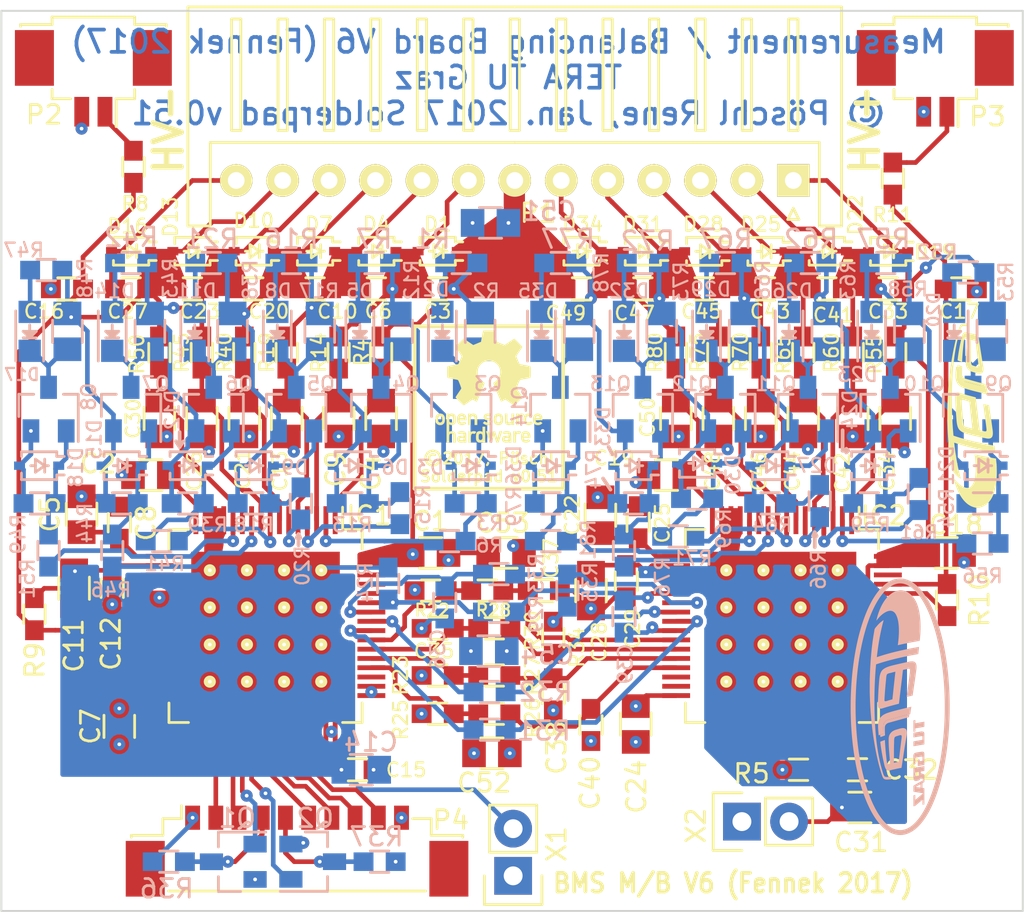
<source format=kicad_pcb>
(kicad_pcb (version 4) (host pcbnew no-vcs-found-product)
  (title_block (title "BMS Monitor / Balancer for Fennek 2017") (date 2017-01-06) (rev 6) (company "TERA TU Graz") (comment 1 "Rene Pöschl"))
  (layers (0 F.Cu signal) (1 In1.Cu power hide) (2 In2.Cu power hide) (31 B.Cu signal) (34 B.Paste user) (35 F.Paste user) (36 B.SilkS user) (37 F.SilkS user) (38 B.Mask user) (39 F.Mask user) (44 Edge.Cuts user))
  (net 0 "")
  (net 1 /Daisychain/CS_1)
  (net 2 /Daisychain/CS_2)
  (net 3 /5V_C2)
  (net 4 /Daisychain/DRDY_2)
  (net 5 /Daisychain/SDO_2)
  (net 6 /Daisychain/DRDY_1)
  (net 7 /Daisychain/Alert_1)
  (net 8 /Daisychain/Alert_2)
  (net 9 /Daisychain/Fault_1)
  (net 10 /Daisychain/Fault_2)
  (net 11 /Daisychain/SDO_1)
  (net 12 /Daisychain/CONV_1)
  (net 13 /Daisychain/CONV_2)
  (net 14 /Daisychain/SCLK_1)
  (net 15 /Daisychain/SCLK_2)
  (net 16 /Daisychain/SDI_1)
  (net 17 /Daisychain/SDI_2)
  (net 18 +BATT)
  (net 19 GND)
  (net 20 +5V)
  (net 21 /Host_connect/NFAULT_H)
  (net 22 /Chip2/VC5)
  (net 23 /Chip2/VC4)
  (net 24 /Chip2/VC3)
  (net 25 /Chip2/VC2)
  (net 26 /Chip2/VC1)
  (net 27 Vmiddle)
  (net 28 /Chip1/VC5)
  (net 29 /Chip2/HSEL)
  (net 30 /Chip1/VC4)
  (net 31 /Chip1/VC3)
  (net 32 /Chip1/VC2)
  (net 33 /Chip1/VC1)
  (net 34 /Host_connect/NALERT_H)
  (net 35 "Net-(C11-Pad1)")
  (net 36 "Net-(C5-Pad1)")
  (net 37 "Net-(C28-Pad1)")
  (net 38 "Net-(C2-Pad1)")
  (net 39 "Net-(C19-Pad1)")
  (net 40 "Net-(C22-Pad1)")
  (net 41 /Chip1/Alert_H)
  (net 42 /Chip1/Fault_H)
  (net 43 "Net-(IC2-Pad31)")
  (net 44 /Chip2/CONV_H)
  (net 45 /Chip2/DRDY_H)
  (net 46 /Chip2/Alert_H)
  (net 47 /Chip2/Fault_H)
  (net 48 /Chip2/SCLK_H)
  (net 49 /Chip2/SDO_H)
  (net 50 /Chip2/SDI_H)
  (net 51 /Chip2/CS_H)
  (net 52 "Net-(IC2-Pad45)")
  (net 53 "Net-(IC1-Pad31)")
  (net 54 /Chip1/CONV_H)
  (net 55 /Chip1/DRDY_H)
  (net 56 /Chip1/SCLK_H)
  (net 57 /Chip1/SDO_H)
  (net 58 /Chip1/SDI_H)
  (net 59 /Chip1/CS_H)
  (net 60 "Net-(IC1-Pad45)")
  (net 61 /Chip2/TS2+)
  (net 62 "Net-(P3-Pad1)")
  (net 63 /Chip2/TS2-)
  (net 64 /Chip1/TS1+)
  (net 65 /Chip1/TS1-)
  (net 66 "Net-(P2-Pad1)")
  (net 67 /Chip2/TS1-)
  (net 68 /Chip2/TS1+)
  (net 69 /Chip1/TS2-)
  (net 70 /Chip1/TS2+)
  (net 71 "Net-(D29-Pad1)")
  (net 72 "Net-(D2-Pad1)")
  (net 73 "Net-(D11-Pad1)")
  (net 74 "Net-(D8-Pad1)")
  (net 75 "Net-(D35-Pad1)")
  (net 76 "Net-(D23-Pad1)")
  (net 77 "Net-(D26-Pad1)")
  (net 78 "Net-(D20-Pad1)")
  (net 79 "Net-(D32-Pad1)")
  (net 80 "Net-(D5-Pad1)")
  (net 81 "Net-(D14-Pad1)")
  (net 82 "Net-(D17-Pad1)")
  (net 83 "Net-(D15-Pad1)")
  (net 84 "Net-(D26-Pad2)")
  (net 85 /Chip2/CB5)
  (net 86 "Net-(D24-Pad1)")
  (net 87 /Chip2/BalanceCell5/VCn)
  (net 88 "Net-(D23-Pad2)")
  (net 89 /Chip2/CB6)
  (net 90 "Net-(D21-Pad1)")
  (net 91 /Chip2/BalanceCell6/VCn)
  (net 92 /Chip1/BalanceCell3/VCn)
  (net 93 /Chip1/CB1)
  (net 94 "Net-(D18-Pad1)")
  (net 95 /Chip1/BalanceCell1/VCn)
  (net 96 "Net-(D17-Pad2)")
  (net 97 /Chip1/CB2)
  (net 98 /Chip1/BalanceCell2/VCn)
  (net 99 "Net-(D14-Pad2)")
  (net 100 "Net-(D12-Pad1)")
  (net 101 "Net-(D11-Pad2)")
  (net 102 /Chip1/CB4)
  (net 103 "Net-(D9-Pad1)")
  (net 104 "Net-(D27-Pad1)")
  (net 105 /Chip2/CB1)
  (net 106 "Net-(D36-Pad1)")
  (net 107 /Chip2/CB3)
  (net 108 "Net-(D30-Pad1)")
  (net 109 /Chip1/BalanceCell4/VCn)
  (net 110 "Net-(D8-Pad2)")
  (net 111 /Chip1/CB5)
  (net 112 "Net-(D6-Pad1)")
  (net 113 /Chip1/BalanceCell5/VCn)
  (net 114 /Chip1/CB3)
  (net 115 "Net-(D5-Pad2)")
  (net 116 /Chip1/BalanceCell6/VCn)
  (net 117 /Chip1/CB6)
  (net 118 "Net-(D3-Pad1)")
  (net 119 "Net-(D20-Pad2)")
  (net 120 "Net-(D2-Pad2)")
  (net 121 /Chip2/BalanceCell4/VCn)
  (net 122 /Chip2/CB4)
  (net 123 "Net-(D29-Pad2)")
  (net 124 "Net-(D32-Pad2)")
  (net 125 "Net-(D33-Pad1)")
  (net 126 /Chip2/BalanceCell2/VCn)
  (net 127 /Chip2/CB2)
  (net 128 "Net-(D35-Pad2)")
  (net 129 /Chip2/BalanceCell1/VCn)
  (net 130 /Chip2/BalanceCell3/VCn)
  (module tera_rlc:R_0805in (layer B.Cu) (at 120.65 121.412 270)
    (fp_text reference R68)
    (fp_text value 180R)
    (fp_text user %R (at -2.772 -0.995 270) (layer B.SilkS) (effects (font (size 0.75 0.75) (thickness 0.12)) (justify mirror)))
    (pad 1 smd rect (at -0.965 0 270) (size 1.27 1.5) (layers B.Cu B.Paste B.Mask) (net 24 /Chip2/VC3))
    (pad 2 smd rect (at 0.965 0 270) (size 1.27 1.5) (layers B.Cu B.Paste B.Mask) (net 71 "Net-(D29-Pad1)"))
  )
  (module tera_rlc:R_0805in (layer B.Cu) (at 93.091 121.412 270)
    (fp_text reference R38)
    (fp_text value 180R)
    (fp_text user %R (at -2.772 -0.954 270) (layer B.SilkS) (effects (font (size 0.75 0.75) (thickness 0.12)) (justify mirror)))
    (pad 1 smd rect (at -0.965 0 270) (size 1.27 1.5) (layers B.Cu B.Paste B.Mask) (net 31 /Chip1/VC3))
    (pad 2 smd rect (at 0.965 0 270) (size 1.27 1.5) (layers B.Cu B.Paste B.Mask) (net 73 "Net-(D11-Pad1)"))
  )
  (module tera_rlc:R_0805in (layer B.Cu) (at 111.76 121.412 270)
    (fp_text reference R78)
    (fp_text value 180R)
    (fp_text user %R (at -3.172 -1.185 270) (layer B.SilkS) (effects (font (size 0.75 0.75) (thickness 0.12)) (justify mirror)))
    (pad 1 smd rect (at -0.965 0 270) (size 1.27 1.5) (layers B.Cu B.Paste B.Mask) (net 26 /Chip2/VC1))
    (pad 2 smd rect (at 0.965 0 270) (size 1.27 1.5) (layers B.Cu B.Paste B.Mask) (net 75 "Net-(D35-Pad1)"))
  )
  (module tera_rlc:R_0805in (layer B.Cu) (at 129.54 121.412 270)
    (fp_text reference R58)
    (fp_text value 180R)
    (fp_text user %R (at -2.272 0.095) (layer B.SilkS) (effects (font (size 0.75 0.75) (thickness 0.12)) (justify mirror)))
    (pad 1 smd rect (at -0.965 0 270) (size 1.27 1.5) (layers B.Cu B.Paste B.Mask) (net 22 /Chip2/VC5))
    (pad 2 smd rect (at 0.965 0 270) (size 1.27 1.5) (layers B.Cu B.Paste B.Mask) (net 76 "Net-(D23-Pad1)"))
  )
  (module tera_rlc:R_0805in (layer B.Cu) (at 125.095 121.412 270)
    (fp_text reference R63)
    (fp_text value 180R)
    (fp_text user %R (at -2.772 -1.15 270) (layer B.SilkS) (effects (font (size 0.75 0.75) (thickness 0.12)) (justify mirror)))
    (pad 1 smd rect (at -0.965 0 270) (size 1.27 1.5) (layers B.Cu B.Paste B.Mask) (net 23 /Chip2/VC4))
    (pad 2 smd rect (at 0.965 0 270) (size 1.27 1.5) (layers B.Cu B.Paste B.Mask) (net 77 "Net-(D26-Pad1)"))
  )
  (module tera_rlc:R_0805in (layer B.Cu) (at 133.985 121.412 270)
    (fp_text reference R53)
    (fp_text value 180R)
    (fp_text user %R (at -2.672 -0.76 270) (layer B.SilkS) (effects (font (size 0.75 0.75) (thickness 0.12)) (justify mirror)))
    (pad 1 smd rect (at -0.965 0 270) (size 1.27 1.5) (layers B.Cu B.Paste B.Mask) (net 18 +BATT))
    (pad 2 smd rect (at 0.965 0 270) (size 1.27 1.5) (layers B.Cu B.Paste B.Mask) (net 78 "Net-(D20-Pad1)"))
  )
  (module tera_rlc:R_0805in (layer B.Cu) (at 116.205 121.412 270)
    (fp_text reference R73)
    (fp_text value 180R)
    (fp_text user %R (at -2.672 -1.04 270) (layer B.SilkS) (effects (font (size 0.75 0.75) (thickness 0.12)) (justify mirror)))
    (pad 1 smd rect (at -0.965 0 270) (size 1.27 1.5) (layers B.Cu B.Paste B.Mask) (net 25 /Chip2/VC2))
    (pad 2 smd rect (at 0.965 0 270) (size 1.27 1.5) (layers B.Cu B.Paste B.Mask) (net 79 "Net-(D32-Pad1)"))
  )
  (module tera_rlc:R_0805in (layer B.Cu) (at 88.646 121.412 270)
    (fp_text reference R43)
    (fp_text value 180R)
    (fp_text user %R (at -2.872 -1.099 270) (layer B.SilkS) (effects (font (size 0.75 0.75) (thickness 0.12)) (justify mirror)))
    (pad 1 smd rect (at -0.965 0 270) (size 1.27 1.5) (layers B.Cu B.Paste B.Mask) (net 32 /Chip1/VC2))
    (pad 2 smd rect (at 0.965 0 270) (size 1.27 1.5) (layers B.Cu B.Paste B.Mask) (net 81 "Net-(D14-Pad1)"))
  )
  (module tera_rlc:R_0805in (layer B.Cu) (at 84.201 121.412 270)
    (fp_text reference R48)
    (fp_text value 180R)
    (fp_text user %R (at -2.872 -0.944 270) (layer B.SilkS) (effects (font (size 0.75 0.75) (thickness 0.12)) (justify mirror)))
    (pad 1 smd rect (at -0.965 0 270) (size 1.27 1.5) (layers B.Cu B.Paste B.Mask) (net 33 /Chip1/VC1))
    (pad 2 smd rect (at 0.965 0 270) (size 1.27 1.5) (layers B.Cu B.Paste B.Mask) (net 82 "Net-(D17-Pad1)"))
  )
  (module tera_rlc:R_0603in (layer B.Cu) (at 87.122 130.683 180)
    (fp_text reference R44)
    (fp_text value 2M)
    (fp_text user %R (at 1.977 -1.057 270) (layer B.SilkS) (effects (font (size 0.75 0.75) (thickness 0.12)) (justify mirror)))
    (pad 1 smd rect (at -0.865 0 180) (size 1.07 1) (layers B.Cu B.Paste B.Mask) (net 83 "Net-(D15-Pad1)"))
    (pad 2 smd rect (at 0.865 0 180) (size 1.07 1) (layers B.Cu B.Paste B.Mask) (net 33 /Chip1/VC1))
  )
  (module tera_rlc:R_0603in (layer B.Cu) (at 124.206 117.729 180)
    (fp_text reference R62)
    (fp_text value 2K2)
    (fp_text user %R (at -0.039 1.289 180) (layer B.SilkS) (effects (justify mirror)))
    (pad 1 smd rect (at -0.865 0 180) (size 1.07 1) (layers B.Cu B.Paste B.Mask) (net 23 /Chip2/VC4))
    (pad 2 smd rect (at 0.865 0 180) (size 1.07 1) (layers B.Cu B.Paste B.Mask) (net 84 "Net-(D26-Pad2)"))
  )
  (module tera_rlc:R_0603in (layer B.Cu) (at 130.048 130.175 90)
    (fp_text reference R61)
    (fp_text value 1K)
    (fp_text user %R (at -2.065 -0.003 180) (layer B.SilkS) (effects (font (size 0.7 0.7) (thickness 0.12)) (justify mirror)))
    (pad 1 smd rect (at -0.865 0 90) (size 1.07 1) (layers B.Cu B.Paste B.Mask) (net 85 /Chip2/CB5))
    (pad 2 smd rect (at 0.865 0 90) (size 1.07 1) (layers B.Cu B.Paste B.Mask) (net 86 "Net-(D24-Pad1)"))
  )
  (module tera_rlc:R_0603in (layer F.Cu) (at 126.492 122.555 90)
    (fp_text reference R60)
    (fp_text value 1K hide)
    (fp_text user %R (at 0 -1.147 90) (layer F.SilkS) (effects (font (size 0.75 0.75) (thickness 0.12))))
    (pad 1 smd rect (at -0.865 0 90) (size 1.07 1) (layers F.Cu F.Paste F.Mask) (net 87 /Chip2/BalanceCell5/VCn))
    (pad 2 smd rect (at 0.865 0 90) (size 1.07 1) (layers F.Cu F.Paste F.Mask) (net 22 /Chip2/VC5))
  )
  (module tera_rlc:R_0603in (layer B.Cu) (at 127.381 130.683 180)
    (fp_text reference R59)
    (fp_text value 2M)
    (fp_text user %R (at -0.064 -1.157 180) (layer B.SilkS) (effects (font (size 0.75 0.75) (thickness 0.12)) (justify mirror)))
    (pad 1 smd rect (at -0.865 0 180) (size 1.07 1) (layers B.Cu B.Paste B.Mask) (net 86 "Net-(D24-Pad1)"))
    (pad 2 smd rect (at 0.865 0 180) (size 1.07 1) (layers B.Cu B.Paste B.Mask) (net 23 /Chip2/VC4))
  )
  (module tera_rlc:R_0603in (layer B.Cu) (at 128.27 117.729 180)
    (fp_text reference R57)
    (fp_text value 2K2)
    (fp_text user %R (at 0.125 1.289 180) (layer B.SilkS) (effects (justify mirror)))
    (pad 1 smd rect (at -0.865 0 180) (size 1.07 1) (layers B.Cu B.Paste B.Mask) (net 22 /Chip2/VC5))
    (pad 2 smd rect (at 0.865 0 180) (size 1.07 1) (layers B.Cu B.Paste B.Mask) (net 88 "Net-(D23-Pad2)"))
  )
  (module tera_rlc:R_0603in (layer B.Cu) (at 133.477 132.842)
    (fp_text reference R56)
    (fp_text value 1K)
    (fp_text user %R (at 0 1.75) (layer B.SilkS) (effects (font (size 0.75 0.75) (thickness 0.12)) (justify mirror)))
    (pad 1 smd rect (at -0.865 0) (size 1.07 1) (layers B.Cu B.Paste B.Mask) (net 89 /Chip2/CB6))
    (pad 2 smd rect (at 0.865 0) (size 1.07 1) (layers B.Cu B.Paste B.Mask) (net 90 "Net-(D21-Pad1)"))
  )
  (module tera_rlc:R_0603in (layer F.Cu) (at 128.778 122.555 90)
    (fp_text reference R55)
    (fp_text value 1K hide)
    (fp_text user %R (at -0.085 -1.133 90) (layer F.SilkS) (effects (font (size 0.75 0.75) (thickness 0.12))))
    (pad 1 smd rect (at -0.865 0 90) (size 1.07 1) (layers F.Cu F.Paste F.Mask) (net 91 /Chip2/BalanceCell6/VCn))
    (pad 2 smd rect (at 0.865 0 90) (size 1.07 1) (layers F.Cu F.Paste F.Mask) (net 18 +BATT))
  )
  (module tera_rlc:R_0603in (layer B.Cu) (at 133.477 130.683 180)
    (fp_text reference R54)
    (fp_text value 2M)
    (fp_text user %R (at 1.932 -0.257 270) (layer B.SilkS) (effects (font (size 0.75 0.75) (thickness 0.12)) (justify mirror)))
    (pad 1 smd rect (at -0.865 0 180) (size 1.07 1) (layers B.Cu B.Paste B.Mask) (net 90 "Net-(D21-Pad1)"))
    (pad 2 smd rect (at 0.865 0 180) (size 1.07 1) (layers B.Cu B.Paste B.Mask) (net 22 /Chip2/VC5))
  )
  (module tera_rlc:R_0603in (layer F.Cu) (at 93.726 122.555 90)
    (fp_text reference R40)
    (fp_text value 1K hide)
    (fp_text user %R (at 0 -1.081 90) (layer F.SilkS) (effects (font (size 0.75 0.75) (thickness 0.12))))
    (pad 1 smd rect (at -0.865 0 90) (size 1.07 1) (layers F.Cu F.Paste F.Mask) (net 92 /Chip1/BalanceCell3/VCn))
    (pad 2 smd rect (at 0.865 0 90) (size 1.07 1) (layers F.Cu F.Paste F.Mask) (net 31 /Chip1/VC3))
  )
  (module tera_rlc:R_0603in (layer B.Cu) (at 83.185 133.223 90)
    (fp_text reference R51)
    (fp_text value 1K)
    (fp_text user %R (at -1.517 -1.14 90) (layer B.SilkS) (effects (font (size 0.75 0.75) (thickness 0.12)) (justify mirror)))
    (pad 1 smd rect (at -0.865 0 90) (size 1.07 1) (layers B.Cu B.Paste B.Mask) (net 93 /Chip1/CB1))
    (pad 2 smd rect (at 0.865 0 90) (size 1.07 1) (layers B.Cu B.Paste B.Mask) (net 94 "Net-(D18-Pad1)"))
  )
  (module tera_rlc:R_0603in (layer F.Cu) (at 89.154 122.555 90)
    (fp_text reference R50)
    (fp_text value 1K hide)
    (fp_text user %R (at -0.085 -1.209 90) (layer F.SilkS) (effects (font (size 0.75 0.75) (thickness 0.12))))
    (pad 1 smd rect (at -0.865 0 90) (size 1.07 1) (layers F.Cu F.Paste F.Mask) (net 95 /Chip1/BalanceCell1/VCn))
    (pad 2 smd rect (at 0.865 0 90) (size 1.07 1) (layers F.Cu F.Paste F.Mask) (net 33 /Chip1/VC1))
  )
  (module tera_rlc:R_0603in (layer B.Cu) (at 82.701 130.683 180)
    (fp_text reference R49)
    (fp_text value 2M)
    (fp_text user %R (at 1.156 -1.657 270) (layer B.SilkS) (effects (font (size 0.75 0.75) (thickness 0.12)) (justify mirror)))
    (pad 1 smd rect (at -0.865 0 180) (size 1.07 1) (layers B.Cu B.Paste B.Mask) (net 94 "Net-(D18-Pad1)"))
    (pad 2 smd rect (at 0.865 0 180) (size 1.07 1) (layers B.Cu B.Paste B.Mask) (net 19 GND))
  )
  (module tera_rlc:R_0603in (layer B.Cu) (at 83.058 118.11 180)
    (fp_text reference R47)
    (fp_text value 2K2)
    (fp_text user %R (at 1.213 1.07 180) (layer B.SilkS) (effects (font (size 0.75 0.75) (thickness 0.12)) (justify mirror)))
    (pad 1 smd rect (at -0.865 0 180) (size 1.07 1) (layers B.Cu B.Paste B.Mask) (net 33 /Chip1/VC1))
    (pad 2 smd rect (at 0.865 0 180) (size 1.07 1) (layers B.Cu B.Paste B.Mask) (net 96 "Net-(D17-Pad2)"))
  )
  (module tera_rlc:R_0603in (layer B.Cu) (at 86.614 133.223 90)
    (fp_text reference R46)
    (fp_text value 1K)
    (fp_text user %R (at -2.117 -0.069 180) (layer B.SilkS) (effects (font (size 0.75 0.75) (thickness 0.12)) (justify mirror)))
    (pad 1 smd rect (at -0.865 0 90) (size 1.07 1) (layers B.Cu B.Paste B.Mask) (net 97 /Chip1/CB2))
    (pad 2 smd rect (at 0.865 0 90) (size 1.07 1) (layers B.Cu B.Paste B.Mask) (net 83 "Net-(D15-Pad1)"))
  )
  (module tera_rlc:R_0603in (layer F.Cu) (at 91.44 122.555 90)
    (fp_text reference R45)
    (fp_text value 1K hide)
    (fp_text user %R (at 0 -1.095 90) (layer F.SilkS) (effects (font (size 0.75 0.75) (thickness 0.12))))
    (pad 1 smd rect (at -0.865 0 90) (size 1.07 1) (layers F.Cu F.Paste F.Mask) (net 98 /Chip1/BalanceCell2/VCn))
    (pad 2 smd rect (at 0.865 0 90) (size 1.07 1) (layers F.Cu F.Paste F.Mask) (net 32 /Chip1/VC2))
  )
  (module tera_rlc:R_0603in (layer B.Cu) (at 87.63 117.729 180)
    (fp_text reference R42)
    (fp_text value 2K2)
    (fp_text user %R (at 0 1.389 180) (layer B.SilkS) (effects (justify mirror)))
    (pad 1 smd rect (at -0.865 0 180) (size 1.07 1) (layers B.Cu B.Paste B.Mask) (net 32 /Chip1/VC2))
    (pad 2 smd rect (at 0.865 0 180) (size 1.07 1) (layers B.Cu B.Paste B.Mask) (net 99 "Net-(D14-Pad2)"))
  )
  (module tera_rlc:R_0603in (layer B.Cu) (at 90.678 130.683 180)
    (fp_text reference R39)
    (fp_text value 2M)
    (fp_text user %R (at -1.067 -1.157 180) (layer B.SilkS) (effects (font (size 0.75 0.75) (thickness 0.12)) (justify mirror)))
    (pad 1 smd rect (at -0.865 0 180) (size 1.07 1) (layers B.Cu B.Paste B.Mask) (net 100 "Net-(D12-Pad1)"))
    (pad 2 smd rect (at 0.865 0 180) (size 1.07 1) (layers B.Cu B.Paste B.Mask) (net 32 /Chip1/VC2))
  )
  (module tera_rlc:R_0603in (layer B.Cu) (at 91.948 117.729 180)
    (fp_text reference R21)
    (fp_text value 2K2)
    (fp_text user %R (at 0 1.289 180) (layer B.SilkS) (effects (justify mirror)))
    (pad 1 smd rect (at -0.865 0 180) (size 1.07 1) (layers B.Cu B.Paste B.Mask) (net 31 /Chip1/VC3))
    (pad 2 smd rect (at 0.865 0 180) (size 1.07 1) (layers B.Cu B.Paste B.Mask) (net 101 "Net-(D11-Pad2)"))
  )
  (module tera_rlc:R_0603in (layer B.Cu) (at 96.774 130.683 90)
    (fp_text reference R20)
    (fp_text value 1K)
    (fp_text user %R (at -3.357 0.071 270) (layer B.SilkS) (effects (font (size 0.75 0.75) (thickness 0.12)) (justify mirror)))
    (pad 1 smd rect (at -0.865 0 90) (size 1.07 1) (layers B.Cu B.Paste B.Mask) (net 102 /Chip1/CB4))
    (pad 2 smd rect (at 0.865 0 90) (size 1.07 1) (layers B.Cu B.Paste B.Mask) (net 103 "Net-(D9-Pad1)"))
  )
  (module tera_rlc:R_0603in (layer B.Cu) (at 122.047 130.683 180)
    (fp_text reference R64)
    (fp_text value 2M)
    (fp_text user %R (at -0.098 -1.157 180) (layer B.SilkS) (effects (font (size 0.75 0.75) (thickness 0.12)) (justify mirror)))
    (pad 1 smd rect (at -0.865 0 180) (size 1.07 1) (layers B.Cu B.Paste B.Mask) (net 104 "Net-(D27-Pad1)"))
    (pad 2 smd rect (at 0.865 0 180) (size 1.07 1) (layers B.Cu B.Paste B.Mask) (net 24 /Chip2/VC3))
  )
  (module tera_rlc:R_0603in (layer B.Cu) (at 110.236 132.715 180)
    (fp_text reference R81)
    (fp_text value 1K)
    (fp_text user %R (at -2.009 0.075 270) (layer B.SilkS) (effects (font (size 0.75 0.75) (thickness 0.12)) (justify mirror)))
    (pad 1 smd rect (at -0.865 0 180) (size 1.07 1) (layers B.Cu B.Paste B.Mask) (net 105 /Chip2/CB1))
    (pad 2 smd rect (at 0.865 0 180) (size 1.07 1) (layers B.Cu B.Paste B.Mask) (net 106 "Net-(D36-Pad1)"))
  )
  (module tera_rlc:R_0603in (layer B.Cu) (at 117.094 132.461 180)
    (fp_text reference R71)
    (fp_text value 1K)
    (fp_text user %R (at -0.751 -1.179 180) (layer B.SilkS) (effects (font (size 0.75 0.75) (thickness 0.12)) (justify mirror)))
    (pad 1 smd rect (at -0.865 0 180) (size 1.07 1) (layers B.Cu B.Paste B.Mask) (net 107 /Chip2/CB3))
    (pad 2 smd rect (at 0.865 0 180) (size 1.07 1) (layers B.Cu B.Paste B.Mask) (net 108 "Net-(D30-Pad1)"))
  )
  (module tera_rlc:R_0603in (layer F.Cu) (at 96.012 122.555 90)
    (fp_text reference R19)
    (fp_text value 1K hide)
    (fp_text user %R (at 0 -1.067 90) (layer F.SilkS) (effects (font (size 0.75 0.75) (thickness 0.12))))
    (pad 1 smd rect (at -0.865 0 90) (size 1.07 1) (layers F.Cu F.Paste F.Mask) (net 109 /Chip1/BalanceCell4/VCn))
    (pad 2 smd rect (at 0.865 0 90) (size 1.07 1) (layers F.Cu F.Paste F.Mask) (net 30 /Chip1/VC4))
  )
  (module tera_rlc:R_0603in (layer B.Cu) (at 94.234 130.683 180)
    (fp_text reference R18)
    (fp_text value 2M)
    (fp_text user %R (at 0 -1.157 180) (layer B.SilkS) (effects (font (size 0.75 0.75) (thickness 0.12)) (justify mirror)))
    (pad 1 smd rect (at -0.865 0 180) (size 1.07 1) (layers B.Cu B.Paste B.Mask) (net 103 "Net-(D9-Pad1)"))
    (pad 2 smd rect (at 0.865 0 180) (size 1.07 1) (layers B.Cu B.Paste B.Mask) (net 31 /Chip1/VC3))
  )
  (module tera_rlc:R_0603in (layer B.Cu) (at 89.281 132.715 180)
    (fp_text reference R41)
    (fp_text value 1K)
    (fp_text user %R (at -0.164 -1.225 180) (layer B.SilkS) (effects (font (size 0.75 0.75) (thickness 0.12)) (justify mirror)))
    (pad 1 smd rect (at -0.865 0 180) (size 1.07 1) (layers B.Cu B.Paste B.Mask) (net 114 /Chip1/CB3))
    (pad 2 smd rect (at 0.865 0 180) (size 1.07 1) (layers B.Cu B.Paste B.Mask) (net 100 "Net-(D12-Pad1)"))
  )
  (module tera_rlc:R_0603in (layer B.Cu) (at 110.236 130.683 180)
    (fp_text reference R79)
    (fp_text value 2M)
    (fp_text user %R (at 1.991 -0.157 270) (layer B.SilkS) (effects (font (size 0.75 0.75) (thickness 0.12)) (justify mirror)))
    (pad 1 smd rect (at -0.865 0 180) (size 1.07 1) (layers B.Cu B.Paste B.Mask) (net 106 "Net-(D36-Pad1)"))
    (pad 2 smd rect (at 0.865 0 180) (size 1.07 1) (layers B.Cu B.Paste B.Mask) (net 27 Vmiddle))
  )
  (module tera_rlc:R_0603in (layer B.Cu) (at 132.715 118.237 180)
    (fp_text reference R52)
    (fp_text value 2K2)
    (fp_text user %R (at 1.67 1.097) (layer B.SilkS) (effects (font (size 0.75 0.75) (thickness 0.12)) (justify mirror)))
    (pad 1 smd rect (at -0.865 0 180) (size 1.07 1) (layers B.Cu B.Paste B.Mask) (net 18 +BATT))
    (pad 2 smd rect (at 0.865 0 180) (size 1.07 1) (layers B.Cu B.Paste B.Mask) (net 119 "Net-(D20-Pad2)"))
  )
  (module tera_rlc:R_0603in (layer F.Cu) (at 123.825 122.555 90)
    (fp_text reference R65)
    (fp_text value 1K hide)
    (fp_text user %R (at -0.085 -1.08 90) (layer F.SilkS) (effects (font (size 0.75 0.75) (thickness 0.12))))
    (pad 1 smd rect (at -0.865 0 90) (size 1.07 1) (layers F.Cu F.Paste F.Mask) (net 121 /Chip2/BalanceCell4/VCn))
    (pad 2 smd rect (at 0.865 0 90) (size 1.07 1) (layers F.Cu F.Paste F.Mask) (net 23 /Chip2/VC4))
  )
  (module tera_rlc:R_0603in (layer B.Cu) (at 124.714 130.556 90)
    (fp_text reference R66)
    (fp_text value 1K)
    (fp_text user %R (at -3.684 -0.069 270) (layer B.SilkS) (effects (font (size 0.75 0.75) (thickness 0.12)) (justify mirror)))
    (pad 1 smd rect (at -0.865 0 90) (size 1.07 1) (layers B.Cu B.Paste B.Mask) (net 122 /Chip2/CB4))
    (pad 2 smd rect (at 0.865 0 90) (size 1.07 1) (layers B.Cu B.Paste B.Mask) (net 104 "Net-(D27-Pad1)"))
  )
  (module tera_rlc:R_0603in (layer B.Cu) (at 119.634 117.729 180)
    (fp_text reference R67)
    (fp_text value 2K2)
    (fp_text user %R (at -0.011 1.289 180) (layer B.SilkS) (effects (justify mirror)))
    (pad 1 smd rect (at -0.865 0 180) (size 1.07 1) (layers B.Cu B.Paste B.Mask) (net 24 /Chip2/VC3))
    (pad 2 smd rect (at 0.865 0 180) (size 1.07 1) (layers B.Cu B.Paste B.Mask) (net 123 "Net-(D29-Pad2)"))
  )
  (module tera_rlc:R_0603in (layer B.Cu) (at 118.11 130.429 180)
    (fp_text reference R69)
    (fp_text value 2M)
    (fp_text user %R (at -1.435 -1.611 270) (layer B.SilkS) (effects (font (size 0.75 0.75) (thickness 0.12)) (justify mirror)))
    (pad 1 smd rect (at -0.865 0 180) (size 1.07 1) (layers B.Cu B.Paste B.Mask) (net 108 "Net-(D30-Pad1)"))
    (pad 2 smd rect (at 0.865 0 180) (size 1.07 1) (layers B.Cu B.Paste B.Mask) (net 25 /Chip2/VC2))
  )
  (module tera_rlc:R_0603in (layer B.Cu) (at 115.189 117.729 180)
    (fp_text reference R72)
    (fp_text value 2K2)
    (fp_text user %R (at -0.256 1.189 180) (layer B.SilkS) (effects (justify mirror)))
    (pad 1 smd rect (at -0.865 0 180) (size 1.07 1) (layers B.Cu B.Paste B.Mask) (net 25 /Chip2/VC2))
    (pad 2 smd rect (at 0.865 0 180) (size 1.07 1) (layers B.Cu B.Paste B.Mask) (net 124 "Net-(D32-Pad2)"))
  )
  (module tera_rlc:R_0603in (layer B.Cu) (at 114.681 130.683 180)
    (fp_text reference R74)
    (fp_text value 2M)
    (fp_text user %R (at 2.136 1.843 270) (layer B.SilkS) (effects (font (size 0.75 0.75) (thickness 0.12)) (justify mirror)))
    (pad 1 smd rect (at -0.865 0 180) (size 1.07 1) (layers B.Cu B.Paste B.Mask) (net 125 "Net-(D33-Pad1)"))
    (pad 2 smd rect (at 0.865 0 180) (size 1.07 1) (layers B.Cu B.Paste B.Mask) (net 26 /Chip2/VC1))
  )
  (module tera_rlc:R_0603in (layer F.Cu) (at 119.253 122.555 90)
    (fp_text reference R75)
    (fp_text value 1K hide)
    (fp_text user %R (at 0 -1.108 90) (layer F.SilkS) (effects (font (size 0.75 0.75) (thickness 0.12))))
    (pad 1 smd rect (at -0.865 0 90) (size 1.07 1) (layers F.Cu F.Paste F.Mask) (net 126 /Chip2/BalanceCell2/VCn))
    (pad 2 smd rect (at 0.865 0 90) (size 1.07 1) (layers F.Cu F.Paste F.Mask) (net 25 /Chip2/VC2))
  )
  (module tera_rlc:R_0603in (layer B.Cu) (at 114.173 133.223 90)
    (fp_text reference R76)
    (fp_text value 1K)
    (fp_text user %R (at -1.417 2.072 270) (layer B.SilkS) (effects (font (size 0.75 0.75) (thickness 0.12)) (justify mirror)))
    (pad 1 smd rect (at -0.865 0 90) (size 1.07 1) (layers B.Cu B.Paste B.Mask) (net 127 /Chip2/CB2))
    (pad 2 smd rect (at 0.865 0 90) (size 1.07 1) (layers B.Cu B.Paste B.Mask) (net 125 "Net-(D33-Pad1)"))
  )
  (module tera_rlc:R_0603in (layer B.Cu) (at 110.744 117.729 180)
    (fp_text reference R77)
    (fp_text value 2K2)
    (fp_text user %R (at -0.401 1.289 180) (layer B.SilkS) (effects (justify mirror)))
    (pad 1 smd rect (at -0.865 0 180) (size 1.07 1) (layers B.Cu B.Paste B.Mask) (net 26 /Chip2/VC1))
    (pad 2 smd rect (at 0.865 0 180) (size 1.07 1) (layers B.Cu B.Paste B.Mask) (net 128 "Net-(D35-Pad2)"))
  )
  (module tera_rlc:R_0603in (layer F.Cu) (at 116.967 122.555 90)
    (fp_text reference R80)
    (fp_text value 1K hide)
    (fp_text user %R (at 0 -1.122 90) (layer F.SilkS) (effects (font (size 0.75 0.75) (thickness 0.12))))
    (pad 1 smd rect (at -0.865 0 90) (size 1.07 1) (layers F.Cu F.Paste F.Mask) (net 129 /Chip2/BalanceCell1/VCn))
    (pad 2 smd rect (at 0.865 0 90) (size 1.07 1) (layers F.Cu F.Paste F.Mask) (net 26 /Chip2/VC1))
  )
  (module tera_rlc:R_0603in (layer F.Cu) (at 121.539 122.555 90)
    (fp_text reference R70)
    (fp_text value 1K hide)
    (fp_text user %R (at 0.015 -1.094 90) (layer F.SilkS) (effects (font (size 0.75 0.75) (thickness 0.12))))
    (pad 1 smd rect (at -0.865 0 90) (size 1.07 1) (layers F.Cu F.Paste F.Mask) (net 130 /Chip2/BalanceCell3/VCn))
    (pad 2 smd rect (at 0.865 0 90) (size 1.07 1) (layers F.Cu F.Paste F.Mask) (net 24 /Chip2/VC3))
  )
  (module tera_rlc:C_0805in (layer F.Cu) (at 116.967 126.111 270)
    (fp_text reference C50)
    (fp_text value "100n 50V" hide)
    (fp_text user %R (at -0.071 1.522 270) (layer F.SilkS) (effects (font (size 0.75 0.75) (thickness 0.12))))
    (pad 1 smd rect (at -0.965 0 270) (size 1.27 1.5) (layers F.Cu F.Paste F.Mask) (net 129 /Chip2/BalanceCell1/VCn))
    (pad 2 smd rect (at 0.965 0 270) (size 1.27 1.5) (layers F.Cu F.Paste F.Mask) (net 27 Vmiddle))
  )
  (module tera_rlc:C_0805in (layer F.Cu) (at 128.778 126.111 270)
    (fp_text reference C34)
    (fp_text value "100n 50V" hide)
    (fp_text user %R (at 2.829 0.433 270) (layer F.SilkS) (effects (font (size 0.75 0.75) (thickness 0.12))))
    (pad 1 smd rect (at -0.965 0 270) (size 1.27 1.5) (layers F.Cu F.Paste F.Mask) (net 91 /Chip2/BalanceCell6/VCn))
    (pad 2 smd rect (at 0.965 0 270) (size 1.27 1.5) (layers F.Cu F.Paste F.Mask) (net 27 Vmiddle))
  )
  (module tera_rlc:C_0805in (layer F.Cu) (at 119.253 126.111 270)
    (fp_text reference C48)
    (fp_text value "100n 50V" hide)
    (fp_text user %R (at 2.829 0.308 270) (layer F.SilkS) (effects (font (size 0.75 0.75) (thickness 0.12))))
    (pad 1 smd rect (at -0.965 0 270) (size 1.27 1.5) (layers F.Cu F.Paste F.Mask) (net 126 /Chip2/BalanceCell2/VCn))
    (pad 2 smd rect (at 0.965 0 270) (size 1.27 1.5) (layers F.Cu F.Paste F.Mask) (net 27 Vmiddle))
  )
  (module tera_rlc:C_0805in (layer F.Cu) (at 121.539 126.111 270)
    (fp_text reference C46)
    (fp_text value "100n 50V" hide)
    (fp_text user %R (at 2.829 0.094 270) (layer F.SilkS) (effects (font (size 0.75 0.75) (thickness 0.12))))
    (pad 1 smd rect (at -0.965 0 270) (size 1.27 1.5) (layers F.Cu F.Paste F.Mask) (net 130 /Chip2/BalanceCell3/VCn))
    (pad 2 smd rect (at 0.965 0 270) (size 1.27 1.5) (layers F.Cu F.Paste F.Mask) (net 27 Vmiddle))
  )
  (module tera_rlc:C_0805in (layer F.Cu) (at 123.825 126.111 270)
    (fp_text reference C44)
    (fp_text value "100n 50V" hide)
    (fp_text user %R (at 2.829 0.58 270) (layer F.SilkS) (effects (font (size 0.75 0.75) (thickness 0.12))))
    (pad 1 smd rect (at -0.965 0 270) (size 1.27 1.5) (layers F.Cu F.Paste F.Mask) (net 121 /Chip2/BalanceCell4/VCn))
    (pad 2 smd rect (at 0.965 0 270) (size 1.27 1.5) (layers F.Cu F.Paste F.Mask) (net 27 Vmiddle))
  )
  (module tera_rlc:C_0805in (layer F.Cu) (at 126.492 126.111 270)
    (fp_text reference C42)
    (fp_text value "100n 50V" hide)
    (fp_text user %R (at 2.929 0.547 270) (layer F.SilkS) (effects (font (size 0.75 0.75) (thickness 0.12))))
    (pad 1 smd rect (at -0.965 0 270) (size 1.27 1.5) (layers F.Cu F.Paste F.Mask) (net 87 /Chip2/BalanceCell5/VCn))
    (pad 2 smd rect (at 0.965 0 270) (size 1.27 1.5) (layers F.Cu F.Paste F.Mask) (net 27 Vmiddle))
  )
  (module tera_rlc:C_0603in (layer F.Cu) (at 128.397 119.126 180)
    (fp_text reference C33)
    (fp_text value 100n hide)
    (fp_text user %R (at 0 -1.214 180) (layer F.SilkS) (effects (font (size 0.75 0.75) (thickness 0.12))))
    (pad 1 smd rect (at -0.865 0 180) (size 1.07 1) (layers F.Cu F.Paste F.Mask) (net 18 +BATT))
    (pad 2 smd rect (at 0.865 0 180) (size 1.07 1) (layers F.Cu F.Paste F.Mask) (net 22 /Chip2/VC5))
  )
  (module tera_rlc:C_0603in (layer F.Cu) (at 115.189 119.126 180)
    (fp_text reference C47)
    (fp_text value 100n hide)
    (fp_text user %R (at 0.444 -1.314 180) (layer F.SilkS) (effects (font (size 0.75 0.75) (thickness 0.12))))
    (pad 1 smd rect (at -0.865 0 180) (size 1.07 1) (layers F.Cu F.Paste F.Mask) (net 25 /Chip2/VC2))
    (pad 2 smd rect (at 0.865 0 180) (size 1.07 1) (layers F.Cu F.Paste F.Mask) (net 26 /Chip2/VC1))
  )
  (module tera_rlc:C_0603in (layer F.Cu) (at 118.491 119.126 180)
    (fp_text reference C45)
    (fp_text value 100n hide)
    (fp_text user %R (at 0.146 -1.214 180) (layer F.SilkS) (effects (font (size 0.75 0.75) (thickness 0.12))))
    (pad 1 smd rect (at -0.865 0 180) (size 1.07 1) (layers F.Cu F.Paste F.Mask) (net 24 /Chip2/VC3))
    (pad 2 smd rect (at 0.865 0 180) (size 1.07 1) (layers F.Cu F.Paste F.Mask) (net 25 /Chip2/VC2))
  )
  (module tera_rlc:C_0603in (layer F.Cu) (at 121.793 119.126 180)
    (fp_text reference C43)
    (fp_text value 100n hide)
    (fp_text user %R (at -0.252 -1.214 180) (layer F.SilkS) (effects (font (size 0.75 0.75) (thickness 0.12))))
    (pad 1 smd rect (at -0.865 0 180) (size 1.07 1) (layers F.Cu F.Paste F.Mask) (net 23 /Chip2/VC4))
    (pad 2 smd rect (at 0.865 0 180) (size 1.07 1) (layers F.Cu F.Paste F.Mask) (net 24 /Chip2/VC3))
  )
  (module tera_rlc:C_0603in (layer F.Cu) (at 111.887 119.126 180)
    (fp_text reference C49)
    (fp_text value 100n hide)
    (fp_text user %R (at 0.842 -1.314 180) (layer F.SilkS) (effects (font (size 0.75 0.75) (thickness 0.12))))
    (pad 1 smd rect (at -0.865 0 180) (size 1.07 1) (layers F.Cu F.Paste F.Mask) (net 26 /Chip2/VC1))
    (pad 2 smd rect (at 0.865 0 180) (size 1.07 1) (layers F.Cu F.Paste F.Mask) (net 27 Vmiddle))
  )
  (module tera_rlc:C_0603in (layer F.Cu) (at 125.095 119.126 180)
    (fp_text reference C41)
    (fp_text value 100n hide)
    (fp_text user %R (at -0.35 -1.414 180) (layer F.SilkS) (effects (font (size 0.75 0.75) (thickness 0.12))))
    (pad 1 smd rect (at -0.865 0 180) (size 1.07 1) (layers F.Cu F.Paste F.Mask) (net 22 /Chip2/VC5))
    (pad 2 smd rect (at 0.865 0 180) (size 1.07 1) (layers F.Cu F.Paste F.Mask) (net 23 /Chip2/VC4))
  )
  (module tera_diodes:SOD-323 (layer F.Cu) (at 94.234 117.094 180)
    (fp_text reference D10)
    (fp_text value 5.1V hide)
    (fp_text user %R (at 0 1.654 180) (layer F.SilkS) (effects (font (size 0.75 0.75) (thickness 0.12))))
    (pad 1 smd rect (at -1.055 0 180) (size 0.59 0.45) (layers F.Cu F.Paste F.Mask) (net 31 /Chip1/VC3))
    (pad 2 smd rect (at 1.055 0 180) (size 0.59 0.45) (layers F.Cu F.Paste F.Mask) (net 32 /Chip1/VC2))
  )
  (module tera_diodes:SOD-323 (layer B.Cu) (at 82.677 128.651 180)
    (fp_text reference D18)
    (fp_text value 5.1V)
    (fp_text user %R (at -1.968 -0.089 270) (layer B.SilkS) (effects (font (size 0.75 0.75) (thickness 0.12)) (justify mirror)))
    (pad 1 smd rect (at -1.055 0 180) (size 0.59 0.45) (layers B.Cu B.Paste B.Mask) (net 94 "Net-(D18-Pad1)"))
    (pad 2 smd rect (at 1.055 0 180) (size 0.59 0.45) (layers B.Cu B.Paste B.Mask) (net 19 GND))
  )
  (module tera_diodes:SOD-323 (layer B.Cu) (at 94.234 128.651 180)
    (fp_text reference D9)
    (fp_text value 5.1V)
    (fp_text user %R (at -2.211 -0.089 180) (layer B.SilkS) (effects (font (size 0.75 0.75) (thickness 0.12)) (justify mirror)))
    (pad 1 smd rect (at -1.055 0 180) (size 0.59 0.45) (layers B.Cu B.Paste B.Mask) (net 103 "Net-(D9-Pad1)"))
    (pad 2 smd rect (at 1.055 0 180) (size 0.59 0.45) (layers B.Cu B.Paste B.Mask) (net 31 /Chip1/VC3))
  )
  (module tera_diodes:SOD-323 (layer F.Cu) (at 128.397 117.102863 180)
    (fp_text reference D19)
    (fp_text value 5.1V hide)
    (fp_text user %R (at -2.498 -0.037137 180) (layer F.SilkS) (effects (font (size 0.75 0.75) (thickness 0.12))))
    (pad 1 smd rect (at -1.055 0 180) (size 0.59 0.45) (layers F.Cu F.Paste F.Mask) (net 18 +BATT))
    (pad 2 smd rect (at 1.055 0 180) (size 0.59 0.45) (layers F.Cu F.Paste F.Mask) (net 22 /Chip2/VC5))
  )
  (module tera_diodes:SOD-323 (layer F.Cu) (at 121.793 117.105863 180)
    (fp_text reference D25)
    (fp_text value 5.1V hide)
    (fp_text user %R (at 0.248 1.465863 180) (layer F.SilkS) (effects (font (size 0.75 0.75) (thickness 0.12))))
    (pad 1 smd rect (at -1.055 0 180) (size 0.59 0.45) (layers F.Cu F.Paste F.Mask) (net 23 /Chip2/VC4))
    (pad 2 smd rect (at 1.055 0 180) (size 0.59 0.45) (layers F.Cu F.Paste F.Mask) (net 24 /Chip2/VC3))
  )
  (module tera_diodes:SOD-323 (layer B.Cu) (at 99.568 128.651 180)
    (fp_text reference D6)
    (fp_text value 5.1V)
    (fp_text user %R (at -2.277 -0.089 180) (layer B.SilkS) (effects (font (size 0.75 0.75) (thickness 0.12)) (justify mirror)))
    (pad 1 smd rect (at -1.055 0 180) (size 0.59 0.45) (layers B.Cu B.Paste B.Mask) (net 112 "Net-(D6-Pad1)"))
    (pad 2 smd rect (at 1.055 0 180) (size 0.59 0.45) (layers B.Cu B.Paste B.Mask) (net 30 /Chip1/VC4))
  )
  (module tera_diodes:SOD-323 (layer F.Cu) (at 100.838 117.094 180)
    (fp_text reference D4)
    (fp_text value 5.1V hide)
    (fp_text user %R (at -0.007 1.454 180) (layer F.SilkS) (effects (font (size 0.75 0.75) (thickness 0.12))))
    (pad 1 smd rect (at -1.055 0 180) (size 0.59 0.45) (layers F.Cu F.Paste F.Mask) (net 28 /Chip1/VC5))
    (pad 2 smd rect (at 1.055 0 180) (size 0.59 0.45) (layers F.Cu F.Paste F.Mask) (net 30 /Chip1/VC4))
  )
  (module tera_diodes:SOD-323 (layer B.Cu) (at 105.918 128.651 180)
    (fp_text reference D3)
    (fp_text value 5.1V)
    (fp_text user %R (at 2.173 -0.089 180) (layer B.SilkS) (effects (font (size 0.75 0.75) (thickness 0.12)) (justify mirror)))
    (pad 1 smd rect (at -1.055 0 180) (size 0.59 0.45) (layers B.Cu B.Paste B.Mask) (net 118 "Net-(D3-Pad1)"))
    (pad 2 smd rect (at 1.055 0 180) (size 0.59 0.45) (layers B.Cu B.Paste B.Mask) (net 28 /Chip1/VC5))
  )
  (module tera_diodes:SOD-323 (layer F.Cu) (at 104.14 117.094 180)
    (fp_text reference D1)
    (fp_text value 5.1V hide)
    (fp_text user %R (at -0.005 1.454 180) (layer F.SilkS) (effects (font (size 0.75 0.75) (thickness 0.12))))
    (pad 1 smd rect (at -1.055 0 180) (size 0.59 0.45) (layers F.Cu F.Paste F.Mask) (net 27 Vmiddle))
    (pad 2 smd rect (at 1.055 0 180) (size 0.59 0.45) (layers F.Cu F.Paste F.Mask) (net 28 /Chip1/VC5))
  )
  (module tera_diodes:SOD-323 (layer B.Cu) (at 133.477 128.651 180)
    (fp_text reference D21)
    (fp_text value 5.1V)
    (fp_text user %R (at 1.932 0.011 270) (layer B.SilkS) (effects (font (size 0.75 0.75) (thickness 0.12)) (justify mirror)))
    (pad 1 smd rect (at -1.055 0 180) (size 0.59 0.45) (layers B.Cu B.Paste B.Mask) (net 90 "Net-(D21-Pad1)"))
    (pad 2 smd rect (at 1.055 0 180) (size 0.59 0.45) (layers B.Cu B.Paste B.Mask) (net 22 /Chip2/VC5))
  )
  (module tera_diodes:SOD-323 (layer F.Cu) (at 125.095 117.094 180)
    (fp_text reference D22)
    (fp_text value 5.1V hide)
    (fp_text user %R (at -1.55 1.954 270) (layer F.SilkS) (effects (font (size 0.75 0.75) (thickness 0.12))))
    (pad 1 smd rect (at -1.055 0 180) (size 0.59 0.45) (layers F.Cu F.Paste F.Mask) (net 22 /Chip2/VC5))
    (pad 2 smd rect (at 1.055 0 180) (size 0.59 0.45) (layers F.Cu F.Paste F.Mask) (net 23 /Chip2/VC4))
  )
  (module tera_diodes:SOD-323 (layer B.Cu) (at 127.381 128.651 180)
    (fp_text reference D24)
    (fp_text value 5.1V)
    (fp_text user %R (at 1.036 3.011 270) (layer B.SilkS) (effects (font (size 0.75 0.75) (thickness 0.12)) (justify mirror)))
    (pad 1 smd rect (at -1.055 0 180) (size 0.59 0.45) (layers B.Cu B.Paste B.Mask) (net 86 "Net-(D24-Pad1)"))
    (pad 2 smd rect (at 1.055 0 180) (size 0.59 0.45) (layers B.Cu B.Paste B.Mask) (net 23 /Chip2/VC4))
  )
  (module tera_diodes:SOD-323 (layer F.Cu) (at 90.932 117.094 180)
    (fp_text reference D13)
    (fp_text value 5.1V hide)
    (fp_text user %R (at 1.187 1.854 270) (layer F.SilkS) (effects (font (size 0.75 0.75) (thickness 0.12))))
    (pad 1 smd rect (at -1.055 0 180) (size 0.59 0.45) (layers F.Cu F.Paste F.Mask) (net 32 /Chip1/VC2))
    (pad 2 smd rect (at 1.055 0 180) (size 0.59 0.45) (layers F.Cu F.Paste F.Mask) (net 33 /Chip1/VC1))
  )
  (module tera_diodes:SOD-323 (layer B.Cu) (at 90.678 128.651 180)
    (fp_text reference D12)
    (fp_text value 5.1V)
    (fp_text user %R (at 0.833 3.011 270) (layer B.SilkS) (effects (font (size 0.75 0.75) (thickness 0.12)) (justify mirror)))
    (pad 1 smd rect (at -1.055 0 180) (size 0.59 0.45) (layers B.Cu B.Paste B.Mask) (net 100 "Net-(D12-Pad1)"))
    (pad 2 smd rect (at 1.055 0 180) (size 0.59 0.45) (layers B.Cu B.Paste B.Mask) (net 32 /Chip1/VC2))
  )
  (module tera_diodes:SOD-323 (layer B.Cu) (at 122.047 128.651 180)
    (fp_text reference D27)
    (fp_text value 5.1V)
    (fp_text user %R (at -2.498 0.011 180) (layer B.SilkS) (effects (font (size 0.75 0.75) (thickness 0.12)) (justify mirror)))
    (pad 1 smd rect (at -1.055 0 180) (size 0.59 0.45) (layers B.Cu B.Paste B.Mask) (net 104 "Net-(D27-Pad1)"))
    (pad 2 smd rect (at 1.055 0 180) (size 0.59 0.45) (layers B.Cu B.Paste B.Mask) (net 24 /Chip2/VC3))
  )
  (module tera_diodes:SOD-323 (layer F.Cu) (at 115.189 117.094 180)
    (fp_text reference D31)
    (fp_text value 5.1V hide)
    (fp_text user %R (at 0 1.454 180) (layer F.SilkS) (effects (font (size 0.75 0.75) (thickness 0.12))))
    (pad 1 smd rect (at -1.055 0 180) (size 0.59 0.45) (layers F.Cu F.Paste F.Mask) (net 25 /Chip2/VC2))
    (pad 2 smd rect (at 1.055 0 180) (size 0.59 0.45) (layers F.Cu F.Paste F.Mask) (net 26 /Chip2/VC1))
  )
  (module tera_diodes:SOD-323 (layer F.Cu) (at 111.887 117.094 180)
    (fp_text reference D34)
    (fp_text value 5.1V hide)
    (fp_text user %R (at -0.058 1.454 180) (layer F.SilkS) (effects (font (size 0.75 0.75) (thickness 0.12))))
    (pad 1 smd rect (at -1.055 0 180) (size 0.59 0.45) (layers F.Cu F.Paste F.Mask) (net 26 /Chip2/VC1))
    (pad 2 smd rect (at 1.055 0 180) (size 0.59 0.45) (layers F.Cu F.Paste F.Mask) (net 27 Vmiddle))
  )
  (module tera_diodes:SOD-323 (layer B.Cu) (at 114.681 128.651 180)
    (fp_text reference D33)
    (fp_text value 5.1V)
    (fp_text user %R (at 1.636 2.111 270) (layer B.SilkS) (effects (font (size 0.75 0.75) (thickness 0.12)) (justify mirror)))
    (pad 1 smd rect (at -1.055 0 180) (size 0.59 0.45) (layers B.Cu B.Paste B.Mask) (net 125 "Net-(D33-Pad1)"))
    (pad 2 smd rect (at 1.055 0 180) (size 0.59 0.45) (layers B.Cu B.Paste B.Mask) (net 26 /Chip2/VC1))
  )
  (module tera_diodes:SOD-323 (layer B.Cu) (at 110.236 128.651 180)
    (fp_text reference D36)
    (fp_text value 5.1V)
    (fp_text user %R (at 1.991 0.011 270) (layer B.SilkS) (effects (font (size 0.75 0.75) (thickness 0.12)) (justify mirror)))
    (pad 1 smd rect (at -1.055 0 180) (size 0.59 0.45) (layers B.Cu B.Paste B.Mask) (net 106 "Net-(D36-Pad1)"))
    (pad 2 smd rect (at 1.055 0 180) (size 0.59 0.45) (layers B.Cu B.Paste B.Mask) (net 27 Vmiddle))
  )
  (module tera_diodes:SOD-323 (layer B.Cu) (at 118.11 128.524 180)
    (fp_text reference D30)
    (fp_text value 5.1V)
    (fp_text user %R (at -1.935 -0.616 270) (layer B.SilkS) (effects (font (size 0.75 0.75) (thickness 0.12)) (justify mirror)))
    (pad 1 smd rect (at -1.055 0 180) (size 0.59 0.45) (layers B.Cu B.Paste B.Mask) (net 108 "Net-(D30-Pad1)"))
    (pad 2 smd rect (at 1.055 0 180) (size 0.59 0.45) (layers B.Cu B.Paste B.Mask) (net 25 /Chip2/VC2))
  )
  (module tera_diodes:SOD-323 (layer F.Cu) (at 118.491 117.102863 180)
    (fp_text reference D28)
    (fp_text value 5.1V hide)
    (fp_text user %R (at 0.046 1.462863 180) (layer F.SilkS) (effects (font (size 0.75 0.75) (thickness 0.12))))
    (pad 1 smd rect (at -1.055 0 180) (size 0.59 0.45) (layers F.Cu F.Paste F.Mask) (net 24 /Chip2/VC3))
    (pad 2 smd rect (at 1.055 0 180) (size 0.59 0.45) (layers F.Cu F.Paste F.Mask) (net 25 /Chip2/VC2))
  )
  (module tera_diodes:SOD-323 (layer F.Cu) (at 97.536 117.094 180)
    (fp_text reference D7)
    (fp_text value 5.1V hide)
    (fp_text user %R (at -0.209 1.454 180) (layer F.SilkS) (effects (font (size 0.75 0.75) (thickness 0.12))))
    (pad 1 smd rect (at -1.055 0 180) (size 0.59 0.45) (layers F.Cu F.Paste F.Mask) (net 30 /Chip1/VC4))
    (pad 2 smd rect (at 1.055 0 180) (size 0.59 0.45) (layers F.Cu F.Paste F.Mask) (net 31 /Chip1/VC3))
  )
  (module tera_diodes:SOD-323 (layer F.Cu) (at 87.63 117.094 180)
    (fp_text reference D16)
    (fp_text value 5.1V hide)
    (fp_text user %R (at 0.185 1.354 180) (layer F.SilkS) (effects (font (size 0.75 0.75) (thickness 0.12))))
    (pad 1 smd rect (at -1.055 0 180) (size 0.59 0.45) (layers F.Cu F.Paste F.Mask) (net 33 /Chip1/VC1))
    (pad 2 smd rect (at 1.055 0 180) (size 0.59 0.45) (layers F.Cu F.Paste F.Mask) (net 19 GND))
  )
  (module tera_diodes:SOD-323 (layer B.Cu) (at 87.122 128.651 180)
    (fp_text reference D15)
    (fp_text value 5.1V)
    (fp_text user %R (at 1.477 1.411 270) (layer B.SilkS) (effects (font (size 0.75 0.75) (thickness 0.12)) (justify mirror)))
    (pad 1 smd rect (at -1.055 0 180) (size 0.59 0.45) (layers B.Cu B.Paste B.Mask) (net 83 "Net-(D15-Pad1)"))
    (pad 2 smd rect (at 1.055 0 180) (size 0.59 0.45) (layers B.Cu B.Paste B.Mask) (net 33 /Chip1/VC1))
  )
  (module tera_atomic_infineon:BSS205N (layer B.Cu) (at 83.185 125.603 180)
    (fp_text reference Q8)
    (fp_text value BSS205N hide)
    (fp_text user %R (at -2.16 0.663 90) (layer B.SilkS) (effects (font (size 0.75 0.75) (thickness 0.12)) (justify mirror)))
    (pad 1 smd rect (at -0.95 -1.175 180) (size 0.9 1.25) (layers B.Cu B.Paste B.Mask) (net 94 "Net-(D18-Pad1)"))
    (pad 2 smd rect (at 0.95 -1.175 180) (size 0.9 1.25) (layers B.Cu B.Paste B.Mask) (net 19 GND))
    (pad 3 smd rect (at 0 1.175 180) (size 0.9 1.25) (layers B.Cu B.Paste B.Mask) (net 82 "Net-(D17-Pad1)"))
  )
  (module tera_atomic_infineon:BSS205N (layer B.Cu) (at 110.744 125.603 180)
    (fp_text reference Q14)
    (fp_text value BSS205N hide)
    (fp_text user %R (at 2.199 0.163 270) (layer B.SilkS) (effects (font (size 0.75 0.75) (thickness 0.12)) (justify mirror)))
    (pad 1 smd rect (at -0.95 -1.175 180) (size 0.9 1.25) (layers B.Cu B.Paste B.Mask) (net 106 "Net-(D36-Pad1)"))
    (pad 2 smd rect (at 0.95 -1.175 180) (size 0.9 1.25) (layers B.Cu B.Paste B.Mask) (net 27 Vmiddle))
    (pad 3 smd rect (at 0 1.175 180) (size 0.9 1.25) (layers B.Cu B.Paste B.Mask) (net 75 "Net-(D35-Pad1)"))
  )
  (module tera_atomic_infineon:BSS205N (layer B.Cu) (at 119.634 125.603 180)
    (fp_text reference Q12)
    (fp_text value BSS205N hide)
    (fp_text user %R (at 1.789 1.363 180) (layer B.SilkS) (effects (font (size 0.75 0.75) (thickness 0.12)) (justify mirror)))
    (pad 1 smd rect (at -0.95 -1.175 180) (size 0.9 1.25) (layers B.Cu B.Paste B.Mask) (net 108 "Net-(D30-Pad1)"))
    (pad 2 smd rect (at 0.95 -1.175 180) (size 0.9 1.25) (layers B.Cu B.Paste B.Mask) (net 25 /Chip2/VC2))
    (pad 3 smd rect (at 0 1.175 180) (size 0.9 1.25) (layers B.Cu B.Paste B.Mask) (net 71 "Net-(D29-Pad1)"))
  )
  (module tera_atomic_infineon:BSS205N (layer B.Cu) (at 124.079 125.603 180)
    (fp_text reference Q11)
    (fp_text value BSS205N hide)
    (fp_text user %R (at 1.734 1.363 180) (layer B.SilkS) (effects (font (size 0.75 0.75) (thickness 0.12)) (justify mirror)))
    (pad 1 smd rect (at -0.95 -1.175 180) (size 0.9 1.25) (layers B.Cu B.Paste B.Mask) (net 104 "Net-(D27-Pad1)"))
    (pad 2 smd rect (at 0.95 -1.175 180) (size 0.9 1.25) (layers B.Cu B.Paste B.Mask) (net 24 /Chip2/VC3))
    (pad 3 smd rect (at 0 1.175 180) (size 0.9 1.25) (layers B.Cu B.Paste B.Mask) (net 77 "Net-(D26-Pad1)"))
  )
  (module tera_atomic_infineon:BSS205N (layer B.Cu) (at 128.524 125.603 180)
    (fp_text reference Q10)
    (fp_text value BSS205N hide)
    (fp_text user %R (at -1.821 1.363) (layer B.SilkS) (effects (font (size 0.75 0.75) (thickness 0.12)) (justify mirror)))
    (pad 1 smd rect (at -0.95 -1.175 180) (size 0.9 1.25) (layers B.Cu B.Paste B.Mask) (net 86 "Net-(D24-Pad1)"))
    (pad 2 smd rect (at 0.95 -1.175 180) (size 0.9 1.25) (layers B.Cu B.Paste B.Mask) (net 23 /Chip2/VC4))
    (pad 3 smd rect (at 0 1.175 180) (size 0.9 1.25) (layers B.Cu B.Paste B.Mask) (net 76 "Net-(D23-Pad1)"))
  )
  (module tera_atomic_infineon:BSS205N (layer B.Cu) (at 132.969 125.603 180)
    (fp_text reference Q9)
    (fp_text value BSS205N hide)
    (fp_text user %R (at -1.376 1.363 180) (layer B.SilkS) (effects (font (size 0.75 0.75) (thickness 0.12)) (justify mirror)))
    (pad 1 smd rect (at -0.95 -1.175 180) (size 0.9 1.25) (layers B.Cu B.Paste B.Mask) (net 90 "Net-(D21-Pad1)"))
    (pad 2 smd rect (at 0.95 -1.175 180) (size 0.9 1.25) (layers B.Cu B.Paste B.Mask) (net 22 /Chip2/VC5))
    (pad 3 smd rect (at 0 1.175 180) (size 0.9 1.25) (layers B.Cu B.Paste B.Mask) (net 78 "Net-(D20-Pad1)"))
  )
  (module tera_atomic_infineon:BSS205N (layer B.Cu) (at 87.63 125.603 180)
    (fp_text reference Q7)
    (fp_text value BSS205N hide)
    (fp_text user %R (at -1.315 1.363 180) (layer B.SilkS) (effects (font (size 0.75 0.75) (thickness 0.12)) (justify mirror)))
    (pad 1 smd rect (at -0.95 -1.175 180) (size 0.9 1.25) (layers B.Cu B.Paste B.Mask) (net 83 "Net-(D15-Pad1)"))
    (pad 2 smd rect (at 0.95 -1.175 180) (size 0.9 1.25) (layers B.Cu B.Paste B.Mask) (net 33 /Chip1/VC1))
    (pad 3 smd rect (at 0 1.175 180) (size 0.9 1.25) (layers B.Cu B.Paste B.Mask) (net 81 "Net-(D14-Pad1)"))
  )
  (module tera_atomic_infineon:BSS205N (layer B.Cu) (at 92.075 125.603 180)
    (fp_text reference Q6)
    (fp_text value BSS205N hide)
    (fp_text user %R (at -1.37 1.363 180) (layer B.SilkS) (effects (font (size 0.75 0.75) (thickness 0.12)) (justify mirror)))
    (pad 1 smd rect (at -0.95 -1.175 180) (size 0.9 1.25) (layers B.Cu B.Paste B.Mask) (net 100 "Net-(D12-Pad1)"))
    (pad 2 smd rect (at 0.95 -1.175 180) (size 0.9 1.25) (layers B.Cu B.Paste B.Mask) (net 32 /Chip1/VC2))
    (pad 3 smd rect (at 0 1.175 180) (size 0.9 1.25) (layers B.Cu B.Paste B.Mask) (net 73 "Net-(D11-Pad1)"))
  )
  (module tera_atomic_infineon:BSS205N (layer B.Cu) (at 96.52 125.603 180)
    (fp_text reference Q5)
    (fp_text value BSS205N hide)
    (fp_text user %R (at -1.325 1.363 180) (layer B.SilkS) (effects (font (size 0.75 0.75) (thickness 0.12)) (justify mirror)))
    (pad 1 smd rect (at -0.95 -1.175 180) (size 0.9 1.25) (layers B.Cu B.Paste B.Mask) (net 103 "Net-(D9-Pad1)"))
    (pad 2 smd rect (at 0.95 -1.175 180) (size 0.9 1.25) (layers B.Cu B.Paste B.Mask) (net 31 /Chip1/VC3))
    (pad 3 smd rect (at 0 1.175 180) (size 0.9 1.25) (layers B.Cu B.Paste B.Mask) (net 74 "Net-(D8-Pad1)"))
  )
  (module tera_atomic_infineon:BSS205N (layer B.Cu) (at 101.092 125.603 180)
    (fp_text reference Q4)
    (fp_text value BSS205N hide)
    (fp_text user %R (at -1.353 1.363 180) (layer B.SilkS) (effects (font (size 0.75 0.75) (thickness 0.12)) (justify mirror)))
    (pad 1 smd rect (at -0.95 -1.175 180) (size 0.9 1.25) (layers B.Cu B.Paste B.Mask) (net 112 "Net-(D6-Pad1)"))
    (pad 2 smd rect (at 0.95 -1.175 180) (size 0.9 1.25) (layers B.Cu B.Paste B.Mask) (net 30 /Chip1/VC4))
    (pad 3 smd rect (at 0 1.175 180) (size 0.9 1.25) (layers B.Cu B.Paste B.Mask) (net 80 "Net-(D5-Pad1)"))
  )
  (module tera_atomic_infineon:BSS205N (layer B.Cu) (at 115.189 125.603 180)
    (fp_text reference Q13)
    (fp_text value BSS205N hide)
    (fp_text user %R (at 1.744 1.363 180) (layer B.SilkS) (effects (font (size 0.75 0.75) (thickness 0.12)) (justify mirror)))
    (pad 1 smd rect (at -0.95 -1.175 180) (size 0.9 1.25) (layers B.Cu B.Paste B.Mask) (net 125 "Net-(D33-Pad1)"))
    (pad 2 smd rect (at 0.95 -1.175 180) (size 0.9 1.25) (layers B.Cu B.Paste B.Mask) (net 26 /Chip2/VC1))
    (pad 3 smd rect (at 0 1.175 180) (size 0.9 1.25) (layers B.Cu B.Paste B.Mask) (net 79 "Net-(D32-Pad1)"))
  )
  (module tera_atomic_infineon:BSS205N (layer B.Cu) (at 105.41 125.603 180)
    (fp_text reference Q3)
    (fp_text value BSS205N)
    (fp_text user %R (at -1.435 1.363 180) (layer B.SilkS) (effects (font (size 0.75 0.75) (thickness 0.12)) (justify mirror)))
    (pad 1 smd rect (at -0.95 -1.175 180) (size 0.9 1.25) (layers B.Cu B.Paste B.Mask) (net 118 "Net-(D3-Pad1)"))
    (pad 2 smd rect (at 0.95 -1.175 180) (size 0.9 1.25) (layers B.Cu B.Paste B.Mask) (net 28 /Chip1/VC5))
    (pad 3 smd rect (at 0 1.175 180) (size 0.9 1.25) (layers B.Cu B.Paste B.Mask) (net 72 "Net-(D2-Pad1)"))
  )
  (module Mounting_Holes:MountingHole_3.2mm_M3_DIN965 (layer F.Cu) (at 83.645 149.64)
    (fp_text reference REF** hide)
    (fp_text value MountingHole_3.2mm_M3_DIN965 hide)
    (pad 1 np_thru_hole circle (at 0 0) (size 3.2 3.2) (drill 3.2) (layers *.Cu *.Mask))
  )
  (module Mounting_Holes:MountingHole_3.2mm_M3_DIN965 (layer F.Cu) (at 132.645 149.64)
    (fp_text reference REF** hide)
    (fp_text value MountingHole_3.2mm_M3_DIN965 hide)
    (pad 1 np_thru_hole circle (at 0 0) (size 3.2 3.2) (drill 3.2) (layers *.Cu *.Mask))
  )
  (module Mounting_Holes:MountingHole_3.2mm_M3_DIN965 (layer F.Cu) (at 132.645 114.14)
    (fp_text reference REF** hide)
    (fp_text value MountingHole_3.2mm_M3_DIN965 hide)
    (pad 1 np_thru_hole circle (at 0 0) (size 3.2 3.2) (drill 3.2) (layers *.Cu *.Mask))
  )
  (module tera_rlc:R_0603in (layer F.Cu) (at 107.188 142.015618)
    (fp_text reference R26)
    (fp_text value 1K)
    (fp_text user %R (at 2.057 0.224382 90) (layer F.SilkS) (effects (font (size 0.75 0.75) (thickness 0.12))))
    (pad 1 smd rect (at -0.865 0) (size 1.07 1) (layers F.Cu F.Paste F.Mask) (net 1 /Daisychain/CS_1))
    (pad 2 smd rect (at 0.865 0) (size 1.07 1) (layers F.Cu F.Paste F.Mask) (net 2 /Daisychain/CS_2))
  )
  (module tera_rlc:R_0603in (layer B.Cu) (at 111.125 135.382 90)
    (fp_text reference R35)
    (fp_text value 510K)
    (fp_text user %R (at 0.442 1.22 90) (layer B.SilkS) (effects (font (size 0.75 0.75) (thickness 0.12)) (justify mirror)))
    (pad 1 smd rect (at -0.865 0 90) (size 1.07 1) (layers B.Cu B.Paste B.Mask) (net 3 /5V_C2))
    (pad 2 smd rect (at 0.865 0 90) (size 1.07 1) (layers B.Cu B.Paste B.Mask) (net 4 /Daisychain/DRDY_2))
  )
  (module tera_rlc:R_0603in (layer F.Cu) (at 110.363 137.922 270)
    (fp_text reference R34)
    (fp_text value 510K)
    (fp_text user %R (at 0.518 -1.282 270) (layer F.SilkS) (effects (font (size 0.75 0.75) (thickness 0.12))))
    (pad 1 smd rect (at -0.865 0 270) (size 1.07 1) (layers F.Cu F.Paste F.Mask) (net 3 /5V_C2))
    (pad 2 smd rect (at 0.865 0 270) (size 1.07 1) (layers F.Cu F.Paste F.Mask) (net 5 /Daisychain/SDO_2))
  )
  (module tera_rlc:R_0603in (layer B.Cu) (at 107.442 134.493)
    (fp_text reference R33)
    (fp_text value 1K)
    (fp_text user %R (at 2.003 -0.053 90) (layer B.SilkS) (effects (font (size 0.75 0.75) (thickness 0.12)) (justify mirror)))
    (pad 1 smd rect (at -0.865 0) (size 1.07 1) (layers B.Cu B.Paste B.Mask) (net 6 /Daisychain/DRDY_1))
    (pad 2 smd rect (at 0.865 0) (size 1.07 1) (layers B.Cu B.Paste B.Mask) (net 4 /Daisychain/DRDY_2))
  )
  (module tera_rlc:R_0603in (layer B.Cu) (at 106.934 140.843)
    (fp_text reference R32)
    (fp_text value 1K)
    (fp_text user %R (at 3.011 -0.003) (layer B.SilkS) (effects (justify mirror)))
    (pad 1 smd rect (at -0.865 0) (size 1.07 1) (layers B.Cu B.Paste B.Mask) (net 7 /Daisychain/Alert_1))
    (pad 2 smd rect (at 0.865 0) (size 1.07 1) (layers B.Cu B.Paste B.Mask) (net 8 /Daisychain/Alert_2))
  )
  (module tera_rlc:R_0603in (layer B.Cu) (at 106.934 142.875)
    (fp_text reference R31)
    (fp_text value 1K)
    (fp_text user %R (at 2.911 0.065) (layer B.SilkS) (effects (justify mirror)))
    (pad 1 smd rect (at -0.865 0) (size 1.07 1) (layers B.Cu B.Paste B.Mask) (net 9 /Daisychain/Fault_1))
    (pad 2 smd rect (at 0.865 0) (size 1.07 1) (layers B.Cu B.Paste B.Mask) (net 10 /Daisychain/Fault_2))
  )
  (module tera_rlc:R_0603in (layer F.Cu) (at 107.188 137.414)
    (fp_text reference R30)
    (fp_text value 1K)
    (fp_text user %R (at 2.057 0.126 90) (layer F.SilkS) (effects (font (size 0.75 0.75) (thickness 0.12))))
    (pad 1 smd rect (at -0.865 0) (size 1.07 1) (layers F.Cu F.Paste F.Mask) (net 11 /Daisychain/SDO_1))
    (pad 2 smd rect (at 0.865 0) (size 1.07 1) (layers F.Cu F.Paste F.Mask) (net 5 /Daisychain/SDO_2))
  )
  (module tera_rlc:R_0603in (layer B.Cu) (at 107.442 136.525)
    (fp_text reference R29)
    (fp_text value 1K)
    (fp_text user %R (at 2.003 0.115 90) (layer B.SilkS) (effects (font (size 0.7 0.7) (thickness 0.12)) (justify mirror)))
    (pad 1 smd rect (at -0.865 0) (size 1.07 1) (layers B.Cu B.Paste B.Mask) (net 12 /Daisychain/CONV_1))
    (pad 2 smd rect (at 0.865 0) (size 1.07 1) (layers B.Cu B.Paste B.Mask) (net 13 /Daisychain/CONV_2))
  )
  (module tera_rlc:R_0603in (layer F.Cu) (at 106.807 135.382)
    (fp_text reference R28)
    (fp_text value 1K)
    (fp_text user %R (at 0.338 1.058) (layer F.SilkS) (effects (font (size 0.65 0.65) (thickness 0.12))))
    (pad 1 smd rect (at -0.865 0) (size 1.07 1) (layers F.Cu F.Paste F.Mask) (net 14 /Daisychain/SCLK_1))
    (pad 2 smd rect (at 0.865 0) (size 1.07 1) (layers F.Cu F.Paste F.Mask) (net 15 /Daisychain/SCLK_2))
  )
  (module tera_rlc:R_0603in (layer F.Cu) (at 107.188 139.954)
    (fp_text reference R27)
    (fp_text value 1K)
    (fp_text user %R (at 2.057 -0.014 90) (layer F.SilkS) (effects (font (size 0.75 0.75) (thickness 0.12))))
    (pad 1 smd rect (at -0.865 0) (size 1.07 1) (layers F.Cu F.Paste F.Mask) (net 16 /Daisychain/SDI_1))
    (pad 2 smd rect (at 0.865 0) (size 1.07 1) (layers F.Cu F.Paste F.Mask) (net 17 /Daisychain/SDI_2))
  )
  (module tera_rlc:R_0603in (layer F.Cu) (at 104.14 142.015618)
    (fp_text reference R25)
    (fp_text value 2M)
    (fp_text user %R (at -1.995 0.324382 90) (layer F.SilkS) (effects (font (size 0.75 0.75) (thickness 0.12))))
    (pad 1 smd rect (at -0.865 0) (size 1.07 1) (layers F.Cu F.Paste F.Mask) (net 19 GND))
    (pad 2 smd rect (at 0.865 0) (size 1.07 1) (layers F.Cu F.Paste F.Mask) (net 1 /Daisychain/CS_1))
  )
  (module tera_rlc:R_0603in (layer B.Cu) (at 101.473 135.001 270)
    (fp_text reference R24)
    (fp_text value 2M)
    (fp_text user %R (at -0.061 1.228 270) (layer B.SilkS) (effects (font (size 0.75 0.75) (thickness 0.12)) (justify mirror)))
    (pad 1 smd rect (at -0.865 0 270) (size 1.07 1) (layers B.Cu B.Paste B.Mask) (net 19 GND))
    (pad 2 smd rect (at 0.865 0 270) (size 1.07 1) (layers B.Cu B.Paste B.Mask) (net 12 /Daisychain/CONV_1))
  )
  (module tera_rlc:R_0603in (layer F.Cu) (at 104.14 139.954)
    (fp_text reference R23)
    (fp_text value 2M)
    (fp_text user %R (at -1.995 -0.014 90) (layer F.SilkS) (effects (font (size 0.75 0.75) (thickness 0.12))))
    (pad 1 smd rect (at -0.865 0) (size 1.07 1) (layers F.Cu F.Paste F.Mask) (net 19 GND))
    (pad 2 smd rect (at 0.865 0) (size 1.07 1) (layers F.Cu F.Paste F.Mask) (net 16 /Daisychain/SDI_1))
  )
  (module tera_rlc:R_0603in (layer F.Cu) (at 103.759 135.382)
    (fp_text reference R22)
    (fp_text value 2M)
    (fp_text user %R (at 0.086 1.058) (layer F.SilkS) (effects (font (size 0.65 0.65) (thickness 0.12))))
    (pad 1 smd rect (at -0.865 0) (size 1.07 1) (layers F.Cu F.Paste F.Mask) (net 19 GND))
    (pad 2 smd rect (at 0.865 0) (size 1.07 1) (layers F.Cu F.Paste F.Mask) (net 14 /Daisychain/SCLK_1))
  )
  (module tera_rlc:R_0603in (layer F.Cu) (at 87.757 112.546 90)
    (fp_text reference R8)
    (fp_text value 1.47K)
    (fp_text user %R (at -1.994 0.088 180) (layer F.SilkS) (effects (font (size 0.75 0.75) (thickness 0.12))))
    (pad 1 smd rect (at -0.865 0 90) (size 1.07 1) (layers F.Cu F.Paste F.Mask) (net 64 /Chip1/TS1+))
    (pad 2 smd rect (at 0.865 0 90) (size 1.07 1) (layers F.Cu F.Paste F.Mask) (net 66 "Net-(P2-Pad1)"))
  )
  (module tera_rlc:R_0603in (layer B.Cu) (at 101.011599 149.987 180)
    (fp_text reference R37)
    (fp_text value 10K)
    (fp_text user %R (at 0.166599 1.347 180) (layer B.SilkS) (effects (justify mirror)))
    (pad 1 smd rect (at -0.865 0 180) (size 1.07 1) (layers B.Cu B.Paste B.Mask) (net 20 +5V))
    (pad 2 smd rect (at 0.865 0 180) (size 1.07 1) (layers B.Cu B.Paste B.Mask) (net 21 /Host_connect/NFAULT_H))
  )
  (module tera_rlc:R_0603in (layer B.Cu) (at 96.266 117.729 180)
    (fp_text reference R16)
    (fp_text value 2K2)
    (fp_text user %R (at 0 1.289 180) (layer B.SilkS) (effects (justify mirror)))
    (pad 1 smd rect (at -0.865 0 180) (size 1.07 1) (layers B.Cu B.Paste B.Mask) (net 30 /Chip1/VC4))
    (pad 2 smd rect (at 0.865 0 180) (size 1.07 1) (layers B.Cu B.Paste B.Mask) (net 110 "Net-(D8-Pad2)"))
  )
  (module tera_rlc:R_0603in (layer B.Cu) (at 102.108 130.937 90)
    (fp_text reference R15)
    (fp_text value 1K)
    (fp_text user %R (at 0.197 1.237 90) (layer B.SilkS) (effects (font (size 0.75 0.75) (thickness 0.12)) (justify mirror)))
    (pad 1 smd rect (at -0.865 0 90) (size 1.07 1) (layers B.Cu B.Paste B.Mask) (net 111 /Chip1/CB5))
    (pad 2 smd rect (at 0.865 0 90) (size 1.07 1) (layers B.Cu B.Paste B.Mask) (net 112 "Net-(D6-Pad1)"))
  )
  (module tera_rlc:R_0603in (layer F.Cu) (at 98.806 122.555 90)
    (fp_text reference R14)
    (fp_text value 1K hide)
    (fp_text user %R (at 0 -1.061 90) (layer F.SilkS) (effects (font (size 0.75 0.75) (thickness 0.12))))
    (pad 1 smd rect (at -0.865 0 90) (size 1.07 1) (layers F.Cu F.Paste F.Mask) (net 113 /Chip1/BalanceCell5/VCn))
    (pad 2 smd rect (at 0.865 0 90) (size 1.07 1) (layers F.Cu F.Paste F.Mask) (net 28 /Chip1/VC5))
  )
  (module tera_rlc:R_0603in (layer B.Cu) (at 99.568 130.683 180)
    (fp_text reference R13)
    (fp_text value 2M)
    (fp_text user %R (at 0.023 -1.157 180) (layer B.SilkS) (effects (font (size 0.75 0.75) (thickness 0.12)) (justify mirror)))
    (pad 1 smd rect (at -0.865 0 180) (size 1.07 1) (layers B.Cu B.Paste B.Mask) (net 112 "Net-(D6-Pad1)"))
    (pad 2 smd rect (at 0.865 0 180) (size 1.07 1) (layers B.Cu B.Paste B.Mask) (net 30 /Chip1/VC4))
  )
  (module tera_rlc:R_0603in (layer F.Cu) (at 128.651 113.181 90)
    (fp_text reference R11)
    (fp_text value 1.47K)
    (fp_text user %R (at -1.959 -0.006 180) (layer F.SilkS) (effects (font (size 0.75 0.75) (thickness 0.12))))
    (pad 1 smd rect (at -0.865 0 90) (size 1.07 1) (layers F.Cu F.Paste F.Mask) (net 61 /Chip2/TS2+))
    (pad 2 smd rect (at 0.865 0 90) (size 1.07 1) (layers F.Cu F.Paste F.Mask) (net 62 "Net-(P3-Pad1)"))
  )
  (module tera_rlc:R_0603in (layer F.Cu) (at 131.572 135.89 270)
    (fp_text reference R10)
    (fp_text value 1.82K)
    (fp_text user %R (at 0 -1.75 270) (layer F.SilkS))
    (pad 1 smd rect (at -0.865 0 270) (size 1.07 1) (layers F.Cu F.Paste F.Mask) (net 61 /Chip2/TS2+))
    (pad 2 smd rect (at 0.865 0 270) (size 1.07 1) (layers F.Cu F.Paste F.Mask) (net 63 /Chip2/TS2-))
  )
  (module tera_rlc:R_0603in (layer F.Cu) (at 82.423 136.652 90)
    (fp_text reference R9)
    (fp_text value 1.82K)
    (fp_text user %R (at -2.488 0.022 90) (layer F.SilkS))
    (pad 1 smd rect (at -0.865 0 90) (size 1.07 1) (layers F.Cu F.Paste F.Mask) (net 64 /Chip1/TS1+))
    (pad 2 smd rect (at 0.865 0 90) (size 1.07 1) (layers F.Cu F.Paste F.Mask) (net 65 /Chip1/TS1-))
  )
  (module tera_rlc:R_0603in (layer B.Cu) (at 100.711 117.729 180)
    (fp_text reference R7)
    (fp_text value 2K2)
    (fp_text user %R (at 0 1.289 180) (layer B.SilkS) (effects (justify mirror)))
    (pad 1 smd rect (at -0.865 0 180) (size 1.07 1) (layers B.Cu B.Paste B.Mask) (net 28 /Chip1/VC5))
    (pad 2 smd rect (at 0.865 0 180) (size 1.07 1) (layers B.Cu B.Paste B.Mask) (net 115 "Net-(D5-Pad2)"))
  )
  (module tera_rlc:R_0603in (layer B.Cu) (at 104.775 132.715)
    (fp_text reference R6)
    (fp_text value 1K)
    (fp_text user %R (at 2.17 0.225) (layer B.SilkS) (effects (font (size 0.75 0.75) (thickness 0.12)) (justify mirror)))
    (pad 1 smd rect (at -0.865 0) (size 1.07 1) (layers B.Cu B.Paste B.Mask) (net 117 /Chip1/CB6))
    (pad 2 smd rect (at 0.865 0) (size 1.07 1) (layers B.Cu B.Paste B.Mask) (net 118 "Net-(D3-Pad1)"))
  )
  (module tera_rlc:R_0603in (layer F.Cu) (at 123.571 145.034)
    (fp_text reference R5)
    (fp_text value 100K)
    (fp_text user %R (at -2.526 0.206) (layer F.SilkS))
    (pad 1 smd rect (at -0.865 0) (size 1.07 1) (layers F.Cu F.Paste F.Mask) (net 3 /5V_C2))
    (pad 2 smd rect (at 0.865 0) (size 1.07 1) (layers F.Cu F.Paste F.Mask) (net 29 /Chip2/HSEL))
  )
  (module tera_rlc:R_0603in (layer F.Cu) (at 101.092 122.555 90)
    (fp_text reference R4)
    (fp_text value 1K hide)
    (fp_text user %R (at 0 -1.047 90) (layer F.SilkS) (effects (font (size 0.75 0.75) (thickness 0.12))))
    (pad 1 smd rect (at -0.865 0 90) (size 1.07 1) (layers F.Cu F.Paste F.Mask) (net 116 /Chip1/BalanceCell6/VCn))
    (pad 2 smd rect (at 0.865 0 90) (size 1.07 1) (layers F.Cu F.Paste F.Mask) (net 27 Vmiddle))
  )
  (module tera_rlc:R_0603in (layer B.Cu) (at 105.918 130.683 180)
    (fp_text reference R3)
    (fp_text value 2M)
    (fp_text user %R (at -1.027 -1.057 180) (layer B.SilkS) (effects (font (size 0.75 0.75) (thickness 0.12)) (justify mirror)))
    (pad 1 smd rect (at -0.865 0 180) (size 1.07 1) (layers B.Cu B.Paste B.Mask) (net 118 "Net-(D3-Pad1)"))
    (pad 2 smd rect (at 0.865 0 180) (size 1.07 1) (layers B.Cu B.Paste B.Mask) (net 28 /Chip1/VC5))
  )
  (module tera_rlc:R_0603in (layer B.Cu) (at 105.41 117.729 180)
    (fp_text reference R1)
    (fp_text value 2K2)
    (fp_text user %R (at 1.565 1.289 180) (layer B.SilkS) (effects (justify mirror)))
    (pad 1 smd rect (at -0.865 0 180) (size 1.07 1) (layers B.Cu B.Paste B.Mask) (net 27 Vmiddle))
    (pad 2 smd rect (at 0.865 0 180) (size 1.07 1) (layers B.Cu B.Paste B.Mask) (net 120 "Net-(D2-Pad2)"))
  )
  (module tera_rlc:R_0603in (layer B.Cu) (at 89.662 149.987)
    (fp_text reference R36)
    (fp_text value 10K)
    (fp_text user %R (at -0.117 1.453) (layer B.SilkS) (effects (justify mirror)))
    (pad 1 smd rect (at -0.865 0) (size 1.07 1) (layers B.Cu B.Paste B.Mask) (net 20 +5V))
    (pad 2 smd rect (at 0.865 0) (size 1.07 1) (layers B.Cu B.Paste B.Mask) (net 34 /Host_connect/NALERT_H))
  )
  (module tera_rlc:C_0805in (layer B.Cu) (at 100.025 145.034)
    (fp_text reference C14)
    (fp_text value 2.2u)
    (fp_text user %R (at 0.52 -1.494) (layer B.SilkS) (effects (justify mirror)))
    (pad 1 smd rect (at -0.965 0) (size 1.27 1.5) (layers B.Cu B.Paste B.Mask) (net 35 "Net-(C11-Pad1)"))
    (pad 2 smd rect (at 0.965 0) (size 1.27 1.5) (layers B.Cu B.Paste B.Mask) (net 19 GND))
  )
  (module tera_rlc:C_0805in (layer F.Cu) (at 84.559752 135.253401 270)
    (fp_text reference C11)
    (fp_text value 2.2u)
    (fp_text user %R (at 3.086599 0.014752 270) (layer F.SilkS))
    (pad 1 smd rect (at -0.965 0 270) (size 1.27 1.5) (layers F.Cu F.Paste F.Mask) (net 35 "Net-(C11-Pad1)"))
    (pad 2 smd rect (at 0.965 0 270) (size 1.27 1.5) (layers F.Cu F.Paste F.Mask) (net 19 GND))
  )
  (module tera_rlc:C_0805in (layer F.Cu) (at 86.995 142.697 270)
    (fp_text reference C7)
    (fp_text value 2.2u)
    (fp_text user %R (at 0 1.55 270) (layer F.SilkS))
    (pad 1 smd rect (at -0.965 0 270) (size 1.27 1.5) (layers F.Cu F.Paste F.Mask) (net 20 +5V))
    (pad 2 smd rect (at 0.965 0 270) (size 1.27 1.5) (layers F.Cu F.Paste F.Mask) (net 19 GND))
  )
  (module tera_rlc:C_0805in (layer F.Cu) (at 84.963 131.267 90)
    (fp_text reference C5)
    (fp_text value 2.2u)
    (fp_text user %R (at 0 -1.7 90) (layer F.SilkS))
    (pad 1 smd rect (at -0.965 0 90) (size 1.27 1.5) (layers F.Cu F.Paste F.Mask) (net 36 "Net-(C5-Pad1)"))
    (pad 2 smd rect (at 0.965 0 90) (size 1.27 1.5) (layers F.Cu F.Paste F.Mask) (net 19 GND))
  )
  (module tera_rlc:C_0805in (layer F.Cu) (at 126.873 147.066)
    (fp_text reference C31)
    (fp_text value 2.2u)
    (fp_text user %R (at 0.072 1.874) (layer F.SilkS))
    (pad 1 smd rect (at -0.965 0) (size 1.27 1.5) (layers F.Cu F.Paste F.Mask) (net 37 "Net-(C28-Pad1)"))
    (pad 2 smd rect (at 0.965 0) (size 1.27 1.5) (layers F.Cu F.Paste F.Mask) (net 27 Vmiddle))
  )
  (module tera_rlc:C_0805in (layer F.Cu) (at 103.759 133.35 180)
    (fp_text reference C1)
    (fp_text value "100n 50V")
    (fp_text user %R (at 0.014 1.71 180) (layer F.SilkS))
    (pad 1 smd rect (at -0.965 0 180) (size 1.27 1.5) (layers F.Cu F.Paste F.Mask) (net 19 GND))
    (pad 2 smd rect (at 0.965 0 180) (size 1.27 1.5) (layers F.Cu F.Paste F.Mask) (net 27 Vmiddle))
  )
  (module tera_rlc:C_0805in (layer F.Cu) (at 131.521 133.35 180)
    (fp_text reference C18)
    (fp_text value "100n 50V")
    (fp_text user %R (at -0.524 1.51 180) (layer F.SilkS))
    (pad 1 smd rect (at -0.965 0 180) (size 1.27 1.5) (layers F.Cu F.Paste F.Mask) (net 27 Vmiddle))
    (pad 2 smd rect (at 0.965 0 180) (size 1.27 1.5) (layers F.Cu F.Paste F.Mask) (net 18 +BATT))
  )
  (module tera_rlc:C_0805in (layer F.Cu) (at 88.697 129.159 180)
    (fp_text reference C2)
    (fp_text value 10u)
    (fp_text user %R (at 2.852 0.619 180) (layer F.SilkS))
    (pad 1 smd rect (at -0.965 0 180) (size 1.27 1.5) (layers F.Cu F.Paste F.Mask) (net 38 "Net-(C2-Pad1)"))
    (pad 2 smd rect (at 0.965 0 180) (size 1.27 1.5) (layers F.Cu F.Paste F.Mask) (net 19 GND))
  )
  (module tera_rlc:C_0805in (layer F.Cu) (at 116.459 129.159 180)
    (fp_text reference C19)
    (fp_text value 10u)
    (fp_text user %R (at 2.814 0.919 180) (layer F.SilkS) (effects (font (size 0.75 0.75) (thickness 0.12))))
    (pad 1 smd rect (at -0.965 0 180) (size 1.27 1.5) (layers F.Cu F.Paste F.Mask) (net 39 "Net-(C19-Pad1)"))
    (pad 2 smd rect (at 0.965 0 180) (size 1.27 1.5) (layers F.Cu F.Paste F.Mask) (net 27 Vmiddle))
  )
  (module tera_rlc:C_0805in (layer F.Cu) (at 112.395 135.382 270)
    (fp_text reference C28)
    (fp_text value 2.2u)
    (fp_text user %R (at 2.758 -0.45 270) (layer F.SilkS) (effects (font (size 0.75 0.75) (thickness 0.12))))
    (pad 1 smd rect (at -0.965 0 270) (size 1.27 1.5) (layers F.Cu F.Paste F.Mask) (net 37 "Net-(C28-Pad1)"))
    (pad 2 smd rect (at 0.965 0 270) (size 1.27 1.5) (layers F.Cu F.Paste F.Mask) (net 27 Vmiddle))
  )
  (module tera_rlc:C_0805in (layer F.Cu) (at 114.808 142.57 270)
    (fp_text reference C24)
    (fp_text value 2.2u)
    (fp_text user %R (at 3.37 -0.037 270) (layer F.SilkS))
    (pad 1 smd rect (at -0.965 0 270) (size 1.27 1.5) (layers F.Cu F.Paste F.Mask) (net 3 /5V_C2))
    (pad 2 smd rect (at 0.965 0 270) (size 1.27 1.5) (layers F.Cu F.Paste F.Mask) (net 27 Vmiddle))
  )
  (module tera_rlc:C_0805in (layer F.Cu) (at 112.903 131.318 90)
    (fp_text reference C22)
    (fp_text value 2.2u)
    (fp_text user %R (at 0 -1.508 90) (layer F.SilkS) (effects (font (size 0.75 0.75) (thickness 0.12))))
    (pad 1 smd rect (at -0.965 0 90) (size 1.27 1.5) (layers F.Cu F.Paste F.Mask) (net 40 "Net-(C22-Pad1)"))
    (pad 2 smd rect (at 0.965 0 90) (size 1.27 1.5) (layers F.Cu F.Paste F.Mask) (net 27 Vmiddle))
  )
  (module tera_rlc:C_0603in (layer F.Cu) (at 109.855 135.382)
    (fp_text reference C37)
    (fp_text value 33p)
    (fp_text user %R (at 0.39 -1.742 90) (layer F.SilkS) (effects (font (size 0.75 0.75) (thickness 0.12))))
    (pad 1 smd rect (at -0.865 0) (size 1.07 1) (layers F.Cu F.Paste F.Mask) (net 15 /Daisychain/SCLK_2))
    (pad 2 smd rect (at 0.865 0) (size 1.07 1) (layers F.Cu F.Paste F.Mask) (net 27 Vmiddle))
  )
  (module tera_rlc:C_0603in (layer F.Cu) (at 114.3 134.874 270)
    (fp_text reference C29)
    (fp_text value 100n)
    (fp_text user %R (at 2.566 -0.345 270) (layer F.SilkS) (effects (font (size 0.75 0.75) (thickness 0.12))))
    (pad 1 smd rect (at -0.865 0 270) (size 1.07 1) (layers F.Cu F.Paste F.Mask) (net 37 "Net-(C28-Pad1)"))
    (pad 2 smd rect (at 0.865 0 270) (size 1.07 1) (layers F.Cu F.Paste F.Mask) (net 27 Vmiddle))
  )
  (module tera_rlc:C_0603in (layer F.Cu) (at 126.746 145.034)
    (fp_text reference C32)
    (fp_text value 100n)
    (fp_text user %R (at 2.899 0.006) (layer F.SilkS))
    (pad 1 smd rect (at -0.865 0) (size 1.07 1) (layers F.Cu F.Paste F.Mask) (net 37 "Net-(C28-Pad1)"))
    (pad 2 smd rect (at 0.865 0) (size 1.07 1) (layers F.Cu F.Paste F.Mask) (net 27 Vmiddle))
  )
  (module tera_rlc:C_0603in (layer F.Cu) (at 114.935 131.699 90)
    (fp_text reference C25)
    (fp_text value 100n)
    (fp_text user %R (at -0.041 1.31 90) (layer F.SilkS) (effects (font (size 0.75 0.75) (thickness 0.12))))
    (pad 1 smd rect (at -0.865 0 90) (size 1.07 1) (layers F.Cu F.Paste F.Mask) (net 40 "Net-(C22-Pad1)"))
    (pad 2 smd rect (at 0.865 0 90) (size 1.07 1) (layers F.Cu F.Paste F.Mask) (net 27 Vmiddle))
  )
  (module tera_rlc:C_0603in (layer F.Cu) (at 104.14 137.414)
    (fp_text reference C35)
    (fp_text value 33p)
    (fp_text user %R (at -0.195 1.226 180) (layer F.SilkS) (effects (font (size 0.75 0.75) (thickness 0.12))))
    (pad 1 smd rect (at -0.865 0) (size 1.07 1) (layers F.Cu F.Paste F.Mask) (net 27 Vmiddle))
    (pad 2 smd rect (at 0.865 0) (size 1.07 1) (layers F.Cu F.Paste F.Mask) (net 11 /Daisychain/SDO_1))
  )
  (module tera_rlc:C_0603in (layer B.Cu) (at 104.521 136.017 90)
    (fp_text reference C36)
    (fp_text value 33p)
    (fp_text user %R (at -2.523 -0.376 90) (layer B.SilkS) (effects (font (size 0.75 0.75) (thickness 0.12)) (justify mirror)))
    (pad 1 smd rect (at -0.865 0 90) (size 1.07 1) (layers B.Cu B.Paste B.Mask) (net 27 Vmiddle))
    (pad 2 smd rect (at 0.865 0 90) (size 1.07 1) (layers B.Cu B.Paste B.Mask) (net 6 /Daisychain/DRDY_1))
  )
  (module tera_rlc:C_0603in (layer F.Cu) (at 84.177 119.126)
    (fp_text reference C16)
    (fp_text value 47n)
    (fp_text user %R (at -1.232 1.214) (layer F.SilkS) (effects (font (size 0.75 0.75) (thickness 0.12))))
    (pad 1 smd rect (at -0.865 0) (size 1.07 1) (layers F.Cu F.Paste F.Mask) (net 20 +5V))
    (pad 2 smd rect (at 0.865 0) (size 1.07 1) (layers F.Cu F.Paste F.Mask) (net 64 /Chip1/TS1+))
  )
  (module tera_rlc:C_0603in (layer F.Cu) (at 99.822 145.034)
    (fp_text reference C15)
    (fp_text value 100n)
    (fp_text user %R (at 2.623 0.006) (layer F.SilkS) (effects (font (size 0.75 0.75) (thickness 0.12))))
    (pad 1 smd rect (at -0.865 0) (size 1.07 1) (layers F.Cu F.Paste F.Mask) (net 35 "Net-(C11-Pad1)"))
    (pad 2 smd rect (at 0.865 0) (size 1.07 1) (layers F.Cu F.Paste F.Mask) (net 19 GND))
  )
  (module tera_rlc:C_0603in (layer F.Cu) (at 86.614 135.255 270)
    (fp_text reference C12)
    (fp_text value 100n)
    (fp_text user %R (at 2.985 0.069 270) (layer F.SilkS))
    (pad 1 smd rect (at -0.865 0 270) (size 1.07 1) (layers F.Cu F.Paste F.Mask) (net 35 "Net-(C11-Pad1)"))
    (pad 2 smd rect (at 0.865 0 270) (size 1.07 1) (layers F.Cu F.Paste F.Mask) (net 19 GND))
  )
  (module tera_rlc:C_0603in (layer B.Cu) (at 114.173 136.779 270)
    (fp_text reference C39)
    (fp_text value 33p)
    (fp_text user %R (at 2.561 -0.072 270) (layer B.SilkS) (effects (font (size 0.75 0.75) (thickness 0.12)) (justify mirror)))
    (pad 1 smd rect (at -0.865 0 270) (size 1.07 1) (layers B.Cu B.Paste B.Mask) (net 13 /Daisychain/CONV_2))
    (pad 2 smd rect (at 0.865 0 270) (size 1.07 1) (layers B.Cu B.Paste B.Mask) (net 27 Vmiddle))
  )
  (module tera_rlc:C_0603in (layer F.Cu) (at 86.995 131.723 90)
    (fp_text reference C8)
    (fp_text value 100n)
    (fp_text user %R (at -0.017 1.45 90) (layer F.SilkS))
    (pad 1 smd rect (at -0.865 0 90) (size 1.07 1) (layers F.Cu F.Paste F.Mask) (net 36 "Net-(C5-Pad1)"))
    (pad 2 smd rect (at 0.865 0 90) (size 1.07 1) (layers F.Cu F.Paste F.Mask) (net 19 GND))
  )
  (module tera_rlc:C_0603in (layer F.Cu) (at 112.395 142.621 270)
    (fp_text reference C40)
    (fp_text value 33p)
    (fp_text user %R (at 3.119 0.05 270) (layer F.SilkS))
    (pad 1 smd rect (at -0.865 0 270) (size 1.07 1) (layers F.Cu F.Paste F.Mask) (net 2 /Daisychain/CS_2))
    (pad 2 smd rect (at 0.865 0 270) (size 1.07 1) (layers F.Cu F.Paste F.Mask) (net 27 Vmiddle))
  )
  (module tera_rlc:C_0603in (layer F.Cu) (at 110.363 140.97 270)
    (fp_text reference C38)
    (fp_text value 33p)
    (fp_text user %R (at 2.87 -0.182 270) (layer F.SilkS))
    (pad 1 smd rect (at -0.865 0 270) (size 1.07 1) (layers F.Cu F.Paste F.Mask) (net 17 /Daisychain/SDI_2))
    (pad 2 smd rect (at 0.865 0 270) (size 1.07 1) (layers F.Cu F.Paste F.Mask) (net 27 Vmiddle))
  )
  (module tera_rlc:C_0603in (layer F.Cu) (at 132.31 119.126 180)
    (fp_text reference C17)
    (fp_text value 47n)
    (fp_text user %R (at 0.065 -1.214 180) (layer F.SilkS) (effects (font (size 0.75 0.75) (thickness 0.12))))
    (pad 1 smd rect (at -0.865 0 180) (size 1.07 1) (layers F.Cu F.Paste F.Mask) (net 3 /5V_C2))
    (pad 2 smd rect (at 0.865 0 180) (size 1.07 1) (layers F.Cu F.Paste F.Mask) (net 61 /Chip2/TS2+))
  )
  (module tera_atomic_infineon:BSS205N (layer B.Cu) (at 93.131798 149.992257 270)
    (fp_text reference Q1)
    (fp_text value BSS205N)
    (fp_text user %R (at -2.352257 -0.213202) (layer B.SilkS) (effects (justify mirror)))
    (pad 1 smd rect (at -0.95 -1.175 270) (size 0.9 1.25) (layers B.Cu B.Paste B.Mask) (net 41 /Chip1/Alert_H))
    (pad 2 smd rect (at 0.95 -1.175 270) (size 0.9 1.25) (layers B.Cu B.Paste B.Mask) (net 19 GND))
    (pad 3 smd rect (at 0 1.175 270) (size 0.9 1.25) (layers B.Cu B.Paste B.Mask) (net 34 /Host_connect/NALERT_H))
  )
  (module tera_atomic_infineon:BSS205N (layer B.Cu) (at 97.409 149.987 90)
    (fp_text reference Q2)
    (fp_text value BSS205N)
    (fp_text user %R (at 2.347 0.136 180) (layer B.SilkS) (effects (justify mirror)))
    (pad 1 smd rect (at -0.95 -1.175 90) (size 0.9 1.25) (layers B.Cu B.Paste B.Mask) (net 42 /Chip1/Fault_H))
    (pad 2 smd rect (at 0.95 -1.175 90) (size 0.9 1.25) (layers B.Cu B.Paste B.Mask) (net 19 GND))
    (pad 3 smd rect (at 0 1.175 90) (size 0.9 1.25) (layers B.Cu B.Paste B.Mask) (net 21 /Host_connect/NFAULT_H))
  )
  (module tera_atomic_ic:TI_bq76PL536 (layer F.Cu) (at 122.682 137.287 270)
    (fp_text reference IC2)
    (fp_text value TI-bq76pl536)
    (fp_text user %R (at -5.947 -5.463) (layer F.SilkS))
    (pad 1 smd rect (at -5.7 -3.75 270) (size 1.5 0.26) (layers F.Cu F.Paste F.Mask) (net 91 /Chip2/BalanceCell6/VCn))
    (pad 2 smd rect (at -5.7 -3.25 270) (size 1.5 0.26) (layers F.Cu F.Paste F.Mask) (net 89 /Chip2/CB6))
    (pad 3 smd rect (at -5.7 -2.75 270) (size 1.5 0.26) (layers F.Cu F.Paste F.Mask) (net 87 /Chip2/BalanceCell5/VCn))
    (pad 4 smd rect (at -5.7 -2.25 270) (size 1.5 0.26) (layers F.Cu F.Paste F.Mask) (net 85 /Chip2/CB5))
    (pad 5 smd rect (at -5.7 -1.75 270) (size 1.5 0.26) (layers F.Cu F.Paste F.Mask) (net 121 /Chip2/BalanceCell4/VCn))
    (pad 6 smd rect (at -5.7 -1.25 270) (size 1.5 0.26) (layers F.Cu F.Paste F.Mask) (net 122 /Chip2/CB4))
    (pad 7 smd rect (at -5.7 -0.75 270) (size 1.5 0.26) (layers F.Cu F.Paste F.Mask) (net 130 /Chip2/BalanceCell3/VCn))
    (pad 8 smd rect (at -5.7 -0.25 270) (size 1.5 0.26) (layers F.Cu F.Paste F.Mask) (net 107 /Chip2/CB3))
    (pad 9 smd rect (at -5.7 0.25 270) (size 1.5 0.26) (layers F.Cu F.Paste F.Mask) (net 126 /Chip2/BalanceCell2/VCn))
    (pad 10 smd rect (at -5.7 0.75 270) (size 1.5 0.26) (layers F.Cu F.Paste F.Mask) (net 127 /Chip2/CB2))
    (pad 11 smd rect (at -5.7 1.25 270) (size 1.5 0.26) (layers F.Cu F.Paste F.Mask) (net 129 /Chip2/BalanceCell1/VCn))
    (pad 12 smd rect (at -5.7 1.75 270) (size 1.5 0.26) (layers F.Cu F.Paste F.Mask) (net 105 /Chip2/CB1))
    (pad 13 smd rect (at -5.7 2.25 270) (size 1.5 0.26) (layers F.Cu F.Paste F.Mask) (net 27 Vmiddle))
    (pad 14 smd rect (at -5.7 2.75 270) (size 1.5 0.26) (layers F.Cu F.Paste F.Mask) (net 27 Vmiddle))
    (pad 15 smd rect (at -5.7 3.25 270) (size 1.5 0.26) (layers F.Cu F.Paste F.Mask) (net 27 Vmiddle))
    (pad 16 smd rect (at -5.7 3.75 270) (size 1.5 0.26) (layers F.Cu F.Paste F.Mask) (net 39 "Net-(C19-Pad1)"))
    (pad 17 smd rect (at -3.75 5.7) (size 1.5 0.26) (layers F.Cu F.Paste F.Mask) (net 40 "Net-(C22-Pad1)"))
    (pad 18 smd rect (at -3.25 5.7) (size 1.5 0.26) (layers F.Cu F.Paste F.Mask) (net 37 "Net-(C28-Pad1)"))
    (pad 19 smd rect (at -2.75 5.7) (size 1.5 0.26) (layers F.Cu F.Paste F.Mask) (net 67 /Chip2/TS1-))
    (pad 20 smd rect (at -2.25 5.7) (size 1.5 0.26) (layers F.Cu F.Paste F.Mask) (net 68 /Chip2/TS1+))
    (pad 21 smd rect (at -1.75 5.7) (size 1.5 0.26) (layers F.Cu F.Paste F.Mask) (net 13 /Daisychain/CONV_2))
    (pad 22 smd rect (at -1.25 5.7) (size 1.5 0.26) (layers F.Cu F.Paste F.Mask) (net 4 /Daisychain/DRDY_2))
    (pad 23 smd rect (at -0.75 5.7) (size 1.5 0.26) (layers F.Cu F.Paste F.Mask) (net 8 /Daisychain/Alert_2))
    (pad 24 smd rect (at -0.25 5.7) (size 1.5 0.26) (layers F.Cu F.Paste F.Mask) (net 10 /Daisychain/Fault_2))
    (pad 25 smd rect (at 0.25 5.7) (size 1.5 0.26) (layers F.Cu F.Paste F.Mask) (net 27 Vmiddle))
    (pad 26 smd rect (at 0.75 5.7) (size 1.5 0.26) (layers F.Cu F.Paste F.Mask) (net 15 /Daisychain/SCLK_2))
    (pad 27 smd rect (at 1.25 5.7) (size 1.5 0.26) (layers F.Cu F.Paste F.Mask) (net 5 /Daisychain/SDO_2))
    (pad 28 smd rect (at 1.75 5.7) (size 1.5 0.26) (layers F.Cu F.Paste F.Mask) (net 17 /Daisychain/SDI_2))
    (pad 29 smd rect (at 2.25 5.7) (size 1.5 0.26) (layers F.Cu F.Paste F.Mask) (net 2 /Daisychain/CS_2))
    (pad 30 smd rect (at 2.75 5.7) (size 1.5 0.26) (layers F.Cu F.Paste F.Mask))
    (pad 31 smd rect (at 3.25 5.7) (size 1.5 0.26) (layers F.Cu F.Paste F.Mask) (net 43 "Net-(IC2-Pad31)"))
    (pad 32 smd rect (at 3.75 5.7) (size 1.5 0.26) (layers F.Cu F.Paste F.Mask) (net 3 /5V_C2))
    (pad 33 smd rect (at 5.7 3.75 270) (size 1.5 0.26) (layers F.Cu F.Paste F.Mask) (net 27 Vmiddle))
    (pad 34 smd rect (at 5.7 3.25 270) (size 1.5 0.26) (layers F.Cu F.Paste F.Mask) (net 27 Vmiddle))
    (pad 35 smd rect (at 5.7 2.75 270) (size 1.5 0.26) (layers F.Cu F.Paste F.Mask) (net 27 Vmiddle))
    (pad 36 smd rect (at 5.7 2.25 270) (size 1.5 0.26) (layers F.Cu F.Paste F.Mask) (net 44 /Chip2/CONV_H))
    (pad 37 smd rect (at 5.7 1.75 270) (size 1.5 0.26) (layers F.Cu F.Paste F.Mask) (net 45 /Chip2/DRDY_H))
    (pad 38 smd rect (at 5.7 1.25 270) (size 1.5 0.26) (layers F.Cu F.Paste F.Mask) (net 46 /Chip2/Alert_H))
    (pad 39 smd rect (at 5.7 0.75 270) (size 1.5 0.26) (layers F.Cu F.Paste F.Mask) (net 47 /Chip2/Fault_H))
    (pad 40 smd rect (at 5.7 0.25 270) (size 1.5 0.26) (layers F.Cu F.Paste F.Mask) (net 48 /Chip2/SCLK_H))
    (pad 41 smd rect (at 5.7 -0.25 270) (size 1.5 0.26) (layers F.Cu F.Paste F.Mask) (net 49 /Chip2/SDO_H))
    (pad 42 smd rect (at 5.7 -0.75 270) (size 1.5 0.26) (layers F.Cu F.Paste F.Mask) (net 50 /Chip2/SDI_H))
    (pad 43 smd rect (at 5.7 -1.25 270) (size 1.5 0.26) (layers F.Cu F.Paste F.Mask) (net 51 /Chip2/CS_H))
    (pad 44 smd rect (at 5.7 -1.75 270) (size 1.5 0.26) (layers F.Cu F.Paste F.Mask) (net 29 /Chip2/HSEL))
    (pad 45 smd rect (at 5.7 -2.25 270) (size 1.5 0.26) (layers F.Cu F.Paste F.Mask) (net 52 "Net-(IC2-Pad45)"))
    (pad 46 smd rect (at 5.7 -2.75 270) (size 1.5 0.26) (layers F.Cu F.Paste F.Mask) (net 37 "Net-(C28-Pad1)"))
    (pad 47 smd rect (at 5.7 -3.25 270) (size 1.5 0.26) (layers F.Cu F.Paste F.Mask) (net 27 Vmiddle))
    (pad 48 smd rect (at 5.7 -3.75 270) (size 1.5 0.26) (layers F.Cu F.Paste F.Mask) (net 27 Vmiddle))
    (pad 49 smd rect (at 3.75 -5.7) (size 1.5 0.26) (layers F.Cu F.Paste F.Mask) (net 27 Vmiddle))
    (pad 50 smd rect (at 3.25 -5.7) (size 1.5 0.26) (layers F.Cu F.Paste F.Mask) (net 27 Vmiddle))
    (pad 51 smd rect (at 2.75 -5.7) (size 1.5 0.26) (layers F.Cu F.Paste F.Mask))
    (pad 52 smd rect (at 2.25 -5.7) (size 1.5 0.26) (layers F.Cu F.Paste F.Mask) (net 18 +BATT))
    (pad 53 smd rect (at 1.75 -5.7) (size 1.5 0.26) (layers F.Cu F.Paste F.Mask) (net 18 +BATT))
    (pad 54 smd rect (at 1.25 -5.7) (size 1.5 0.26) (layers F.Cu F.Paste F.Mask) (net 18 +BATT))
    (pad 55 smd rect (at 0.75 -5.7) (size 1.5 0.26) (layers F.Cu F.Paste F.Mask) (net 18 +BATT))
    (pad 56 smd rect (at 0.25 -5.7) (size 1.5 0.26) (layers F.Cu F.Paste F.Mask) (net 18 +BATT))
    (pad 57 smd rect (at -0.25 -5.7) (size 1.5 0.26) (layers F.Cu F.Paste F.Mask) (net 18 +BATT))
    (pad 58 smd rect (at -0.75 -5.7) (size 1.5 0.26) (layers F.Cu F.Paste F.Mask) (net 18 +BATT))
    (pad 59 smd rect (at -1.25 -5.7) (size 1.5 0.26) (layers F.Cu F.Paste F.Mask) (net 18 +BATT))
    (pad 60 smd rect (at -1.75 -5.7) (size 1.5 0.26) (layers F.Cu F.Paste F.Mask) (net 63 /Chip2/TS2-))
    (pad 61 smd rect (at -2.25 -5.7) (size 1.5 0.26) (layers F.Cu F.Paste F.Mask) (net 61 /Chip2/TS2+))
    (pad 62 smd rect (at -2.75 -5.7) (size 1.5 0.26) (layers F.Cu F.Paste F.Mask))
    (pad 63 smd rect (at -3.25 -5.7) (size 1.5 0.26) (layers F.Cu F.Paste F.Mask) (net 18 +BATT))
    (pad 64 smd rect (at -3.75 -5.7) (size 1.5 0.26) (layers F.Cu F.Paste F.Mask) (net 18 +BATT))
    (pad 65 smd rect (at 0 0 270) (size 8 8) (layers F.Cu F.Paste F.Mask) (net 27 Vmiddle))
    (pad 65 thru_hole circle (at -3 -3 270) (size 0.65 0.65) (drill 0.2) (layers *.Cu F.SilkS B.Mask) (net 27 Vmiddle))
    (pad 65 thru_hole circle (at -1 -3 270) (size 0.65 0.65) (drill 0.2) (layers *.Cu F.SilkS B.Mask) (net 27 Vmiddle))
    (pad 65 thru_hole circle (at 1 -3 270) (size 0.65 0.65) (drill 0.2) (layers *.Cu F.SilkS B.Mask) (net 27 Vmiddle))
    (pad 65 thru_hole circle (at 3 -3 270) (size 0.65 0.65) (drill 0.2) (layers *.Cu F.SilkS B.Mask) (net 27 Vmiddle))
    (pad 65 thru_hole circle (at 3 -1 270) (size 0.65 0.65) (drill 0.2) (layers *.Cu F.SilkS B.Mask) (net 27 Vmiddle))
    (pad 65 thru_hole circle (at 3 1 270) (size 0.65 0.65) (drill 0.2) (layers *.Cu F.SilkS B.Mask) (net 27 Vmiddle))
    (pad 65 thru_hole circle (at 3 3 270) (size 0.65 0.65) (drill 0.2) (layers *.Cu F.SilkS B.Mask) (net 27 Vmiddle))
    (pad 65 thru_hole circle (at 1 3 270) (size 0.65 0.65) (drill 0.2) (layers *.Cu F.SilkS B.Mask) (net 27 Vmiddle))
    (pad 65 thru_hole circle (at -1 3 270) (size 0.65 0.65) (drill 0.2) (layers *.Cu F.SilkS B.Mask) (net 27 Vmiddle))
    (pad 65 thru_hole circle (at -3 3 270) (size 0.65 0.65) (drill 0.2) (layers *.Cu F.SilkS B.Mask) (net 27 Vmiddle))
    (pad 65 thru_hole circle (at -3 1 270) (size 0.65 0.65) (drill 0.2) (layers *.Cu F.SilkS B.Mask) (net 27 Vmiddle))
    (pad 65 thru_hole circle (at -3 -1 270) (size 0.65 0.65) (drill 0.2) (layers *.Cu F.SilkS B.Mask) (net 27 Vmiddle))
    (pad 65 thru_hole circle (at -1 -1 270) (size 0.65 0.65) (drill 0.2) (layers *.Cu *.Mask F.SilkS) (net 27 Vmiddle))
    (pad 65 thru_hole circle (at 1 -1 270) (size 0.65 0.65) (drill 0.2) (layers *.Cu *.Mask F.SilkS) (net 27 Vmiddle))
    (pad 65 thru_hole circle (at 1 1 270) (size 0.65 0.65) (drill 0.2) (layers *.Cu *.Mask F.SilkS) (net 27 Vmiddle))
    (pad 65 thru_hole circle (at -1 1 270) (size 0.65 0.65) (drill 0.2) (layers *.Cu *.Mask F.SilkS) (net 27 Vmiddle))
  )
  (module tera_atomic_ic:TI_bq76PL536 (layer F.Cu) (at 94.869 137.287 270)
    (fp_text reference IC1)
    (fp_text value TI-bq76pl536)
    (fp_text user %R (at -5.947 -5.576) (layer F.SilkS))
    (pad 1 smd rect (at -5.7 -3.75 270) (size 1.5 0.26) (layers F.Cu F.Paste F.Mask) (net 116 /Chip1/BalanceCell6/VCn))
    (pad 2 smd rect (at -5.7 -3.25 270) (size 1.5 0.26) (layers F.Cu F.Paste F.Mask) (net 117 /Chip1/CB6))
    (pad 3 smd rect (at -5.7 -2.75 270) (size 1.5 0.26) (layers F.Cu F.Paste F.Mask) (net 113 /Chip1/BalanceCell5/VCn))
    (pad 4 smd rect (at -5.7 -2.25 270) (size 1.5 0.26) (layers F.Cu F.Paste F.Mask) (net 111 /Chip1/CB5))
    (pad 5 smd rect (at -5.7 -1.75 270) (size 1.5 0.26) (layers F.Cu F.Paste F.Mask) (net 109 /Chip1/BalanceCell4/VCn))
    (pad 6 smd rect (at -5.7 -1.25 270) (size 1.5 0.26) (layers F.Cu F.Paste F.Mask) (net 102 /Chip1/CB4))
    (pad 7 smd rect (at -5.7 -0.75 270) (size 1.5 0.26) (layers F.Cu F.Paste F.Mask) (net 92 /Chip1/BalanceCell3/VCn))
    (pad 8 smd rect (at -5.7 -0.25 270) (size 1.5 0.26) (layers F.Cu F.Paste F.Mask) (net 114 /Chip1/CB3))
    (pad 9 smd rect (at -5.7 0.25 270) (size 1.5 0.26) (layers F.Cu F.Paste F.Mask) (net 98 /Chip1/BalanceCell2/VCn))
    (pad 10 smd rect (at -5.7 0.75 270) (size 1.5 0.26) (layers F.Cu F.Paste F.Mask) (net 97 /Chip1/CB2))
    (pad 11 smd rect (at -5.7 1.25 270) (size 1.5 0.26) (layers F.Cu F.Paste F.Mask) (net 95 /Chip1/BalanceCell1/VCn))
    (pad 12 smd rect (at -5.7 1.75 270) (size 1.5 0.26) (layers F.Cu F.Paste F.Mask) (net 93 /Chip1/CB1))
    (pad 13 smd rect (at -5.7 2.25 270) (size 1.5 0.26) (layers F.Cu F.Paste F.Mask) (net 19 GND))
    (pad 14 smd rect (at -5.7 2.75 270) (size 1.5 0.26) (layers F.Cu F.Paste F.Mask) (net 19 GND))
    (pad 15 smd rect (at -5.7 3.25 270) (size 1.5 0.26) (layers F.Cu F.Paste F.Mask) (net 19 GND))
    (pad 16 smd rect (at -5.7 3.75 270) (size 1.5 0.26) (layers F.Cu F.Paste F.Mask) (net 38 "Net-(C2-Pad1)"))
    (pad 17 smd rect (at -3.75 5.7) (size 1.5 0.26) (layers F.Cu F.Paste F.Mask) (net 36 "Net-(C5-Pad1)"))
    (pad 18 smd rect (at -3.25 5.7) (size 1.5 0.26) (layers F.Cu F.Paste F.Mask) (net 35 "Net-(C11-Pad1)"))
    (pad 19 smd rect (at -2.75 5.7) (size 1.5 0.26) (layers F.Cu F.Paste F.Mask) (net 65 /Chip1/TS1-))
    (pad 20 smd rect (at -2.25 5.7) (size 1.5 0.26) (layers F.Cu F.Paste F.Mask) (net 64 /Chip1/TS1+))
    (pad 21 smd rect (at -1.75 5.7) (size 1.5 0.26) (layers F.Cu F.Paste F.Mask) (net 19 GND))
    (pad 22 smd rect (at -1.25 5.7) (size 1.5 0.26) (layers F.Cu F.Paste F.Mask) (net 19 GND))
    (pad 23 smd rect (at -0.75 5.7) (size 1.5 0.26) (layers F.Cu F.Paste F.Mask) (net 19 GND))
    (pad 24 smd rect (at -0.25 5.7) (size 1.5 0.26) (layers F.Cu F.Paste F.Mask) (net 19 GND))
    (pad 25 smd rect (at 0.25 5.7) (size 1.5 0.26) (layers F.Cu F.Paste F.Mask) (net 19 GND))
    (pad 26 smd rect (at 0.75 5.7) (size 1.5 0.26) (layers F.Cu F.Paste F.Mask) (net 19 GND))
    (pad 27 smd rect (at 1.25 5.7) (size 1.5 0.26) (layers F.Cu F.Paste F.Mask) (net 19 GND))
    (pad 28 smd rect (at 1.75 5.7) (size 1.5 0.26) (layers F.Cu F.Paste F.Mask) (net 19 GND))
    (pad 29 smd rect (at 2.25 5.7) (size 1.5 0.26) (layers F.Cu F.Paste F.Mask) (net 19 GND))
    (pad 30 smd rect (at 2.75 5.7) (size 1.5 0.26) (layers F.Cu F.Paste F.Mask))
    (pad 31 smd rect (at 3.25 5.7) (size 1.5 0.26) (layers F.Cu F.Paste F.Mask) (net 53 "Net-(IC1-Pad31)"))
    (pad 32 smd rect (at 3.75 5.7) (size 1.5 0.26) (layers F.Cu F.Paste F.Mask) (net 20 +5V))
    (pad 33 smd rect (at 5.7 3.75 270) (size 1.5 0.26) (layers F.Cu F.Paste F.Mask) (net 19 GND))
    (pad 34 smd rect (at 5.7 3.25 270) (size 1.5 0.26) (layers F.Cu F.Paste F.Mask) (net 19 GND))
    (pad 35 smd rect (at 5.7 2.75 270) (size 1.5 0.26) (layers F.Cu F.Paste F.Mask) (net 19 GND))
    (pad 36 smd rect (at 5.7 2.25 270) (size 1.5 0.26) (layers F.Cu F.Paste F.Mask) (net 54 /Chip1/CONV_H))
    (pad 37 smd rect (at 5.7 1.75 270) (size 1.5 0.26) (layers F.Cu F.Paste F.Mask) (net 55 /Chip1/DRDY_H))
    (pad 38 smd rect (at 5.7 1.25 270) (size 1.5 0.26) (layers F.Cu F.Paste F.Mask) (net 41 /Chip1/Alert_H))
    (pad 39 smd rect (at 5.7 0.75 270) (size 1.5 0.26) (layers F.Cu F.Paste F.Mask) (net 42 /Chip1/Fault_H))
    (pad 40 smd rect (at 5.7 0.25 270) (size 1.5 0.26) (layers F.Cu F.Paste F.Mask) (net 56 /Chip1/SCLK_H))
    (pad 41 smd rect (at 5.7 -0.25 270) (size 1.5 0.26) (layers F.Cu F.Paste F.Mask) (net 57 /Chip1/SDO_H))
    (pad 42 smd rect (at 5.7 -0.75 270) (size 1.5 0.26) (layers F.Cu F.Paste F.Mask) (net 58 /Chip1/SDI_H))
    (pad 43 smd rect (at 5.7 -1.25 270) (size 1.5 0.26) (layers F.Cu F.Paste F.Mask) (net 59 /Chip1/CS_H))
    (pad 44 smd rect (at 5.7 -1.75 270) (size 1.5 0.26) (layers F.Cu F.Paste F.Mask) (net 19 GND))
    (pad 45 smd rect (at 5.7 -2.25 270) (size 1.5 0.26) (layers F.Cu F.Paste F.Mask) (net 60 "Net-(IC1-Pad45)"))
    (pad 46 smd rect (at 5.7 -2.75 270) (size 1.5 0.26) (layers F.Cu F.Paste F.Mask) (net 35 "Net-(C11-Pad1)"))
    (pad 47 smd rect (at 5.7 -3.25 270) (size 1.5 0.26) (layers F.Cu F.Paste F.Mask) (net 19 GND))
    (pad 48 smd rect (at 5.7 -3.75 270) (size 1.5 0.26) (layers F.Cu F.Paste F.Mask) (net 19 GND))
    (pad 49 smd rect (at 3.75 -5.7) (size 1.5 0.26) (layers F.Cu F.Paste F.Mask) (net 19 GND))
    (pad 50 smd rect (at 3.25 -5.7) (size 1.5 0.26) (layers F.Cu F.Paste F.Mask) (net 19 GND))
    (pad 51 smd rect (at 2.75 -5.7) (size 1.5 0.26) (layers F.Cu F.Paste F.Mask))
    (pad 52 smd rect (at 2.25 -5.7) (size 1.5 0.26) (layers F.Cu F.Paste F.Mask) (net 1 /Daisychain/CS_1))
    (pad 53 smd rect (at 1.75 -5.7) (size 1.5 0.26) (layers F.Cu F.Paste F.Mask) (net 16 /Daisychain/SDI_1))
    (pad 54 smd rect (at 1.25 -5.7) (size 1.5 0.26) (layers F.Cu F.Paste F.Mask) (net 11 /Daisychain/SDO_1))
    (pad 55 smd rect (at 0.75 -5.7) (size 1.5 0.26) (layers F.Cu F.Paste F.Mask) (net 14 /Daisychain/SCLK_1))
    (pad 56 smd rect (at 0.25 -5.7) (size 1.5 0.26) (layers F.Cu F.Paste F.Mask) (net 9 /Daisychain/Fault_1))
    (pad 57 smd rect (at -0.25 -5.7) (size 1.5 0.26) (layers F.Cu F.Paste F.Mask) (net 7 /Daisychain/Alert_1))
    (pad 58 smd rect (at -0.75 -5.7) (size 1.5 0.26) (layers F.Cu F.Paste F.Mask) (net 6 /Daisychain/DRDY_1))
    (pad 59 smd rect (at -1.25 -5.7) (size 1.5 0.26) (layers F.Cu F.Paste F.Mask) (net 12 /Daisychain/CONV_1))
    (pad 60 smd rect (at -1.75 -5.7) (size 1.5 0.26) (layers F.Cu F.Paste F.Mask) (net 69 /Chip1/TS2-))
    (pad 61 smd rect (at -2.25 -5.7) (size 1.5 0.26) (layers F.Cu F.Paste F.Mask) (net 70 /Chip1/TS2+))
    (pad 62 smd rect (at -2.75 -5.7) (size 1.5 0.26) (layers F.Cu F.Paste F.Mask))
    (pad 63 smd rect (at -3.25 -5.7) (size 1.5 0.26) (layers F.Cu F.Paste F.Mask) (net 27 Vmiddle))
    (pad 64 smd rect (at -3.75 -5.7) (size 1.5 0.26) (layers F.Cu F.Paste F.Mask) (net 27 Vmiddle))
    (pad 65 smd rect (at 0 0 270) (size 8 8) (layers F.Cu F.Paste F.Mask) (net 19 GND))
    (pad 65 thru_hole circle (at -3 -3 270) (size 0.65 0.65) (drill 0.2) (layers *.Cu F.SilkS B.Mask) (net 19 GND))
    (pad 65 thru_hole circle (at -1 -3 270) (size 0.65 0.65) (drill 0.2) (layers *.Cu F.SilkS B.Mask) (net 19 GND))
    (pad 65 thru_hole circle (at 1 -3 270) (size 0.65 0.65) (drill 0.2) (layers *.Cu F.SilkS B.Mask) (net 19 GND))
    (pad 65 thru_hole circle (at 3 -3 270) (size 0.65 0.65) (drill 0.2) (layers *.Cu F.SilkS B.Mask) (net 19 GND))
    (pad 65 thru_hole circle (at 3 -1 270) (size 0.65 0.65) (drill 0.2) (layers *.Cu F.SilkS B.Mask) (net 19 GND))
    (pad 65 thru_hole circle (at 3 1 270) (size 0.65 0.65) (drill 0.2) (layers *.Cu F.SilkS B.Mask) (net 19 GND))
    (pad 65 thru_hole circle (at 3 3 270) (size 0.65 0.65) (drill 0.2) (layers *.Cu F.SilkS B.Mask) (net 19 GND))
    (pad 65 thru_hole circle (at 1 3 270) (size 0.65 0.65) (drill 0.2) (layers *.Cu F.SilkS B.Mask) (net 19 GND))
    (pad 65 thru_hole circle (at -1 3 270) (size 0.65 0.65) (drill 0.2) (layers *.Cu F.SilkS B.Mask) (net 19 GND))
    (pad 65 thru_hole circle (at -3 3 270) (size 0.65 0.65) (drill 0.2) (layers *.Cu F.SilkS B.Mask) (net 19 GND))
    (pad 65 thru_hole circle (at -3 1 270) (size 0.65 0.65) (drill 0.2) (layers *.Cu F.SilkS B.Mask) (net 19 GND))
    (pad 65 thru_hole circle (at -3 -1 270) (size 0.65 0.65) (drill 0.2) (layers *.Cu F.SilkS B.Mask) (net 19 GND))
    (pad 65 thru_hole circle (at -1 -1 270) (size 0.65 0.65) (drill 0.2) (layers *.Cu *.Mask F.SilkS) (net 19 GND))
    (pad 65 thru_hole circle (at 1 -1 270) (size 0.65 0.65) (drill 0.2) (layers *.Cu *.Mask F.SilkS) (net 19 GND))
    (pad 65 thru_hole circle (at 1 1 270) (size 0.65 0.65) (drill 0.2) (layers *.Cu *.Mask F.SilkS) (net 19 GND))
    (pad 65 thru_hole circle (at -1 1 270) (size 0.65 0.65) (drill 0.2) (layers *.Cu *.Mask F.SilkS) (net 19 GND))
  )
  (module tera_Connectors_JST:JST_XH_S13B-XH-A_13x2.50mm_Angled (layer F.Cu) (at 123.291 113.284 180)
    (fp_text reference P1)
    (fp_text value Battery_Interface)
    (fp_text user %R (at 13.746 -1.756 180) (layer F.SilkS))
    (pad 1 thru_hole rect (at 0 0 180) (size 1.75 1.75) (drill 0.9) (layers *.Cu *.Mask F.SilkS) (net 18 +BATT))
    (pad 2 thru_hole circle (at 2.5 0 180) (size 1.75 1.75) (drill 0.9) (layers *.Cu *.Mask F.SilkS) (net 22 /Chip2/VC5))
    (pad 3 thru_hole circle (at 5 0 180) (size 1.75 1.75) (drill 0.9) (layers *.Cu *.Mask F.SilkS) (net 23 /Chip2/VC4))
    (pad 4 thru_hole circle (at 7.5 0 180) (size 1.75 1.75) (drill 0.9) (layers *.Cu *.Mask F.SilkS) (net 24 /Chip2/VC3))
    (pad 5 thru_hole circle (at 10 0 180) (size 1.75 1.75) (drill 0.9) (layers *.Cu *.Mask F.SilkS) (net 25 /Chip2/VC2))
    (pad 6 thru_hole circle (at 12.5 0 180) (size 1.75 1.75) (drill 0.9) (layers *.Cu *.Mask F.SilkS) (net 26 /Chip2/VC1))
    (pad 7 thru_hole circle (at 15 0 180) (size 1.75 1.75) (drill 0.9) (layers *.Cu *.Mask F.SilkS) (net 27 Vmiddle))
    (pad 8 thru_hole circle (at 17.5 0 180) (size 1.75 1.75) (drill 0.9) (layers *.Cu *.Mask F.SilkS) (net 28 /Chip1/VC5))
    (pad 9 thru_hole circle (at 20 0 180) (size 1.75 1.75) (drill 0.9) (layers *.Cu *.Mask F.SilkS) (net 30 /Chip1/VC4))
    (pad 10 thru_hole circle (at 22.5 0 180) (size 1.75 1.75) (drill 0.9) (layers *.Cu *.Mask F.SilkS) (net 31 /Chip1/VC3))
    (pad 11 thru_hole circle (at 25 0 180) (size 1.75 1.75) (drill 0.9) (layers *.Cu *.Mask F.SilkS) (net 32 /Chip1/VC2))
    (pad 12 thru_hole circle (at 27.5 0 180) (size 1.75 1.75) (drill 0.9) (layers *.Cu *.Mask F.SilkS) (net 33 /Chip1/VC1))
    (pad 13 thru_hole circle (at 30 0 180) (size 1.75 1.75) (drill 0.9) (layers *.Cu *.Mask F.SilkS) (net 19 GND))
  )
  (module Socket_Strips:Socket_Strip_Straight_1x02 (layer F.Cu) (at 108.204 150.749 90)
    (fp_text reference X1 (at 1.709 2.341 90) (layer F.SilkS))
    (fp_text value Prog_Voltage)
    (pad 1 thru_hole rect (at 0 0 90) (size 2.032 2.032) (drill 1.016) (layers *.Cu *.Mask) (net 19 GND))
    (pad 2 thru_hole oval (at 2.54 0 90) (size 2.032 2.032) (drill 1.016) (layers *.Cu *.Mask) (net 35 "Net-(C11-Pad1)"))
  )
  (module Socket_Strips:Socket_Strip_Straight_1x02 (layer F.Cu) (at 120.523 147.828)
    (fp_text reference X2 (at -2.478 0.212 90) (layer F.SilkS))
    (fp_text value Prog_Voltage)
    (pad 1 thru_hole rect (at 0 0) (size 2.032 2.032) (drill 1.016) (layers *.Cu *.Mask) (net 27 Vmiddle))
    (pad 2 thru_hole oval (at 2.54 0) (size 2.032 2.032) (drill 1.016) (layers *.Cu *.Mask) (net 37 "Net-(C28-Pad1)"))
  )
  (module tera_rlc:C_0603in (layer F.Cu) (at 104.14 119.126 180)
    (fp_text reference C3)
    (fp_text value 100n hide)
    (fp_text user %R (at 0 -1.214 180) (layer F.SilkS) (effects (font (size 0.75 0.75) (thickness 0.12))))
    (pad 1 smd rect (at -0.865 0 180) (size 1.07 1) (layers F.Cu F.Paste F.Mask) (net 27 Vmiddle))
    (pad 2 smd rect (at 0.865 0 180) (size 1.07 1) (layers F.Cu F.Paste F.Mask) (net 28 /Chip1/VC5))
  )
  (module tera_rlc:C_0603in (layer F.Cu) (at 100.838 119.126 180)
    (fp_text reference C6)
    (fp_text value 100n hide)
    (fp_text user %R (at -0.107 -1.214 180) (layer F.SilkS) (effects (font (size 0.75 0.75) (thickness 0.12))))
    (pad 1 smd rect (at -0.865 0 180) (size 1.07 1) (layers F.Cu F.Paste F.Mask) (net 28 /Chip1/VC5))
    (pad 2 smd rect (at 0.865 0 180) (size 1.07 1) (layers F.Cu F.Paste F.Mask) (net 30 /Chip1/VC4))
  )
  (module tera_rlc:C_0603in (layer F.Cu) (at 90.932 119.126 180)
    (fp_text reference C23)
    (fp_text value 100n hide)
    (fp_text user %R (at -0.413 -1.214 180) (layer F.SilkS) (effects (font (size 0.75 0.75) (thickness 0.12))))
    (pad 1 smd rect (at -0.865 0 180) (size 1.07 1) (layers F.Cu F.Paste F.Mask) (net 32 /Chip1/VC2))
    (pad 2 smd rect (at 0.865 0 180) (size 1.07 1) (layers F.Cu F.Paste F.Mask) (net 33 /Chip1/VC1))
  )
  (module tera_rlc:C_0603in (layer F.Cu) (at 94.234 119.126 180)
    (fp_text reference C20)
    (fp_text value 100n hide)
    (fp_text user %R (at -0.811 -1.214 180) (layer F.SilkS) (effects (font (size 0.75 0.75) (thickness 0.12))))
    (pad 1 smd rect (at -0.865 0 180) (size 1.07 1) (layers F.Cu F.Paste F.Mask) (net 31 /Chip1/VC3))
    (pad 2 smd rect (at 0.865 0 180) (size 1.07 1) (layers F.Cu F.Paste F.Mask) (net 32 /Chip1/VC2))
  )
  (module tera_rlc:C_0603in (layer F.Cu) (at 97.536 119.126 180)
    (fp_text reference C10)
    (fp_text value 100n hide)
    (fp_text user %R (at -1.209 -1.214 180) (layer F.SilkS) (effects (font (size 0.75 0.75) (thickness 0.12))))
    (pad 1 smd rect (at -0.865 0 180) (size 1.07 1) (layers F.Cu F.Paste F.Mask) (net 30 /Chip1/VC4))
    (pad 2 smd rect (at 0.865 0 180) (size 1.07 1) (layers F.Cu F.Paste F.Mask) (net 31 /Chip1/VC3))
  )
  (module tera_rlc:C_0603in (layer F.Cu) (at 87.63 119.126 180)
    (fp_text reference C27)
    (fp_text value 100n hide)
    (fp_text user %R (at 0.185 -1.214 180) (layer F.SilkS) (effects (font (size 0.75 0.75) (thickness 0.12))))
    (pad 1 smd rect (at -0.865 0 180) (size 1.07 1) (layers F.Cu F.Paste F.Mask) (net 33 /Chip1/VC1))
    (pad 2 smd rect (at 0.865 0 180) (size 1.07 1) (layers F.Cu F.Paste F.Mask) (net 19 GND))
  )
  (module Mounting_Holes:MountingHole_3.2mm_M3_DIN965 (layer F.Cu) (at 83.645 114.14)
    (fp_text reference REF** hide)
    (fp_text value MountingHole_3.2mm_M3_DIN965 hide)
    (pad 1 np_thru_hole circle (at 0 0) (size 3.2 3.2) (drill 3.2) (layers *.Cu *.Mask))
  )
  (module tera_Connectors_Molex:Molex_PicoBlade_53261-0271_02x1.25mm_Angled (layer F.Cu) (at 130.937 106.68 180)
    (fp_text reference P3)
    (fp_text value TS2)
    (fp_text user %R (at -2.808 -3.16) (layer F.SilkS))
    (pad 1 smd rect (at -0.625 -2.9 180) (size 0.8 1.6) (layers F.Cu F.Paste F.Mask) (net 62 "Net-(P3-Pad1)"))
    (pad 2 smd rect (at 0.625 -2.9 180) (size 0.8 1.6) (layers F.Cu F.Paste F.Mask) (net 3 /5V_C2))
    (pad "" smd rect (at -3.175 0 180) (size 2.1 3) (layers F.Cu F.Paste F.Mask))
    (pad "" smd rect (at 3.175 0 180) (size 2.1 3) (layers F.Cu F.Paste F.Mask))
  )
  (module tera_Connectors_Molex:Molex_PicoBlade_53261-0271_02x1.25mm_Angled (layer F.Cu) (at 85.598 106.68 180)
    (fp_text reference P2)
    (fp_text value TS1)
    (fp_text user %R (at 2.653 -3.06 180) (layer F.SilkS))
    (pad 1 smd rect (at -0.625 -2.9 180) (size 0.8 1.6) (layers F.Cu F.Paste F.Mask) (net 66 "Net-(P2-Pad1)"))
    (pad 2 smd rect (at 0.625 -2.9 180) (size 0.8 1.6) (layers F.Cu F.Paste F.Mask) (net 20 +5V))
    (pad "" smd rect (at -3.175 0 180) (size 2.1 3) (layers F.Cu F.Paste F.Mask))
    (pad "" smd rect (at 3.175 0 180) (size 2.1 3) (layers F.Cu F.Paste F.Mask))
  )
  (module tera_Connectors_Molex:Molex_PicoBlade_53398-1071_10x1.25mm_Straight (layer F.Cu) (at 96.567 150.368)
    (fp_text reference P4)
    (fp_text value Host_Interface)
    (fp_text user %R (at 8.278 -2.628) (layer F.SilkS))
    (pad 1 smd rect (at -5.625 -2.75) (size 0.8 1.3) (layers F.Cu F.Paste F.Mask) (net 20 +5V))
    (pad 2 smd rect (at -4.375 -2.75) (size 0.8 1.3) (layers F.Cu F.Paste F.Mask) (net 54 /Chip1/CONV_H))
    (pad 3 smd rect (at -3.125 -2.75) (size 0.8 1.3) (layers F.Cu F.Paste F.Mask) (net 55 /Chip1/DRDY_H))
    (pad 4 smd rect (at -1.875 -2.75) (size 0.8 1.3) (layers F.Cu F.Paste F.Mask) (net 34 /Host_connect/NALERT_H))
    (pad 5 smd rect (at -0.625 -2.75) (size 0.8 1.3) (layers F.Cu F.Paste F.Mask) (net 21 /Host_connect/NFAULT_H))
    (pad 6 smd rect (at 0.625 -2.75) (size 0.8 1.3) (layers F.Cu F.Paste F.Mask) (net 56 /Chip1/SCLK_H))
    (pad 7 smd rect (at 1.875 -2.75) (size 0.8 1.3) (layers F.Cu F.Paste F.Mask) (net 57 /Chip1/SDO_H))
    (pad 8 smd rect (at 3.125 -2.75) (size 0.8 1.3) (layers F.Cu F.Paste F.Mask) (net 58 /Chip1/SDI_H))
    (pad 9 smd rect (at 4.375 -2.75) (size 0.8 1.3) (layers F.Cu F.Paste F.Mask) (net 59 /Chip1/CS_H))
    (pad 10 smd rect (at 5.625 -2.75) (size 0.8 1.3) (layers F.Cu F.Paste F.Mask) (net 19 GND))
    (pad "" smd rect (at -8.175 0) (size 2.1 3) (layers F.Cu F.Paste F.Mask))
    (pad "" smd rect (at 8.175 0) (size 2.1 3) (layers F.Cu F.Paste F.Mask))
  )
  (module tera_rlc:R_0805in (layer B.Cu) (at 106.426 121.412 270)
    (fp_text reference R2)
    (fp_text value 180R)
    (fp_text user %R (at -2.172 -0.319) (layer B.SilkS) (effects (font (size 0.75 0.75) (thickness 0.12)) (justify mirror)))
    (pad 1 smd rect (at -0.965 0 270) (size 1.27 1.5) (layers B.Cu B.Paste B.Mask) (net 27 Vmiddle))
    (pad 2 smd rect (at 0.965 0 270) (size 1.27 1.5) (layers B.Cu B.Paste B.Mask) (net 72 "Net-(D2-Pad1)"))
  )
  (module tera_rlc:R_0805in (layer B.Cu) (at 97.79 121.412 270)
    (fp_text reference R17)
    (fp_text value 180R)
    (fp_text user %R (at -2.172 0.045) (layer B.SilkS) (effects (font (size 0.75 0.75) (thickness 0.12)) (justify mirror)))
    (pad 1 smd rect (at -0.965 0 270) (size 1.27 1.5) (layers B.Cu B.Paste B.Mask) (net 30 /Chip1/VC4))
    (pad 2 smd rect (at 0.965 0 270) (size 1.27 1.5) (layers B.Cu B.Paste B.Mask) (net 74 "Net-(D8-Pad1)"))
  )
  (module tera_rlc:R_0805in (layer B.Cu) (at 101.981 121.412 270)
    (fp_text reference R12)
    (fp_text value 180R)
    (fp_text user %R (at -2.772 -0.764 270) (layer B.SilkS) (effects (font (size 0.75 0.75) (thickness 0.12)) (justify mirror)))
    (pad 1 smd rect (at -0.965 0 270) (size 1.27 1.5) (layers B.Cu B.Paste B.Mask) (net 28 /Chip1/VC5))
    (pad 2 smd rect (at 0.965 0 270) (size 1.27 1.5) (layers B.Cu B.Paste B.Mask) (net 80 "Net-(D5-Pad1)"))
  )
  (module tera_rlc:C_0805in (layer F.Cu) (at 91.44 126.111 270)
    (fp_text reference C26)
    (fp_text value "100n 50V" hide)
    (fp_text user %R (at 2.829 0.395 270) (layer F.SilkS) (effects (font (size 0.75 0.75) (thickness 0.12))))
    (pad 1 smd rect (at -0.965 0 270) (size 1.27 1.5) (layers F.Cu F.Paste F.Mask) (net 98 /Chip1/BalanceCell2/VCn))
    (pad 2 smd rect (at 0.965 0 270) (size 1.27 1.5) (layers F.Cu F.Paste F.Mask) (net 19 GND))
  )
  (module tera_rlc:C_0805in (layer F.Cu) (at 93.726 126.111 270)
    (fp_text reference C21)
    (fp_text value "100n 50V" hide)
    (fp_text user %R (at 2.729 0.081 270) (layer F.SilkS) (effects (font (size 0.75 0.75) (thickness 0.12))))
    (pad 1 smd rect (at -0.965 0 270) (size 1.27 1.5) (layers F.Cu F.Paste F.Mask) (net 92 /Chip1/BalanceCell3/VCn))
    (pad 2 smd rect (at 0.965 0 270) (size 1.27 1.5) (layers F.Cu F.Paste F.Mask) (net 19 GND))
  )
  (module tera_rlc:C_0805in (layer F.Cu) (at 101.092 126.111 270)
    (fp_text reference C4)
    (fp_text value "100n 50V" hide)
    (fp_text user %R (at 2.929 0.547 270) (layer F.SilkS))
    (pad 1 smd rect (at -0.965 0 270) (size 1.27 1.5) (layers F.Cu F.Paste F.Mask) (net 116 /Chip1/BalanceCell6/VCn))
    (pad 2 smd rect (at 0.965 0 270) (size 1.27 1.5) (layers F.Cu F.Paste F.Mask) (net 19 GND))
  )
  (module tera_rlc:C_0805in (layer F.Cu) (at 89.154 126.111 270)
    (fp_text reference C30)
    (fp_text value "100n 50V" hide)
    (fp_text user %R (at 0 1.409 270) (layer F.SilkS) (effects (font (size 0.75 0.75) (thickness 0.12))))
    (pad 1 smd rect (at -0.965 0 270) (size 1.27 1.5) (layers F.Cu F.Paste F.Mask) (net 95 /Chip1/BalanceCell1/VCn))
    (pad 2 smd rect (at 0.965 0 270) (size 1.27 1.5) (layers F.Cu F.Paste F.Mask) (net 19 GND))
  )
  (module tera_rlc:C_0805in (layer F.Cu) (at 98.806 126.111 270)
    (fp_text reference C9)
    (fp_text value "100n 50V" hide)
    (fp_text user %R (at 2.729 0.161 270) (layer F.SilkS))
    (pad 1 smd rect (at -0.965 0 270) (size 1.27 1.5) (layers F.Cu F.Paste F.Mask) (net 113 /Chip1/BalanceCell5/VCn))
    (pad 2 smd rect (at 0.965 0 270) (size 1.27 1.5) (layers F.Cu F.Paste F.Mask) (net 19 GND))
  )
  (module tera_rlc:C_0805in (layer F.Cu) (at 96.012 126.111 270)
    (fp_text reference C13)
    (fp_text value "100n 50V" hide)
    (fp_text user %R (at 2.829 0.367 270) (layer F.SilkS) (effects (font (size 0.75 0.75) (thickness 0.12))))
    (pad 1 smd rect (at -0.965 0 270) (size 1.27 1.5) (layers F.Cu F.Paste F.Mask) (net 109 /Chip1/BalanceCell4/VCn))
    (pad 2 smd rect (at 0.965 0 270) (size 1.27 1.5) (layers F.Cu F.Paste F.Mask) (net 19 GND))
  )
  (module tera_rlc:C_0805in (layer B.Cu) (at 106.985 115.57 180)
    (fp_text reference C51)
    (fp_text value "100n 50V")
    (fp_text user %R (at -3.16 0.63 180) (layer B.SilkS) (effects (justify mirror)))
    (pad 1 smd rect (at -0.965 0 180) (size 1.27 1.5) (layers B.Cu B.Paste B.Mask) (net 27 Vmiddle))
    (pad 2 smd rect (at 0.965 0 180) (size 1.27 1.5) (layers B.Cu B.Paste B.Mask) (net 19 GND))
  )
  (module tera_rlc:C_0805in (layer F.Cu) (at 107.061 144.145 180)
    (fp_text reference C52)
    (fp_text value "100n 50V")
    (fp_text user %R (at 0.416 -1.595 180) (layer F.SilkS))
    (pad 1 smd rect (at -0.965 0 180) (size 1.27 1.5) (layers F.Cu F.Paste F.Mask) (net 27 Vmiddle))
    (pad 2 smd rect (at 0.965 0 180) (size 1.27 1.5) (layers F.Cu F.Paste F.Mask) (net 19 GND))
  )
  (module tera_rlc:C_0805in (layer F.Cu) (at 107.823 133.35 180)
    (fp_text reference C53)
    (fp_text value "100n 50V")
    (fp_text user %R (at 0.178 1.61 180) (layer F.SilkS))
    (pad 1 smd rect (at -0.965 0 180) (size 1.27 1.5) (layers F.Cu F.Paste F.Mask) (net 27 Vmiddle))
    (pad 2 smd rect (at 0.965 0 180) (size 1.27 1.5) (layers F.Cu F.Paste F.Mask) (net 19 GND))
  )
  (module tera_rlc:C_0805in (layer B.Cu) (at 106.895 138.64 180)
    (fp_text reference C54)
    (fp_text value "100n 50V")
    (fp_text user %R (at -3.15 -0.2 180) (layer B.SilkS) (effects (justify mirror)))
    (pad 1 smd rect (at -0.965 0 180) (size 1.27 1.5) (layers B.Cu B.Paste B.Mask) (net 27 Vmiddle))
    (pad 2 smd rect (at 0.965 0 180) (size 1.27 1.5) (layers B.Cu B.Paste B.Mask) (net 19 GND))
  )
  (module tera_diodes:LED_0805 (layer B.Cu) (at 86.614 121.412 90)
    (fp_text reference D14)
    (fp_text value LED)
    (fp_text user %R (at 2.172 0.131 180) (layer B.SilkS) (effects (font (size 0.75 0.75) (thickness 0.12)) (justify mirror)))
    (pad 2 smd rect (at 1.04902 0 270) (size 1.19888 1.19888) (layers B.Cu B.Paste B.Mask) (net 99 "Net-(D14-Pad2)"))
    (pad 1 smd rect (at -1.04902 0 270) (size 1.19888 1.19888) (layers B.Cu B.Paste B.Mask) (net 81 "Net-(D14-Pad1)"))
  )
  (module tera_diodes:LED_0805 (layer B.Cu) (at 109.728 121.412 90)
    (fp_text reference D35)
    (fp_text value LED)
    (fp_text user %R (at 2.172 -0.183 180) (layer B.SilkS) (effects (font (size 0.75 0.75) (thickness 0.12)) (justify mirror)))
    (pad 2 smd rect (at 1.04902 0 270) (size 1.19888 1.19888) (layers B.Cu B.Paste B.Mask) (net 128 "Net-(D35-Pad2)"))
    (pad 1 smd rect (at -1.04902 0 270) (size 1.19888 1.19888) (layers B.Cu B.Paste B.Mask) (net 75 "Net-(D35-Pad1)"))
  )
  (module tera_diodes:LED_0805 (layer B.Cu) (at 104.394 121.412 90)
    (fp_text reference D2)
    (fp_text value LED)
    (fp_text user %R (at 2.272 -0.349 180) (layer B.SilkS) (effects (font (size 0.75 0.75) (thickness 0.12)) (justify mirror)))
    (pad 2 smd rect (at 1.04902 0 270) (size 1.19888 1.19888) (layers B.Cu B.Paste B.Mask) (net 120 "Net-(D2-Pad2)"))
    (pad 1 smd rect (at -1.04902 0 270) (size 1.19888 1.19888) (layers B.Cu B.Paste B.Mask) (net 72 "Net-(D2-Pad1)"))
  )
  (module tera_diodes:LED_0805 (layer B.Cu) (at 99.949 121.412 90)
    (fp_text reference D5)
    (fp_text value LED)
    (fp_text user %R (at 2.172 -0.004 180) (layer B.SilkS) (effects (font (size 0.75 0.75) (thickness 0.12)) (justify mirror)))
    (pad 2 smd rect (at 1.04902 0 270) (size 1.19888 1.19888) (layers B.Cu B.Paste B.Mask) (net 115 "Net-(D5-Pad2)"))
    (pad 1 smd rect (at -1.04902 0 270) (size 1.19888 1.19888) (layers B.Cu B.Paste B.Mask) (net 80 "Net-(D5-Pad1)"))
  )
  (module tera_diodes:LED_0805 (layer B.Cu) (at 95.504 121.412 90)
    (fp_text reference D8)
    (fp_text value LED)
    (fp_text user %R (at 2.172 0.041 180) (layer B.SilkS) (effects (font (size 0.75 0.75) (thickness 0.12)) (justify mirror)))
    (pad 2 smd rect (at 1.04902 0 270) (size 1.19888 1.19888) (layers B.Cu B.Paste B.Mask) (net 110 "Net-(D8-Pad2)"))
    (pad 1 smd rect (at -1.04902 0 270) (size 1.19888 1.19888) (layers B.Cu B.Paste B.Mask) (net 74 "Net-(D8-Pad1)"))
  )
  (module tera_diodes:LED_0805 (layer B.Cu) (at 91.059 121.412 90)
    (fp_text reference D11)
    (fp_text value LED)
    (fp_text user %R (at 2.172 0.086 180) (layer B.SilkS) (effects (font (size 0.75 0.75) (thickness 0.12)) (justify mirror)))
    (pad 2 smd rect (at 1.04902 0 270) (size 1.19888 1.19888) (layers B.Cu B.Paste B.Mask) (net 101 "Net-(D11-Pad2)"))
    (pad 1 smd rect (at -1.04902 0 270) (size 1.19888 1.19888) (layers B.Cu B.Paste B.Mask) (net 73 "Net-(D11-Pad1)"))
  )
  (module tera_diodes:LED_0805 (layer B.Cu) (at 82.169 121.412 90)
    (fp_text reference D17)
    (fp_text value LED)
    (fp_text user %R (at -2.328 -0.424 180) (layer B.SilkS) (effects (font (size 0.65 0.65) (thickness 0.12)) (justify mirror)))
    (pad 2 smd rect (at 1.04902 0 270) (size 1.19888 1.19888) (layers B.Cu B.Paste B.Mask) (net 96 "Net-(D17-Pad2)"))
    (pad 1 smd rect (at -1.04902 0 270) (size 1.19888 1.19888) (layers B.Cu B.Paste B.Mask) (net 82 "Net-(D17-Pad1)"))
  )
  (module tera_diodes:LED_0805 (layer B.Cu) (at 131.953 121.412 90)
    (fp_text reference D20)
    (fp_text value LED)
    (fp_text user %R (at 1.172 -1.108 90) (layer B.SilkS) (effects (font (size 0.65 0.65) (thickness 0.12)) (justify mirror)))
    (pad 2 smd rect (at 1.04902 0 270) (size 1.19888 1.19888) (layers B.Cu B.Paste B.Mask) (net 119 "Net-(D20-Pad2)"))
    (pad 1 smd rect (at -1.04902 0 270) (size 1.19888 1.19888) (layers B.Cu B.Paste B.Mask) (net 78 "Net-(D20-Pad1)"))
  )
  (module tera_diodes:LED_0805 (layer B.Cu) (at 127.508 121.412 90)
    (fp_text reference D23)
    (fp_text value LED)
    (fp_text user %R (at -2.328 -0.763 180) (layer B.SilkS) (effects (font (size 0.75 0.75) (thickness 0.12)) (justify mirror)))
    (pad 2 smd rect (at 1.04902 0 270) (size 1.19888 1.19888) (layers B.Cu B.Paste B.Mask) (net 88 "Net-(D23-Pad2)"))
    (pad 1 smd rect (at -1.04902 0 270) (size 1.19888 1.19888) (layers B.Cu B.Paste B.Mask) (net 76 "Net-(D23-Pad1)"))
  )
  (module tera_diodes:LED_0805 (layer B.Cu) (at 123.063 121.412 90)
    (fp_text reference D26)
    (fp_text value LED)
    (fp_text user %R (at 2.172 0.182 180) (layer B.SilkS) (effects (font (size 0.75 0.75) (thickness 0.12)) (justify mirror)))
    (pad 2 smd rect (at 1.04902 0 270) (size 1.19888 1.19888) (layers B.Cu B.Paste B.Mask) (net 84 "Net-(D26-Pad2)"))
    (pad 1 smd rect (at -1.04902 0 270) (size 1.19888 1.19888) (layers B.Cu B.Paste B.Mask) (net 77 "Net-(D26-Pad1)"))
  )
  (module tera_diodes:LED_0805 (layer B.Cu) (at 118.618 121.412 90)
    (fp_text reference D29)
    (fp_text value LED)
    (fp_text user %R (at 2.272 0.227 180) (layer B.SilkS) (effects (font (size 0.75 0.75) (thickness 0.12)) (justify mirror)))
    (pad 2 smd rect (at 1.04902 0 270) (size 1.19888 1.19888) (layers B.Cu B.Paste B.Mask) (net 123 "Net-(D29-Pad2)"))
    (pad 1 smd rect (at -1.04902 0 270) (size 1.19888 1.19888) (layers B.Cu B.Paste B.Mask) (net 71 "Net-(D29-Pad1)"))
  )
  (module tera_diodes:LED_0805 (layer B.Cu) (at 114.173 121.412 90)
    (fp_text reference D32)
    (fp_text value LED)
    (fp_text user %R (at 2.172 0.272 180) (layer B.SilkS) (effects (font (size 0.75 0.75) (thickness 0.12)) (justify mirror)))
    (pad 2 smd rect (at 1.04902 0 270) (size 1.19888 1.19888) (layers B.Cu B.Paste B.Mask) (net 124 "Net-(D32-Pad2)"))
    (pad 1 smd rect (at -1.04902 0 270) (size 1.19888 1.19888) (layers B.Cu B.Paste B.Mask) (net 79 "Net-(D32-Pad1)"))
  )
  (module Symbols:OSHW-Logo_5.7x6mm_SilkScreen (layer F.Cu) (at 106.895 124.39)
    (fp_text reference REF*** hide)
    (fp_text value OSHW-Logo_5.7x6mm_SilkScreen hide)
  )
  (module tera_logos:TERA_Logo_SilkS_5x12.5mm (layer B.Cu) (at 129.045 141.64 270)
    (fp_text reference svg2mod hide)
    (fp_text value G*** hide)
  )
  (module tera_logos:TERA_TextOnly_SilkS_2.5x9.5mm (layer F.Cu) (at 132.895 125.64 90)
    (fp_text reference svg2mod hide)
    (fp_text value G*** hide)
  )
  (gr_text HV+ (at 127.145 110.54 90) (layer F.SilkS) (effects (font (size 1.5 1.5) (thickness 0.3))))
  (gr_text HV- (at 89.645 110.54 90) (layer F.SilkS) (effects (font (size 1.5 1.5) (thickness 0.3))))
  (gr_line (start 110.895 129.89) (end 110.895 121.14) (layer F.SilkS) (width 0.2))
  (gr_line (start 102.895 129.89) (end 110.895 129.89) (layer F.SilkS) (width 0.2))
  (gr_line (start 102.895 121.14) (end 102.895 129.89) (layer F.SilkS) (width 0.2))
  (gr_line (start 110.895 121.14) (end 102.895 121.14) (layer F.SilkS) (width 0.2))
  (gr_text "©2017, Pöschl\nSolderpad v0.51" (at 106.895 128.74) (layer F.SilkS) (effects (font (size 0.6 0.6) (thickness 0.12))))
  (gr_text "BMS M/B V6 (Fennek 2017)" (at 120.045 151.14) (layer F.SilkS) (effects (font (size 1 0.9) (thickness 0.2))))
  (gr_text "Measurement / Balancing Board V6 (Fennek 2017)\nTERA TU Graz\n© Pöschl Rene, Jan. 2017 Solderpad v0.51\n" (at 107.945 107.74) (layer B.Cu) (effects (font (size 1.2 1.2) (thickness 0.2)) (justify mirror)))
  (gr_line (start 126.245 127.84) (end 126.145 127.94) (layer B.SilkS) (width 0.2))
  (gr_line (start 126.245 127.84) (end 126.145 127.74) (layer B.SilkS) (width 0.2))
  (gr_line (start 125.945 127.84) (end 126.245 127.84) (layer B.SilkS) (width 0.2))
  (gr_line (start 125.945 126.74) (end 125.945 127.84) (layer B.SilkS) (width 0.2))
  (gr_line (start 124.445 132.24) (end 124.545 132.44) (layer B.SilkS) (width 0.2))
  (gr_line (start 124.445 132.24) (end 124.345 132.44) (layer B.SilkS) (width 0.2))
  (gr_line (start 124.445 133.04) (end 124.445 132.24) (layer B.SilkS) (width 0.2))
  (gr_line (start 113.345 127.64) (end 113.545 128.04) (layer B.SilkS) (width 0.2))
  (gr_line (start 113.045 129.34) (end 113.445 129.94) (layer B.SilkS) (width 0.2))
  (gr_line (start 96.645 132.34) (end 96.545 132.54) (layer B.SilkS) (width 0.2))
  (gr_line (start 96.645 132.34) (end 96.745 132.54) (layer B.SilkS) (width 0.2))
  (gr_line (start 96.645 132.94) (end 96.645 132.34) (layer B.SilkS) (width 0.2))
  (gr_line (start 90.245 127.64) (end 90.445 127.34) (layer B.SilkS) (width 0.2))
  (gr_line (start 90.245 127.64) (end 90.045 127.34) (layer B.SilkS) (width 0.2))
  (gr_line (start 90.245 126.84) (end 90.245 127.64) (layer B.SilkS) (width 0.2))
  (gr_line (start 80.645 152.64) (end 80.645 104.14) (layer Edge.Cuts) (width 0.1))
  (gr_line (start 135.645 152.64) (end 80.645 152.64) (layer Edge.Cuts) (width 0.1))
  (gr_line (start 135.645 104.14) (end 135.645 152.64) (layer Edge.Cuts) (width 0.1))
  (gr_line (start 80.645 104.14) (end 135.645 104.14) (layer Edge.Cuts) (width 0.1))
  (segment (start 100.569 139.537) (end 101.569 139.537) (width 0.25) (layer F.Cu) (net 1))
  (segment (start 101.569 139.537) (end 101.854 139.822) (width 0.25) (layer F.Cu) (net 1))
  (segment (start 101.854 139.822) (end 101.854 140.407002) (width 0.25) (layer F.Cu) (net 1))
  (segment (start 101.854 140.407002) (end 102.637615 141.190617) (width 0.25) (layer F.Cu) (net 1))
  (segment (start 104.144999 141.190617) (end 104.97 142.015618) (width 0.25) (layer F.Cu) (net 1))
  (segment (start 102.637615 141.190617) (end 104.144999 141.190617) (width 0.25) (layer F.Cu) (net 1))
  (segment (start 104.97 142.015618) (end 105.005 142.015618) (width 0.25) (layer F.Cu) (net 1))
  (segment (start 106.323 142.015618) (end 105.005 142.015618) (width 0.25) (layer F.Cu) (net 1))
  (segment (start 108.786001 142.695001) (end 108.106618 142.015618) (width 0.25) (layer F.Cu) (net 2))
  (segment (start 108.106618 142.015618) (end 108.053 142.015618) (width 0.25) (layer F.Cu) (net 2))
  (segment (start 112.395 141.859) (end 111.558999 142.695001) (width 0.25) (layer F.Cu) (net 2))
  (segment (start 111.558999 142.695001) (end 108.786001 142.695001) (width 0.25) (layer F.Cu) (net 2))
  (segment (start 112.395 141.756) (end 112.395 141.859) (width 0.25) (layer F.Cu) (net 2))
  (segment (start 116.982 139.537) (end 114.579 139.537) (width 0.25) (layer F.Cu) (net 2))
  (segment (start 114.579 139.537) (end 112.395 141.721) (width 0.25) (layer F.Cu) (net 2))
  (segment (start 112.395 141.721) (end 112.395 141.756) (width 0.25) (layer F.Cu) (net 2))
  (segment (start 111.125 136.247) (end 111.125 136.295) (width 0.25) (layer B.Cu) (net 3))
  (segment (start 111.125 136.295) (end 110.363 137.057) (width 0.25) (layer B.Cu) (net 3))
  (via (at 110.363 137.057) (size 0.65) (drill 0.2) (layers F.Cu B.Cu) (net 3))
  (via (at 122.706 145.034) (size 0.65) (drill 0.2) (layers F.Cu B.Cu) (net 3))
  (segment (start 133.175 119.126) (end 133.175 119.262002) (width 0.25) (layer F.Cu) (net 3))
  (via (at 133.175 119.262002) (size 0.65) (drill 0.2) (layers F.Cu B.Cu) (net 3))
  (via (at 130.312 109.58) (size 0.65) (drill 0.2) (layers F.Cu B.Cu) (net 3))
  (segment (start 116.982 141.037) (end 115.376 141.037) (width 0.25) (layer F.Cu) (net 3))
  (segment (start 115.376 141.037) (end 114.808 141.605) (width 0.25) (layer F.Cu) (net 3))
  (via (at 114.808 141.605) (size 0.65) (drill 0.2) (layers F.Cu B.Cu) (net 3))
  (segment (start 118.10446 136.037) (end 116.692907 136.037) (width 0.25) (layer B.Cu) (net 4))
  (segment (start 112.394043 135.036043) (end 111.875 134.517) (width 0.25) (layer B.Cu) (net 4))
  (segment (start 116.692907 136.037) (end 115.69195 135.036043) (width 0.25) (layer B.Cu) (net 4))
  (segment (start 115.69195 135.036043) (end 112.394043 135.036043) (width 0.25) (layer B.Cu) (net 4))
  (segment (start 111.875 134.517) (end 111.125 134.517) (width 0.25) (layer B.Cu) (net 4))
  (segment (start 111.125 134.517) (end 108.331 134.517) (width 0.25) (layer B.Cu) (net 4))
  (segment (start 108.331 134.517) (end 108.307 134.493) (width 0.25) (layer B.Cu) (net 4))
  (segment (start 116.982 136.037) (end 118.10446 136.037) (width 0.25) (layer F.Cu) (net 4))
  (via (at 118.10446 136.037) (size 0.65) (drill 0.2) (layers F.Cu B.Cu) (net 4))
  (segment (start 110.363 138.787) (end 109.426 138.787) (width 0.25) (layer F.Cu) (net 5))
  (segment (start 109.426 138.787) (end 108.838 138.199) (width 0.25) (layer F.Cu) (net 5))
  (segment (start 108.838 138.199) (end 108.838 138.164) (width 0.25) (layer F.Cu) (net 5))
  (segment (start 108.838 138.164) (end 108.088 137.414) (width 0.25) (layer F.Cu) (net 5))
  (segment (start 108.088 137.414) (end 108.053 137.414) (width 0.25) (layer F.Cu) (net 5))
  (segment (start 116.982 138.537) (end 110.363 138.537) (width 0.25) (layer F.Cu) (net 5))
  (segment (start 102.159408 135.005999) (end 100.500213 135.005999) (width 0.25) (layer B.Cu) (net 6))
  (segment (start 99.43782 136.068392) (end 99.43782 136.528011) (width 0.25) (layer B.Cu) (net 6))
  (segment (start 100.500213 135.005999) (end 99.43782 136.068392) (width 0.25) (layer B.Cu) (net 6))
  (segment (start 102.504156 134.661251) (end 102.159408 135.005999) (width 0.25) (layer B.Cu) (net 6))
  (segment (start 104.176252 134.661251) (end 102.504156 134.661251) (width 0.25) (layer B.Cu) (net 6))
  (segment (start 104.521 135.005999) (end 104.176252 134.661251) (width 0.25) (layer B.Cu) (net 6))
  (segment (start 106.577 134.493) (end 105.18 134.493) (width 0.25) (layer B.Cu) (net 6))
  (segment (start 105.18 134.493) (end 104.521 135.152) (width 0.25) (layer B.Cu) (net 6))
  (segment (start 100.569 136.537) (end 99.446809 136.537) (width 0.25) (layer F.Cu) (net 6))
  (segment (start 99.446809 136.537) (end 99.43782 136.528011) (width 0.25) (layer F.Cu) (net 6))
  (via (at 99.43782 136.528011) (size 0.65) (drill 0.2) (layers F.Cu B.Cu) (net 6))
  (segment (start 101.691465 137.037004) (end 102.016464 137.362003) (width 0.25) (layer B.Cu) (net 7))
  (segment (start 102.016464 137.362003) (end 102.016464 137.575464) (width 0.25) (layer B.Cu) (net 7))
  (segment (start 102.016464 137.575464) (end 105.284 140.843) (width 0.25) (layer B.Cu) (net 7))
  (segment (start 105.284 140.843) (end 106.069 140.843) (width 0.25) (layer B.Cu) (net 7))
  (segment (start 100.569 137.037) (end 101.691461 137.037) (width 0.25) (layer F.Cu) (net 7))
  (segment (start 101.691461 137.037) (end 101.691465 137.037004) (width 0.25) (layer F.Cu) (net 7))
  (via (at 101.691465 137.037004) (size 0.65) (drill 0.2) (layers F.Cu B.Cu) (net 7))
  (segment (start 115.824436 136.522159) (end 115.184843 136.522159) (width 0.25) (layer B.Cu) (net 8))
  (segment (start 115.184843 136.522159) (end 114.923003 136.783999) (width 0.25) (layer B.Cu) (net 8))
  (segment (start 114.923003 136.783999) (end 112.920003 136.783999) (width 0.25) (layer B.Cu) (net 8))
  (segment (start 112.920003 136.783999) (end 108.861002 140.843) (width 0.25) (layer B.Cu) (net 8))
  (segment (start 108.861002 140.843) (end 108.584 140.843) (width 0.25) (layer B.Cu) (net 8))
  (segment (start 108.584 140.843) (end 107.799 140.843) (width 0.25) (layer B.Cu) (net 8))
  (segment (start 116.982 136.537) (end 115.839277 136.537) (width 0.25) (layer F.Cu) (net 8))
  (segment (start 115.839277 136.537) (end 115.824436 136.522159) (width 0.25) (layer F.Cu) (net 8))
  (via (at 115.824436 136.522159) (size 0.65) (drill 0.2) (layers F.Cu B.Cu) (net 8))
  (segment (start 106.069 142.875) (end 105.233998 142.875) (width 0.25) (layer B.Cu) (net 9))
  (segment (start 105.233998 142.875) (end 100.220997 137.861999) (width 0.25) (layer B.Cu) (net 9))
  (segment (start 100.220997 137.861999) (end 99.771539 137.861999) (width 0.25) (layer B.Cu) (net 9))
  (segment (start 99.771539 137.861999) (end 99.44654 137.537) (width 0.25) (layer B.Cu) (net 9))
  (segment (start 100.569 137.537) (end 99.44654 137.537) (width 0.25) (layer F.Cu) (net 9))
  (via (at 99.44654 137.537) (size 0.65) (drill 0.2) (layers F.Cu B.Cu) (net 9))
  (segment (start 118.10446 137.037) (end 112.656459 142.485001) (width 0.25) (layer B.Cu) (net 10))
  (segment (start 112.656459 142.485001) (end 108.973999 142.485001) (width 0.25) (layer B.Cu) (net 10))
  (segment (start 108.973999 142.485001) (end 108.584 142.875) (width 0.25) (layer B.Cu) (net 10))
  (segment (start 108.584 142.875) (end 107.799 142.875) (width 0.25) (layer B.Cu) (net 10))
  (segment (start 107.799 142.875) (end 107.834 142.875) (width 0.25) (layer B.Cu) (net 10))
  (segment (start 116.982 137.037) (end 118.10446 137.037) (width 0.25) (layer F.Cu) (net 10))
  (via (at 118.10446 137.037) (size 0.65) (drill 0.2) (layers F.Cu B.Cu) (net 10))
  (segment (start 100.569 138.537) (end 103.847 138.537) (width 0.25) (layer F.Cu) (net 11))
  (segment (start 103.847 138.537) (end 104.97 137.414) (width 0.25) (layer F.Cu) (net 11))
  (segment (start 104.97 137.414) (end 105.005 137.414) (width 0.25) (layer F.Cu) (net 11))
  (segment (start 106.323 137.414) (end 105.005 137.414) (width 0.25) (layer F.Cu) (net 11))
  (segment (start 105.792 136.525) (end 105.284 136.017) (width 0.25) (layer B.Cu) (net 12))
  (segment (start 105.284 136.017) (end 101.727 136.017) (width 0.25) (layer B.Cu) (net 12))
  (segment (start 105.792 136.525) (end 106.577 136.525) (width 0.25) (layer B.Cu) (net 12))
  (segment (start 100.569 136.037) (end 101.707 136.037) (width 0.25) (layer F.Cu) (net 12))
  (segment (start 101.707 136.037) (end 101.727 136.017) (width 0.25) (layer F.Cu) (net 12))
  (via (at 101.727 136.017) (size 0.65) (drill 0.2) (layers F.Cu B.Cu) (net 12))
  (segment (start 115.452 135.758095) (end 114.173 135.758095) (width 0.25) (layer B.Cu) (net 13))
  (segment (start 116.982 135.537) (end 115.673095 135.537) (width 0.25) (layer F.Cu) (net 13))
  (segment (start 115.673095 135.537) (end 115.452 135.758095) (width 0.25) (layer F.Cu) (net 13))
  (via (at 115.452 135.758095) (size 0.65) (drill 0.2) (layers F.Cu B.Cu) (net 13))
  (segment (start 113.018 135.509) (end 114.173 135.509) (width 0.25) (layer B.Cu) (net 13))
  (segment (start 113.018 135.509) (end 112.007002 135.509) (width 0.25) (layer B.Cu) (net 13))
  (segment (start 112.007002 135.509) (end 111.885001 135.386999) (width 0.25) (layer B.Cu) (net 13))
  (segment (start 108.342 136.525) (end 108.307 136.525) (width 0.25) (layer B.Cu) (net 13))
  (segment (start 111.885001 135.386999) (end 109.480001 135.386999) (width 0.25) (layer B.Cu) (net 13))
  (segment (start 109.480001 135.386999) (end 108.342 136.525) (width 0.25) (layer B.Cu) (net 13))
  (segment (start 104.624 135.382) (end 105.942 135.382) (width 0.25) (layer F.Cu) (net 14))
  (segment (start 102.861997 136.207001) (end 103.763999 136.207001) (width 0.25) (layer F.Cu) (net 14))
  (segment (start 103.763999 136.207001) (end 104.589 135.382) (width 0.25) (layer F.Cu) (net 14))
  (segment (start 104.589 135.382) (end 104.624 135.382) (width 0.25) (layer F.Cu) (net 14))
  (segment (start 100.569 138.037) (end 101.653471 138.037) (width 0.25) (layer F.Cu) (net 14))
  (segment (start 101.653471 138.037) (end 102.362 137.328471) (width 0.25) (layer F.Cu) (net 14))
  (segment (start 102.362 137.328471) (end 102.362 136.706998) (width 0.25) (layer F.Cu) (net 14))
  (segment (start 102.362 136.706998) (end 102.861997 136.207001) (width 0.25) (layer F.Cu) (net 14))
  (segment (start 116.982 138.037) (end 111.24 138.037) (width 0.25) (layer F.Cu) (net 15))
  (segment (start 111.24 138.037) (end 111.120001 137.917001) (width 0.25) (layer F.Cu) (net 15))
  (segment (start 111.120001 137.917001) (end 109.602999 137.917001) (width 0.25) (layer F.Cu) (net 15))
  (segment (start 109.602999 137.917001) (end 108.99 137.304002) (width 0.25) (layer F.Cu) (net 15))
  (segment (start 108.99 137.304002) (end 108.99 136.132) (width 0.25) (layer F.Cu) (net 15))
  (segment (start 108.99 136.132) (end 108.99 135.382) (width 0.25) (layer F.Cu) (net 15))
  (segment (start 107.672 135.382) (end 108.99 135.382) (width 0.25) (layer F.Cu) (net 15))
  (segment (start 100.569 139.037) (end 104.053 139.037) (width 0.25) (layer F.Cu) (net 16))
  (segment (start 104.053 139.037) (end 104.97 139.954) (width 0.25) (layer F.Cu) (net 16))
  (segment (start 104.97 139.954) (end 105.005 139.954) (width 0.25) (layer F.Cu) (net 16))
  (segment (start 105.005 139.954) (end 106.323 139.954) (width 0.25) (layer F.Cu) (net 16))
  (segment (start 110.363 140.105) (end 108.053 140.105) (width 0.25) (layer F.Cu) (net 17))
  (segment (start 116.982 139.037) (end 112.181 139.037) (width 0.25) (layer F.Cu) (net 17))
  (segment (start 112.181 139.037) (end 111.113 140.105) (width 0.25) (layer F.Cu) (net 17))
  (segment (start 111.113 140.105) (end 110.363 140.105) (width 0.25) (layer F.Cu) (net 17))
  (segment (start 128.382 134.037) (end 128.382 133.537) (width 0.25) (layer F.Cu) (net 18))
  (segment (start 128.382 139.537) (end 128.382 139.037) (width 0.25) (layer F.Cu) (net 18))
  (segment (start 128.382 136.037) (end 128.382 136.537) (width 0.25) (layer F.Cu) (net 18))
  (segment (start 128.382 134.037) (end 127.382 134.037) (width 0.25) (layer F.Cu) (net 18))
  (segment (start 127.382 134.037) (end 127.306999 134.112001) (width 0.25) (layer F.Cu) (net 18))
  (segment (start 127.306999 134.112001) (end 127.306999 135.961999) (width 0.25) (layer F.Cu) (net 18))
  (segment (start 127.306999 135.961999) (end 127.382 136.037) (width 0.25) (layer F.Cu) (net 18))
  (segment (start 127.382 136.037) (end 128.382 136.037) (width 0.25) (layer F.Cu) (net 18))
  (segment (start 130.429 117.983) (end 131.000001 117.411999) (width 0.25) (layer B.Cu) (net 18))
  (segment (start 131.000001 117.411999) (end 132.719999 117.411999) (width 0.25) (layer B.Cu) (net 18))
  (segment (start 132.719999 117.411999) (end 133.545 118.237) (width 0.25) (layer B.Cu) (net 18))
  (segment (start 133.545 118.237) (end 133.58 118.237) (width 0.25) (layer B.Cu) (net 18))
  (segment (start 129.262 119.126) (end 129.286 119.126) (width 0.25) (layer F.Cu) (net 18))
  (segment (start 129.286 119.126) (end 130.429 117.983) (width 0.25) (layer F.Cu) (net 18))
  (via (at 130.429 117.983) (size 0.65) (drill 0.2) (layers F.Cu B.Cu) (net 18))
  (segment (start 130.556 133.35) (end 130.556 123.468) (width 0.25) (layer F.Cu) (net 18))
  (segment (start 130.556 123.468) (end 129.286 122.198) (width 0.25) (layer F.Cu) (net 18))
  (segment (start 129.286 122.198) (end 128.778 121.69) (width 0.25) (layer F.Cu) (net 18))
  (segment (start 133.096 117.856) (end 133.199 117.856) (width 0.25) (layer B.Cu) (net 18))
  (segment (start 133.199 117.856) (end 133.58 118.237) (width 0.25) (layer B.Cu) (net 18))
  (segment (start 129.262 119.126) (end 129.297 119.126) (width 0.25) (layer F.Cu) (net 18))
  (segment (start 133.985 120.447) (end 133.985 118.642) (width 0.25) (layer B.Cu) (net 18))
  (segment (start 133.985 118.642) (end 133.58 118.237) (width 0.25) (layer B.Cu) (net 18))
  (segment (start 129.452 117.102863) (end 128.907 117.102863) (width 0.25) (layer F.Cu) (net 18))
  (segment (start 128.907 117.102863) (end 125.088137 113.284) (width 0.25) (layer F.Cu) (net 18))
  (segment (start 125.088137 113.284) (end 124.416 113.284) (width 0.25) (layer F.Cu) (net 18))
  (segment (start 124.416 113.284) (end 123.291 113.284) (width 0.25) (layer F.Cu) (net 18))
  (segment (start 129.452 117.102863) (end 129.452 118.936) (width 0.25) (layer F.Cu) (net 18))
  (segment (start 129.452 118.936) (end 129.262 119.126) (width 0.25) (layer F.Cu) (net 18))
  (segment (start 129.262 119.126) (end 129.262 121.206) (width 0.25) (layer F.Cu) (net 18))
  (segment (start 129.262 121.206) (end 128.778 121.69) (width 0.25) (layer F.Cu) (net 18))
  (segment (start 106.858 133.35) (end 104.724 133.35) (width 0.25) (layer F.Cu) (net 19))
  (segment (start 86.575 117.094) (end 86.575 119.126) (width 0.25) (layer F.Cu) (net 19))
  (segment (start 101.473 134.136) (end 98.02 134.136) (width 0.25) (layer B.Cu) (net 19))
  (segment (start 98.02 134.136) (end 97.869 134.287) (width 0.25) (layer B.Cu) (net 19))
  (segment (start 102.894 135.361352) (end 102.912408 135.342944) (width 0.25) (layer F.Cu) (net 19))
  (via (at 102.912408 135.342944) (size 0.65) (drill 0.2) (layers F.Cu B.Cu) (net 19))
  (segment (start 102.894 135.382) (end 102.894 135.361352) (width 0.25) (layer F.Cu) (net 19))
  (via (at 103.275 139.954) (size 0.65) (drill 0.2) (layers F.Cu B.Cu) (net 19))
  (via (at 103.275 142.015618) (size 0.65) (drill 0.2) (layers F.Cu B.Cu) (net 19))
  (via (at 105.93 138.64) (size 0.65) (drill 0.2) (layers F.Cu B.Cu) (net 19))
  (via (at 106.096 144.145) (size 0.65) (drill 0.2) (layers F.Cu B.Cu) (net 19))
  (via (at 106.02 115.57) (size 0.65) (drill 0.2) (layers F.Cu B.Cu) (net 19))
  (segment (start 104.724 133.35) (end 104.724 133.740002) (width 0.25) (layer F.Cu) (net 19))
  (via (at 104.724 133.740002) (size 0.65) (drill 0.2) (layers F.Cu B.Cu) (net 19))
  (segment (start 100.569 141.037) (end 100.569 140.843) (width 0.25) (layer F.Cu) (net 19))
  (segment (start 100.569 140.537) (end 100.569 140.843) (width 0.25) (layer F.Cu) (net 19))
  (via (at 100.569 140.843) (size 0.65) (drill 0.2) (layers F.Cu B.Cu) (net 19))
  (via (at 89.154 135.763) (size 0.65) (drill 0.2) (layers F.Cu B.Cu) (net 19))
  (segment (start 89.169 135.748) (end 89.154 135.763) (width 0.25) (layer F.Cu) (net 19))
  (segment (start 89.169 135.537) (end 89.169 135.748) (width 0.25) (layer F.Cu) (net 19))
  (segment (start 98.619 142.987) (end 98.425 142.987) (width 0.25) (layer F.Cu) (net 19))
  (segment (start 98.119 142.987) (end 98.425 142.987) (width 0.25) (layer F.Cu) (net 19))
  (via (at 98.425 142.987) (size 0.65) (drill 0.2) (layers F.Cu B.Cu) (net 19))
  (segment (start 96.619 142.987) (end 96.619 141.037) (width 0.25) (layer F.Cu) (net 19))
  (segment (start 96.619 141.037) (end 95.869 140.287) (width 0.25) (layer F.Cu) (net 19))
  (segment (start 96.234 149.037) (end 96.835 149.037) (width 0.25) (layer B.Cu) (net 19))
  (via (at 96.901 148.971) (size 0.65) (drill 0.2) (layers F.Cu B.Cu) (net 19))
  (segment (start 96.835 149.037) (end 96.901 148.971) (width 0.25) (layer B.Cu) (net 19))
  (via (at 94.306798 150.942257) (size 0.65) (drill 0.2) (layers F.Cu B.Cu) (net 19))
  (segment (start 91.119 142.987) (end 91.619 142.987) (width 0.25) (layer F.Cu) (net 19))
  (segment (start 92.119 142.987) (end 91.619 142.987) (width 0.25) (layer F.Cu) (net 19))
  (via (at 86.614 136.12) (size 0.65) (drill 0.2) (layers F.Cu B.Cu) (net 19))
  (segment (start 86.614 136.12) (end 84.559752 136.12) (width 0.25) (layer F.Cu) (net 19))
  (segment (start 91.619 131.587) (end 92.119 131.587) (width 0.25) (layer F.Cu) (net 19))
  (segment (start 92.619 131.587) (end 92.119 131.587) (width 0.25) (layer F.Cu) (net 19))
  (via (at 84.963 130.302) (size 0.65) (drill 0.2) (layers F.Cu B.Cu) (net 19))
  (segment (start 87.732 129.159) (end 87.122 129.159) (width 0.25) (layer F.Cu) (net 19))
  (via (at 87.122 129.159) (size 0.65) (drill 0.2) (layers F.Cu B.Cu) (net 19))
  (segment (start 82.235 126.778) (end 82.235 128.038) (width 0.25) (layer B.Cu) (net 19))
  (segment (start 82.235 128.038) (end 81.622 128.651) (width 0.25) (layer B.Cu) (net 19))
  (segment (start 81.836 130.683) (end 81.836 128.865) (width 0.25) (layer B.Cu) (net 19))
  (segment (start 81.836 128.865) (end 81.622 128.651) (width 0.25) (layer B.Cu) (net 19))
  (segment (start 86.575 117.094) (end 87.12 117.094) (width 0.25) (layer F.Cu) (net 19))
  (segment (start 87.12 117.094) (end 90.93 113.284) (width 0.25) (layer F.Cu) (net 19))
  (segment (start 90.93 113.284) (end 92.053564 113.284) (width 0.25) (layer F.Cu) (net 19))
  (segment (start 92.053564 113.284) (end 93.291 113.284) (width 0.25) (layer F.Cu) (net 19))
  (via (at 82.235 126.778) (size 0.65) (drill 0.2) (layers F.Cu B.Cu) (net 19))
  (segment (start 101.092 127.076) (end 101.092 127.762) (width 0.25) (layer F.Cu) (net 19))
  (segment (start 101.092 127.762) (end 101.219 127.889) (width 0.25) (layer F.Cu) (net 19))
  (via (at 101.219 127.889) (size 0.65) (drill 0.2) (layers F.Cu B.Cu) (net 19))
  (via (at 98.806 127.076) (size 0.65) (drill 0.2) (layers F.Cu B.Cu) (net 19))
  (segment (start 96.012 127.076) (end 96.012 127.508) (width 0.25) (layer F.Cu) (net 19))
  (segment (start 96.012 127.508) (end 96.393 127.889) (width 0.25) (layer F.Cu) (net 19))
  (via (at 96.393 127.889) (size 0.65) (drill 0.2) (layers F.Cu B.Cu) (net 19))
  (segment (start 93.726 127.076) (end 94.000002 127.076) (width 0.25) (layer F.Cu) (net 19))
  (via (at 94.000002 127.076) (size 0.65) (drill 0.2) (layers F.Cu B.Cu) (net 19))
  (segment (start 91.44 127.076) (end 91.44 127.508) (width 0.25) (layer F.Cu) (net 19))
  (segment (start 91.44 127.508) (end 91.821 127.889) (width 0.25) (layer F.Cu) (net 19))
  (via (at 91.821 127.889) (size 0.65) (drill 0.2) (layers F.Cu B.Cu) (net 19))
  (segment (start 89.154 127.076) (end 89.555002 127.076) (width 0.25) (layer F.Cu) (net 19))
  (via (at 89.555002 127.076) (size 0.65) (drill 0.2) (layers F.Cu B.Cu) (net 19))
  (via (at 100.687 145.034) (size 0.65) (drill 0.2) (layers F.Cu B.Cu) (net 19))
  (via (at 102.192 147.618) (size 0.65) (drill 0.2) (layers F.Cu B.Cu) (net 19))
  (via (at 86.995 143.662) (size 0.65) (drill 0.2) (layers F.Cu B.Cu) (net 19))
  (segment (start 84.963 130.302) (end 86.439 130.302) (width 0.25) (layer F.Cu) (net 19))
  (segment (start 86.439 130.302) (end 86.995 130.858) (width 0.25) (layer F.Cu) (net 19))
  (via (at 101.876599 149.987) (size 0.65) (drill 0.2) (layers F.Cu B.Cu) (net 20))
  (segment (start 88.797 149.987) (end 88.832 149.987) (width 0.25) (layer B.Cu) (net 20))
  (segment (start 88.832 149.987) (end 90.942 147.877) (width 0.25) (layer B.Cu) (net 20))
  (segment (start 90.942 147.877) (end 90.942 147.618) (width 0.25) (layer B.Cu) (net 20))
  (segment (start 83.312 119.126) (end 83.312 119.128899) (width 0.25) (layer F.Cu) (net 20))
  (segment (start 83.312 119.128899) (end 83.3115 119.129399) (width 0.25) (layer F.Cu) (net 20))
  (via (at 83.3115 119.129399) (size 0.65) (drill 0.2) (layers F.Cu B.Cu) (net 20))
  (segment (start 84.973 109.58) (end 84.973 110.48) (width 0.25) (layer F.Cu) (net 20))
  (segment (start 84.973 110.48) (end 84.963 110.49) (width 0.25) (layer F.Cu) (net 20))
  (via (at 84.963 110.49) (size 0.65) (drill 0.2) (layers F.Cu B.Cu) (net 20))
  (via (at 90.942 147.618) (size 0.65) (drill 0.2) (layers F.Cu B.Cu) (net 20))
  (segment (start 89.169 141.037) (end 87.69 141.037) (width 0.25) (layer F.Cu) (net 20))
  (segment (start 87.69 141.037) (end 86.995 141.732) (width 0.25) (layer F.Cu) (net 20))
  (via (at 86.995 141.732) (size 0.65) (drill 0.2) (layers F.Cu B.Cu) (net 20))
  (segment (start 98.584 149.987) (end 100.146599 149.987) (width 0.25) (layer B.Cu) (net 21))
  (segment (start 95.942 147.618) (end 95.942 149.513545) (width 0.25) (layer F.Cu) (net 21))
  (segment (start 95.942 149.513545) (end 96.415455 149.987) (width 0.25) (layer F.Cu) (net 21))
  (segment (start 96.415455 149.987) (end 97.79 149.987) (width 0.25) (layer F.Cu) (net 21))
  (segment (start 97.79 149.987) (end 98.584 149.987) (width 0.25) (layer B.Cu) (net 21))
  (via (at 97.79 149.987) (size 0.65) (drill 0.2) (layers F.Cu B.Cu) (net 21))
  (segment (start 128.016 119.126) (end 127.532 119.126) (width 0.25) (layer F.Cu) (net 22))
  (segment (start 129.54 120.447) (end 129.337 120.447) (width 0.25) (layer B.Cu) (net 22))
  (segment (start 129.337 120.447) (end 128.016 119.126) (width 0.25) (layer B.Cu) (net 22))
  (via (at 128.016 119.126) (size 0.65) (drill 0.2) (layers F.Cu B.Cu) (net 22))
  (segment (start 129.54 120.447) (end 129.54 118.134) (width 0.25) (layer B.Cu) (net 22))
  (segment (start 129.54 118.134) (end 129.135 117.729) (width 0.25) (layer B.Cu) (net 22))
  (segment (start 132.019 126.778) (end 132.019 128.248) (width 0.25) (layer B.Cu) (net 22))
  (segment (start 132.019 128.248) (end 132.422 128.651) (width 0.25) (layer B.Cu) (net 22))
  (segment (start 132.612 130.683) (end 132.612 128.841) (width 0.25) (layer B.Cu) (net 22))
  (segment (start 132.612 128.841) (end 132.422 128.651) (width 0.25) (layer B.Cu) (net 22))
  (segment (start 132.019 126.778) (end 132.019 125.903) (width 0.25) (layer B.Cu) (net 22))
  (segment (start 132.019 125.903) (end 130.615001 124.499001) (width 0.25) (layer B.Cu) (net 22))
  (segment (start 130.615001 124.499001) (end 130.615001 121.407001) (width 0.25) (layer B.Cu) (net 22))
  (segment (start 130.615001 121.407001) (end 129.655 120.447) (width 0.25) (layer B.Cu) (net 22))
  (segment (start 129.655 120.447) (end 129.54 120.447) (width 0.25) (layer B.Cu) (net 22))
  (segment (start 126.15 117.094) (end 125.605 117.094) (width 0.25) (layer F.Cu) (net 22))
  (segment (start 125.605 117.094) (end 124.406631 115.895631) (width 0.25) (layer F.Cu) (net 22))
  (segment (start 124.406631 115.895631) (end 123.402631 115.895631) (width 0.25) (layer F.Cu) (net 22))
  (segment (start 123.402631 115.895631) (end 121.665999 114.158999) (width 0.25) (layer F.Cu) (net 22))
  (segment (start 121.665999 114.158999) (end 120.791 113.284) (width 0.25) (layer F.Cu) (net 22))
  (segment (start 126.492 121.69) (end 126.492 119.126) (width 0.25) (layer F.Cu) (net 22))
  (segment (start 125.071 117.729) (end 125.071 119.277) (width 0.25) (layer B.Cu) (net 23))
  (segment (start 125.071 119.277) (end 124.714 119.634) (width 0.25) (layer B.Cu) (net 23))
  (segment (start 124.714 119.634) (end 124.714 119.61) (width 0.25) (layer F.Cu) (net 23))
  (segment (start 124.714 119.61) (end 124.23 119.126) (width 0.25) (layer F.Cu) (net 23))
  (segment (start 125.095 120.447) (end 125.095 120.015) (width 0.25) (layer B.Cu) (net 23))
  (segment (start 125.095 120.015) (end 124.714 119.634) (width 0.25) (layer B.Cu) (net 23))
  (via (at 124.714 119.634) (size 0.65) (drill 0.2) (layers F.Cu B.Cu) (net 23))
  (segment (start 126.516 130.683) (end 126.516 128.841) (width 0.25) (layer B.Cu) (net 23))
  (segment (start 126.516 128.841) (end 126.326 128.651) (width 0.25) (layer B.Cu) (net 23))
  (segment (start 127.574 126.778) (end 127.574 127.403) (width 0.25) (layer B.Cu) (net 23))
  (segment (start 127.574 127.403) (end 126.326 128.651) (width 0.25) (layer B.Cu) (net 23))
  (segment (start 127.574 126.778) (end 127.574 125.903) (width 0.25) (layer B.Cu) (net 23))
  (segment (start 127.574 125.903) (end 126.170001 124.499001) (width 0.25) (layer B.Cu) (net 23))
  (segment (start 126.170001 124.499001) (end 126.170001 121.407001) (width 0.25) (layer B.Cu) (net 23))
  (segment (start 126.170001 121.407001) (end 125.21 120.447) (width 0.25) (layer B.Cu) (net 23))
  (segment (start 125.21 120.447) (end 125.095 120.447) (width 0.25) (layer B.Cu) (net 23))
  (segment (start 122.848 117.105863) (end 122.112863 117.105863) (width 0.25) (layer F.Cu) (net 23))
  (segment (start 122.112863 117.105863) (end 118.291 113.284) (width 0.25) (layer F.Cu) (net 23))
  (segment (start 123.825 121.69) (end 123.825 119.126) (width 0.25) (layer F.Cu) (net 23))
  (segment (start 120.499 117.729) (end 120.499 119.483) (width 0.25) (layer B.Cu) (net 24))
  (segment (start 120.499 119.483) (end 120.65 119.634) (width 0.25) (layer B.Cu) (net 24))
  (segment (start 120.65 119.634) (end 120.65 119.404) (width 0.25) (layer F.Cu) (net 24))
  (segment (start 120.65 119.404) (end 120.928 119.126) (width 0.25) (layer F.Cu) (net 24))
  (segment (start 120.65 120.447) (end 120.65 119.634) (width 0.25) (layer B.Cu) (net 24))
  (via (at 120.65 119.634) (size 0.65) (drill 0.2) (layers F.Cu B.Cu) (net 24))
  (segment (start 123.129 126.778) (end 123.129 126.953) (width 0.25) (layer B.Cu) (net 24))
  (segment (start 123.129 126.953) (end 121.431 128.651) (width 0.25) (layer B.Cu) (net 24))
  (segment (start 121.431 128.651) (end 120.992 128.651) (width 0.25) (layer B.Cu) (net 24))
  (segment (start 121.182 130.683) (end 121.182 128.841) (width 0.25) (layer B.Cu) (net 24))
  (segment (start 121.182 128.841) (end 120.992 128.651) (width 0.25) (layer B.Cu) (net 24))
  (segment (start 123.129 126.778) (end 123.129 125.903) (width 0.25) (layer B.Cu) (net 24))
  (segment (start 123.129 125.903) (end 121.725001 124.499001) (width 0.25) (layer B.Cu) (net 24))
  (segment (start 121.725001 124.499001) (end 121.725001 121.407001) (width 0.25) (layer B.Cu) (net 24))
  (segment (start 121.725001 121.407001) (end 120.765 120.447) (width 0.25) (layer B.Cu) (net 24))
  (segment (start 120.765 120.447) (end 120.65 120.447) (width 0.25) (layer B.Cu) (net 24))
  (segment (start 119.546 117.102863) (end 119.476 117.102863) (width 0.25) (layer F.Cu) (net 24))
  (segment (start 119.476 117.102863) (end 115.791 113.417863) (width 0.25) (layer F.Cu) (net 24))
  (segment (start 115.791 113.417863) (end 115.791 113.284) (width 0.25) (layer F.Cu) (net 24))
  (segment (start 121.539 121.69) (end 121.539 119.737) (width 0.25) (layer F.Cu) (net 24))
  (segment (start 121.539 119.737) (end 120.928 119.126) (width 0.25) (layer F.Cu) (net 24))
  (segment (start 116.054 117.729) (end 116.054 119.61) (width 0.25) (layer B.Cu) (net 25))
  (segment (start 116.054 119.61) (end 116.078 119.634) (width 0.25) (layer B.Cu) (net 25))
  (segment (start 116.078 119.634) (end 116.078 119.15) (width 0.25) (layer F.Cu) (net 25))
  (segment (start 116.078 119.15) (end 116.054 119.126) (width 0.25) (layer F.Cu) (net 25))
  (segment (start 116.205 120.447) (end 116.205 119.761) (width 0.25) (layer B.Cu) (net 25))
  (segment (start 116.205 119.761) (end 116.078 119.634) (width 0.25) (layer B.Cu) (net 25))
  (via (at 116.078 119.634) (size 0.65) (drill 0.2) (layers F.Cu B.Cu) (net 25))
  (segment (start 118.684 126.778) (end 118.684 127.092) (width 0.25) (layer B.Cu) (net 25))
  (segment (start 118.684 127.092) (end 117.125 128.651) (width 0.25) (layer B.Cu) (net 25))
  (segment (start 117.125 128.651) (end 117.055 128.651) (width 0.25) (layer B.Cu) (net 25))
  (segment (start 117.245 130.683) (end 117.245 128.841) (width 0.25) (layer B.Cu) (net 25))
  (segment (start 117.245 128.841) (end 117.055 128.651) (width 0.25) (layer B.Cu) (net 25))
  (segment (start 118.684 126.778) (end 118.684 125.903) (width 0.25) (layer B.Cu) (net 25))
  (segment (start 118.684 125.903) (end 117.280001 124.499001) (width 0.25) (layer B.Cu) (net 25))
  (segment (start 117.280001 124.499001) (end 117.280001 121.407001) (width 0.25) (layer B.Cu) (net 25))
  (segment (start 116.32 120.447) (end 116.205 120.447) (width 0.25) (layer B.Cu) (net 25))
  (segment (start 117.280001 121.407001) (end 116.32 120.447) (width 0.25) (layer B.Cu) (net 25))
  (segment (start 116.244 117.094) (end 116.174 117.094) (width 0.25) (layer F.Cu) (net 25))
  (segment (start 116.174 117.094) (end 113.522438 114.442438) (width 0.25) (layer F.Cu) (net 25))
  (segment (start 113.522438 114.442438) (end 113.522438 114.442414) (width 0.25) (layer F.Cu) (net 25))
  (segment (start 113.522438 114.442414) (end 113.291 114.210976) (width 0.25) (layer F.Cu) (net 25))
  (segment (start 113.291 114.210976) (end 113.291 113.284) (width 0.25) (layer F.Cu) (net 25))
  (segment (start 119.253 121.69) (end 119.253 120.718) (width 0.25) (layer F.Cu) (net 25))
  (segment (start 119.253 120.718) (end 117.661 119.126) (width 0.25) (layer F.Cu) (net 25))
  (segment (start 117.661 119.126) (end 117.626 119.126) (width 0.25) (layer F.Cu) (net 25))
  (segment (start 112.395 119.634) (end 112.395 118.515) (width 0.25) (layer B.Cu) (net 26))
  (segment (start 112.395 118.515) (end 111.609 117.729) (width 0.25) (layer B.Cu) (net 26))
  (segment (start 112.395 119.634) (end 112.395 119.483) (width 0.25) (layer F.Cu) (net 26))
  (segment (start 112.395 119.483) (end 112.752 119.126) (width 0.25) (layer F.Cu) (net 26))
  (segment (start 111.76 120.447) (end 111.76 120.269) (width 0.25) (layer B.Cu) (net 26))
  (segment (start 111.76 120.269) (end 112.395 119.634) (width 0.25) (layer B.Cu) (net 26))
  (via (at 112.395 119.634) (size 0.65) (drill 0.2) (layers F.Cu B.Cu) (net 26))
  (segment (start 114.239 126.778) (end 114.239 128.038) (width 0.25) (layer B.Cu) (net 26))
  (segment (start 114.239 128.038) (end 113.626 128.651) (width 0.25) (layer B.Cu) (net 26))
  (segment (start 113.816 130.683) (end 113.816 128.841) (width 0.25) (layer B.Cu) (net 26))
  (segment (start 113.816 128.841) (end 113.626 128.651) (width 0.25) (layer B.Cu) (net 26))
  (segment (start 114.239 126.778) (end 113.539 126.778) (width 0.25) (layer B.Cu) (net 26))
  (segment (start 113.539 126.778) (end 112.835001 126.074001) (width 0.25) (layer B.Cu) (net 26))
  (segment (start 112.835001 126.074001) (end 112.835001 121.407001) (width 0.25) (layer B.Cu) (net 26))
  (segment (start 112.835001 121.407001) (end 111.875 120.447) (width 0.25) (layer B.Cu) (net 26))
  (segment (start 111.875 120.447) (end 111.76 120.447) (width 0.25) (layer B.Cu) (net 26))
  (segment (start 110.791 113.284) (end 110.791 115.013) (width 0.25) (layer F.Cu) (net 26))
  (segment (start 110.791 115.013) (end 112.872 117.094) (width 0.25) (layer F.Cu) (net 26))
  (segment (start 112.872 117.094) (end 112.942 117.094) (width 0.25) (layer F.Cu) (net 26))
  (segment (start 116.967 121.69) (end 116.967 121.655) (width 0.25) (layer F.Cu) (net 26))
  (segment (start 116.967 121.655) (end 114.438 119.126) (width 0.25) (layer F.Cu) (net 26))
  (segment (start 114.438 119.126) (end 114.324 119.126) (width 0.25) (layer F.Cu) (net 26))
  (segment (start 119.253 127.076) (end 119.253 127.264329) (width 0.25) (layer F.Cu) (net 27))
  (segment (start 119.253 127.264329) (end 119.755737 127.767066) (width 0.25) (layer F.Cu) (net 27))
  (via (at 119.755737 127.767066) (size 0.65) (drill 0.2) (layers F.Cu B.Cu) (net 27))
  (segment (start 108.788 133.35) (end 108.585 133.35) (width 0.25) (layer F.Cu) (net 27))
  (segment (start 108.585 133.35) (end 108.204 132.969) (width 0.25) (layer F.Cu) (net 27))
  (via (at 108.204 132.969) (size 0.65) (drill 0.2) (layers F.Cu B.Cu) (net 27))
  (segment (start 102.794 133.410316) (end 102.801539 133.417855) (width 0.25) (layer F.Cu) (net 27))
  (segment (start 102.794 133.35) (end 102.794 133.410316) (width 0.25) (layer F.Cu) (net 27))
  (via (at 102.8 133.42) (size 0.65) (drill 0.2) (layers F.Cu B.Cu) (net 27))
  (segment (start 104.521 136.882) (end 103.807 136.882) (width 0.25) (layer B.Cu) (net 27))
  (segment (start 103.807 136.882) (end 103.275 137.414) (width 0.25) (layer B.Cu) (net 27))
  (via (at 103.275 137.414) (size 0.65) (drill 0.2) (layers F.Cu B.Cu) (net 27))
  (segment (start 114.173 137.644) (end 115.413624 137.644) (width 0.25) (layer B.Cu) (net 27))
  (segment (start 115.413624 137.644) (end 115.695326 137.362298) (width 0.25) (layer B.Cu) (net 27))
  (segment (start 110.72 135.382) (end 111.43 135.382) (width 0.25) (layer F.Cu) (net 27))
  (segment (start 111.43 135.382) (end 112.395 136.347) (width 0.25) (layer F.Cu) (net 27))
  (via (at 112.395 143.486) (size 0.65) (drill 0.2) (layers F.Cu B.Cu) (net 27))
  (via (at 110.363 141.835) (size 0.65) (drill 0.2) (layers F.Cu B.Cu) (net 27))
  (segment (start 115.870028 137.537) (end 115.695326 137.362298) (width 0.25) (layer F.Cu) (net 27))
  (segment (start 116.982 137.537) (end 115.870028 137.537) (width 0.25) (layer F.Cu) (net 27))
  (via (at 115.695326 137.362298) (size 0.65) (drill 0.2) (layers F.Cu B.Cu) (net 27))
  (via (at 107.86 138.64) (size 0.65) (drill 0.2) (layers F.Cu B.Cu) (net 27))
  (via (at 108.026 144.145) (size 0.65) (drill 0.2) (layers F.Cu B.Cu) (net 27))
  (via (at 107.95 115.57) (size 0.65) (drill 0.2) (layers F.Cu B.Cu) (net 27))
  (segment (start 113.069 136.347) (end 112.395 136.347) (width 0.25) (layer F.Cu) (net 27))
  (segment (start 113.677 135.739) (end 113.069 136.347) (width 0.25) (layer F.Cu) (net 27))
  (segment (start 114.427 135.739) (end 113.677 135.739) (width 0.25) (layer F.Cu) (net 27))
  (via (at 112.395 136.347) (size 0.65) (drill 0.2) (layers F.Cu B.Cu) (net 27))
  (segment (start 115.494 129.159) (end 115.189 129.159) (width 0.25) (layer F.Cu) (net 27))
  (segment (start 115.189 129.159) (end 114.808 129.54) (width 0.25) (layer F.Cu) (net 27))
  (via (at 114.808 129.54) (size 0.65) (drill 0.2) (layers F.Cu B.Cu) (net 27))
  (segment (start 119.432 131.587) (end 119.932 131.587) (width 0.25) (layer F.Cu) (net 27))
  (segment (start 120.432 131.587) (end 119.932 131.587) (width 0.25) (layer F.Cu) (net 27))
  (segment (start 118.932 142.987) (end 119.432 142.987) (width 0.25) (layer F.Cu) (net 27))
  (segment (start 119.932 142.987) (end 119.432 142.987) (width 0.25) (layer F.Cu) (net 27))
  (segment (start 127.611 145.034) (end 127.611 145.01) (width 0.25) (layer F.Cu) (net 27))
  (segment (start 127.611 145.01) (end 126.492 143.891) (width 0.25) (layer F.Cu) (net 27))
  (segment (start 126.492 143.891) (end 126.492 143.047) (width 0.25) (layer F.Cu) (net 27))
  (segment (start 126.492 143.047) (end 126.432 142.987) (width 0.25) (layer F.Cu) (net 27))
  (segment (start 127.611 145.034) (end 127.576 145.034) (width 0.25) (layer F.Cu) (net 27))
  (segment (start 127.838 147.066) (end 127.838 145.261) (width 0.25) (layer F.Cu) (net 27))
  (segment (start 127.838 145.261) (end 127.611 145.034) (width 0.25) (layer F.Cu) (net 27))
  (segment (start 125.932 142.987) (end 126.432 142.987) (width 0.25) (layer F.Cu) (net 27))
  (segment (start 128.382 140.537) (end 128.382 141.037) (width 0.25) (layer F.Cu) (net 27))
  (segment (start 132.486 133.35) (end 132.486 133.867002) (width 0.25) (layer F.Cu) (net 27))
  (via (at 132.486 133.867002) (size 0.65) (drill 0.2) (layers F.Cu B.Cu) (net 27))
  (via (at 114.808 143.535) (size 0.65) (drill 0.2) (layers F.Cu B.Cu) (net 27))
  (segment (start 114.935 130.834) (end 113.384 130.834) (width 0.25) (layer F.Cu) (net 27))
  (segment (start 113.384 130.834) (end 112.903 130.353) (width 0.25) (layer F.Cu) (net 27))
  (segment (start 112.903 130.353) (end 112.755998 130.353) (width 0.25) (layer F.Cu) (net 27))
  (via (at 112.755998 130.353) (size 0.65) (drill 0.2) (layers F.Cu B.Cu) (net 27))
  (segment (start 102.794 133.35) (end 102.794 123.495) (width 0.25) (layer F.Cu) (net 27))
  (segment (start 102.794 123.495) (end 101.092 121.793) (width 0.25) (layer F.Cu) (net 27))
  (segment (start 101.092 121.793) (end 101.092 121.69) (width 0.25) (layer F.Cu) (net 27))
  (segment (start 100.569 134.037) (end 100.569 133.537) (width 0.25) (layer F.Cu) (net 27))
  (segment (start 109.794 126.778) (end 109.794 128.038) (width 0.25) (layer B.Cu) (net 27))
  (segment (start 109.794 128.038) (end 109.181 128.651) (width 0.25) (layer B.Cu) (net 27))
  (segment (start 109.371 130.683) (end 109.371 128.841) (width 0.25) (layer B.Cu) (net 27))
  (segment (start 109.371 128.841) (end 109.181 128.651) (width 0.25) (layer B.Cu) (net 27))
  (via (at 109.794 126.778) (size 0.65) (drill 0.2) (layers F.Cu B.Cu) (net 27))
  (segment (start 128.778 127.076) (end 128.778 127.420002) (width 0.25) (layer F.Cu) (net 27))
  (segment (start 128.778 127.420002) (end 129.286 127.928002) (width 0.25) (layer F.Cu) (net 27))
  (via (at 129.286 127.928002) (size 0.65) (drill 0.2) (layers F.Cu B.Cu) (net 27))
  (via (at 126.492 127.076) (size 0.65) (drill 0.2) (layers F.Cu B.Cu) (net 27))
  (segment (start 123.825 127.076) (end 123.825 127.508) (width 0.25) (layer F.Cu) (net 27))
  (segment (start 123.825 127.508) (end 124.079 127.762) (width 0.25) (layer F.Cu) (net 27))
  (via (at 124.079 127.762) (size 0.65) (drill 0.2) (layers F.Cu B.Cu) (net 27))
  (segment (start 121.539 127.076) (end 121.559002 127.076) (width 0.25) (layer F.Cu) (net 27))
  (via (at 121.559002 127.076) (size 0.65) (drill 0.2) (layers F.Cu B.Cu) (net 27))
  (segment (start 116.967 127.076) (end 117.114002 127.076) (width 0.25) (layer F.Cu) (net 27))
  (via (at 117.114002 127.076) (size 0.65) (drill 0.2) (layers F.Cu B.Cu) (net 27))
  (segment (start 111.022 119.126) (end 111.022 117.284) (width 0.25) (layer F.Cu) (net 27))
  (segment (start 111.022 117.284) (end 110.832 117.094) (width 0.25) (layer F.Cu) (net 27))
  (segment (start 108.291 114.521436) (end 108.291 114.623) (width 0.25) (layer F.Cu) (net 27))
  (segment (start 108.291 114.623) (end 110.762 117.094) (width 0.25) (layer F.Cu) (net 27))
  (segment (start 110.762 117.094) (end 110.832 117.094) (width 0.25) (layer F.Cu) (net 27))
  (segment (start 105.195 117.094) (end 105.195 119.126) (width 0.25) (layer F.Cu) (net 27))
  (segment (start 105.195 117.094) (end 105.74 117.094) (width 0.25) (layer F.Cu) (net 27))
  (segment (start 105.74 117.094) (end 108.291 114.543) (width 0.25) (layer F.Cu) (net 27))
  (segment (start 108.291 114.543) (end 108.291 114.521436) (width 0.25) (layer F.Cu) (net 27))
  (segment (start 108.291 114.521436) (end 108.291 113.284) (width 0.25) (layer F.Cu) (net 27))
  (segment (start 105.005 119.126) (end 105.005 118.999) (width 0.25) (layer B.Cu) (net 27))
  (segment (start 105.005 118.999) (end 106.275 117.729) (width 0.25) (layer B.Cu) (net 27))
  (segment (start 105.005 119.126) (end 105.105 119.126) (width 0.25) (layer B.Cu) (net 27))
  (segment (start 105.105 119.126) (end 106.426 120.447) (width 0.25) (layer B.Cu) (net 27))
  (via (at 105.005 119.126) (size 0.65) (drill 0.2) (layers F.Cu B.Cu) (net 27))
  (segment (start 101.727 121.031) (end 103.065 121.031) (width 0.25) (layer F.Cu) (net 27))
  (segment (start 103.065 121.031) (end 104.97 119.126) (width 0.25) (layer F.Cu) (net 27))
  (segment (start 104.97 119.126) (end 105.005 119.126) (width 0.25) (layer F.Cu) (net 27))
  (segment (start 101.092 121.666) (end 101.727 121.031) (width 0.25) (layer F.Cu) (net 27))
  (segment (start 101.092 121.69) (end 101.092 121.666) (width 0.25) (layer F.Cu) (net 27))
  (segment (start 103.085 117.094) (end 101.893 117.094) (width 0.25) (layer F.Cu) (net 28))
  (segment (start 104.648 115.601) (end 103.155 117.094) (width 0.25) (layer F.Cu) (net 28))
  (segment (start 103.155 117.094) (end 103.085 117.094) (width 0.25) (layer F.Cu) (net 28))
  (segment (start 105.053 130.683) (end 105.053 128.841) (width 0.25) (layer B.Cu) (net 28))
  (segment (start 105.053 128.841) (end 104.863 128.651) (width 0.25) (layer B.Cu) (net 28))
  (segment (start 104.46 126.778) (end 104.46 128.248) (width 0.25) (layer B.Cu) (net 28))
  (segment (start 104.46 128.248) (end 104.863 128.651) (width 0.25) (layer B.Cu) (net 28))
  (segment (start 104.648 115.601) (end 104.648 114.427) (width 0.25) (layer F.Cu) (net 28))
  (segment (start 104.648 114.427) (end 105.791 113.284) (width 0.25) (layer F.Cu) (net 28))
  (segment (start 101.703 119.126) (end 101.703 117.729) (width 0.25) (layer B.Cu) (net 28))
  (segment (start 101.703 119.126) (end 101.703 120.447) (width 0.25) (layer B.Cu) (net 28))
  (via (at 101.703 119.126) (size 0.65) (drill 0.2) (layers F.Cu B.Cu) (net 28))
  (segment (start 104.46 126.778) (end 104.46 125.903) (width 0.25) (layer B.Cu) (net 28))
  (segment (start 104.46 125.903) (end 103.056001 124.499001) (width 0.25) (layer B.Cu) (net 28))
  (segment (start 103.056001 124.499001) (end 103.056001 121.407001) (width 0.25) (layer B.Cu) (net 28))
  (segment (start 103.056001 121.407001) (end 102.096 120.447) (width 0.25) (layer B.Cu) (net 28))
  (segment (start 102.096 120.447) (end 101.981 120.447) (width 0.25) (layer B.Cu) (net 28))
  (segment (start 99.441 121.031) (end 99.763 121.031) (width 0.25) (layer F.Cu) (net 28))
  (segment (start 99.763 121.031) (end 101.668 119.126) (width 0.25) (layer F.Cu) (net 28))
  (segment (start 101.668 119.126) (end 101.703 119.126) (width 0.25) (layer F.Cu) (net 28))
  (segment (start 98.806 121.666) (end 99.441 121.031) (width 0.25) (layer F.Cu) (net 28))
  (segment (start 98.806 121.69) (end 98.806 121.666) (width 0.25) (layer F.Cu) (net 28))
  (segment (start 124.432 142.987) (end 124.432 145.03) (width 0.25) (layer F.Cu) (net 29))
  (segment (start 124.432 145.03) (end 124.436 145.034) (width 0.25) (layer F.Cu) (net 29))
  (segment (start 98.703 130.683) (end 98.703 128.841) (width 0.25) (layer B.Cu) (net 30))
  (segment (start 98.703 128.841) (end 98.513 128.651) (width 0.25) (layer B.Cu) (net 30))
  (segment (start 100.142 126.778) (end 100.142 127.092) (width 0.25) (layer B.Cu) (net 30))
  (segment (start 100.142 127.092) (end 98.583 128.651) (width 0.25) (layer B.Cu) (net 30))
  (segment (start 98.583 128.651) (end 98.513 128.651) (width 0.25) (layer B.Cu) (net 30))
  (segment (start 99.783 117.094) (end 99.853 117.094) (width 0.25) (layer F.Cu) (net 30))
  (segment (start 99.853 117.094) (end 103.291 113.656) (width 0.25) (layer F.Cu) (net 30))
  (segment (start 103.291 113.656) (end 103.291 113.284) (width 0.25) (layer F.Cu) (net 30))
  (segment (start 97.35 120.142) (end 97.35 117.729) (width 0.25) (layer B.Cu) (net 30))
  (segment (start 96.012 121.48) (end 97.35 120.142) (width 0.25) (layer F.Cu) (net 30))
  (segment (start 98.401 119.126) (end 98.366 119.126) (width 0.25) (layer F.Cu) (net 30))
  (segment (start 98.366 119.126) (end 97.35 120.142) (width 0.25) (layer F.Cu) (net 30))
  (via (at 97.35 120.142) (size 0.65) (drill 0.2) (layers F.Cu B.Cu) (net 30))
  (segment (start 100.142 126.778) (end 100.142 125.903) (width 0.25) (layer B.Cu) (net 30))
  (segment (start 100.142 125.903) (end 98.865001 124.626001) (width 0.25) (layer B.Cu) (net 30))
  (segment (start 98.865001 124.626001) (end 98.865001 121.407001) (width 0.25) (layer B.Cu) (net 30))
  (segment (start 98.865001 121.407001) (end 97.905 120.447) (width 0.25) (layer B.Cu) (net 30))
  (segment (start 97.905 120.447) (end 97.79 120.447) (width 0.25) (layer B.Cu) (net 30))
  (segment (start 96.012 121.69) (end 96.012 121.48) (width 0.25) (layer F.Cu) (net 30))
  (segment (start 95.57 126.778) (end 95.57 126.953) (width 0.25) (layer B.Cu) (net 31))
  (segment (start 95.57 126.953) (end 93.872 128.651) (width 0.25) (layer B.Cu) (net 31))
  (segment (start 93.872 128.651) (end 93.724 128.651) (width 0.25) (layer B.Cu) (net 31))
  (segment (start 93.724 128.651) (end 93.179 128.651) (width 0.25) (layer B.Cu) (net 31))
  (segment (start 93.369 130.683) (end 93.369 128.841) (width 0.25) (layer B.Cu) (net 31))
  (segment (start 93.369 128.841) (end 93.179 128.651) (width 0.25) (layer B.Cu) (net 31))
  (segment (start 96.481 117.094) (end 96.981 117.094) (width 0.25) (layer F.Cu) (net 31))
  (segment (start 96.981 117.094) (end 99.916001 114.158999) (width 0.25) (layer F.Cu) (net 31))
  (segment (start 99.916001 114.158999) (end 100.791 113.284) (width 0.25) (layer F.Cu) (net 31))
  (segment (start 92.813 117.729) (end 92.813 120.169) (width 0.25) (layer B.Cu) (net 31))
  (segment (start 92.813 120.169) (end 93.091 120.447) (width 0.25) (layer B.Cu) (net 31))
  (segment (start 93.091 120.447) (end 93.709 120.447) (width 0.25) (layer B.Cu) (net 31))
  (segment (start 93.709 120.447) (end 93.726 120.464) (width 0.25) (layer B.Cu) (net 31))
  (via (at 93.726 120.464) (size 0.65) (drill 0.2) (layers F.Cu B.Cu) (net 31))
  (segment (start 92.848 117.729) (end 92.813 117.729) (width 0.25) (layer B.Cu) (net 31))
  (segment (start 93.091 120.447) (end 93.206 120.447) (width 0.25) (layer B.Cu) (net 31))
  (segment (start 95.57 126.778) (end 95.57 125.903) (width 0.25) (layer B.Cu) (net 31))
  (segment (start 95.57 125.903) (end 94.166001 124.499001) (width 0.25) (layer B.Cu) (net 31))
  (segment (start 94.166001 124.499001) (end 94.166001 121.407001) (width 0.25) (layer B.Cu) (net 31))
  (segment (start 94.166001 121.407001) (end 93.206 120.447) (width 0.25) (layer B.Cu) (net 31))
  (segment (start 93.726 121.69) (end 93.726 120.464) (width 0.25) (layer F.Cu) (net 31))
  (segment (start 93.726 120.464) (end 95.064 119.126) (width 0.25) (layer F.Cu) (net 31))
  (segment (start 89.813 130.683) (end 89.813 128.841) (width 0.25) (layer B.Cu) (net 32))
  (segment (start 89.813 128.841) (end 89.623 128.651) (width 0.25) (layer B.Cu) (net 32))
  (segment (start 89.623 128.651) (end 89.693 128.651) (width 0.25) (layer B.Cu) (net 32))
  (segment (start 89.693 128.651) (end 90.678 127.666) (width 0.25) (layer B.Cu) (net 32))
  (segment (start 90.678 127.666) (end 90.678 127.225) (width 0.25) (layer B.Cu) (net 32))
  (segment (start 90.678 127.225) (end 91.125 126.778) (width 0.25) (layer B.Cu) (net 32))
  (segment (start 94.867 115.951) (end 95.624 115.951) (width 0.25) (layer F.Cu) (net 32))
  (segment (start 95.624 115.951) (end 98.291 113.284) (width 0.25) (layer F.Cu) (net 32))
  (segment (start 93.179 117.094) (end 93.724 117.094) (width 0.25) (layer F.Cu) (net 32))
  (segment (start 93.724 117.094) (end 94.867 115.951) (width 0.25) (layer F.Cu) (net 32))
  (segment (start 88.495 117.729) (end 88.495 120.296) (width 0.25) (layer B.Cu) (net 32))
  (segment (start 88.495 120.296) (end 88.646 120.447) (width 0.25) (layer B.Cu) (net 32))
  (segment (start 89.916 120.151002) (end 88.941998 120.151002) (width 0.25) (layer B.Cu) (net 32))
  (segment (start 88.941998 120.151002) (end 88.646 120.447) (width 0.25) (layer B.Cu) (net 32))
  (segment (start 91.797 119.126) (end 90.771998 120.151002) (width 0.25) (layer F.Cu) (net 32))
  (segment (start 90.771998 120.151002) (end 89.916 120.151002) (width 0.25) (layer F.Cu) (net 32))
  (via (at 89.916 120.151002) (size 0.65) (drill 0.2) (layers F.Cu B.Cu) (net 32))
  (segment (start 91.125 126.778) (end 91.125 125.903) (width 0.25) (layer B.Cu) (net 32))
  (segment (start 91.125 125.903) (end 89.721001 124.499001) (width 0.25) (layer B.Cu) (net 32))
  (segment (start 89.721001 121.407001) (end 88.761 120.447) (width 0.25) (layer B.Cu) (net 32))
  (segment (start 89.721001 124.499001) (end 89.721001 121.407001) (width 0.25) (layer B.Cu) (net 32))
  (segment (start 88.761 120.447) (end 88.646 120.447) (width 0.25) (layer B.Cu) (net 32))
  (segment (start 91.44 121.69) (end 91.44 119.483) (width 0.25) (layer F.Cu) (net 32))
  (segment (start 91.44 119.483) (end 91.797 119.126) (width 0.25) (layer F.Cu) (net 32))
  (segment (start 84.40312 120.64912) (end 86.97188 120.64912) (width 0.25) (layer F.Cu) (net 33))
  (segment (start 86.97188 120.64912) (end 87.225 120.396) (width 0.25) (layer F.Cu) (net 33))
  (via (at 84.40312 120.64912) (size 0.65) (drill 0.2) (layers F.Cu B.Cu) (net 33))
  (segment (start 88.495 119.126) (end 87.225 120.396) (width 0.25) (layer F.Cu) (net 33))
  (segment (start 83.923 118.11) (end 84.201 118.388) (width 0.25) (layer B.Cu) (net 33))
  (segment (start 84.201 118.388) (end 84.201 120.447) (width 0.25) (layer B.Cu) (net 33))
  (segment (start 86.257 130.683) (end 86.257 128.841) (width 0.25) (layer B.Cu) (net 33))
  (segment (start 86.257 128.841) (end 86.067 128.651) (width 0.25) (layer B.Cu) (net 33))
  (segment (start 86.68 126.778) (end 86.68 128.038) (width 0.25) (layer B.Cu) (net 33))
  (segment (start 86.68 128.038) (end 86.067 128.651) (width 0.25) (layer B.Cu) (net 33))
  (segment (start 95.791 113.284) (end 93.574009 115.500991) (width 0.25) (layer F.Cu) (net 33))
  (segment (start 93.574009 115.500991) (end 92.015009 115.500991) (width 0.25) (layer F.Cu) (net 33))
  (segment (start 92.015009 115.500991) (end 90.422 117.094) (width 0.25) (layer F.Cu) (net 33))
  (segment (start 90.422 117.094) (end 89.877 117.094) (width 0.25) (layer F.Cu) (net 33))
  (segment (start 86.68 126.778) (end 86.68 125.903) (width 0.25) (layer B.Cu) (net 33))
  (segment (start 85.276001 121.407001) (end 84.316 120.447) (width 0.25) (layer B.Cu) (net 33))
  (segment (start 86.68 125.903) (end 85.276001 124.499001) (width 0.25) (layer B.Cu) (net 33))
  (segment (start 85.276001 124.499001) (end 85.276001 121.407001) (width 0.25) (layer B.Cu) (net 33))
  (segment (start 84.316 120.447) (end 84.201 120.447) (width 0.25) (layer B.Cu) (net 33))
  (segment (start 88.495 119.126) (end 88.46 119.126) (width 0.25) (layer F.Cu) (net 33))
  (segment (start 89.154 121.69) (end 89.154 119.785) (width 0.25) (layer F.Cu) (net 33))
  (segment (start 89.154 119.785) (end 88.495 119.126) (width 0.25) (layer F.Cu) (net 33))
  (segment (start 90.527 149.987) (end 91.951541 149.987) (width 0.25) (layer B.Cu) (net 34))
  (segment (start 91.951541 149.987) (end 91.956798 149.992257) (width 0.25) (layer B.Cu) (net 34))
  (segment (start 92.837 149.987) (end 91.962055 149.987) (width 0.25) (layer B.Cu) (net 34))
  (segment (start 91.962055 149.987) (end 91.956798 149.992257) (width 0.25) (layer B.Cu) (net 34))
  (segment (start 94.692 147.618) (end 94.692 148.518) (width 0.25) (layer F.Cu) (net 34))
  (segment (start 94.692 148.518) (end 93.223 149.987) (width 0.25) (layer F.Cu) (net 34))
  (segment (start 93.223 149.987) (end 92.837 149.987) (width 0.25) (layer F.Cu) (net 34))
  (via (at 92.837 149.987) (size 0.65) (drill 0.2) (layers F.Cu B.Cu) (net 34))
  (segment (start 108.204 148.209) (end 106.104001 146.109001) (width 0.25) (layer B.Cu) (net 35))
  (segment (start 106.104001 146.109001) (end 100.067001 146.109001) (width 0.25) (layer B.Cu) (net 35))
  (segment (start 100.067001 146.109001) (end 98.992 145.034) (width 0.25) (layer B.Cu) (net 35))
  (segment (start 98.992 145.034) (end 98.957 145.034) (width 0.25) (layer B.Cu) (net 35))
  (segment (start 98.992 145.034) (end 98.957 145.034) (width 0.25) (layer F.Cu) (net 35))
  (segment (start 84.559752 134.288401) (end 84.606795 134.335444) (width 0.25) (layer F.Cu) (net 35))
  (via (at 84.606795 134.335444) (size 0.65) (drill 0.2) (layers F.Cu B.Cu) (net 35))
  (segment (start 97.619 142.987) (end 97.619 144.481) (width 0.25) (layer F.Cu) (net 35))
  (segment (start 97.619 144.481) (end 98.172 145.034) (width 0.25) (layer F.Cu) (net 35))
  (segment (start 98.172 145.034) (end 98.957 145.034) (width 0.25) (layer F.Cu) (net 35))
  (via (at 98.957 145.034) (size 0.65) (drill 0.2) (layers F.Cu B.Cu) (net 35))
  (segment (start 84.559752 134.288401) (end 86.614 134.288401) (width 0.25) (layer F.Cu) (net 35))
  (segment (start 89.169 134.037) (end 86.614 134.037) (width 0.25) (layer F.Cu) (net 35))
  (segment (start 89.169 133.537) (end 87.909 133.537) (width 0.25) (layer F.Cu) (net 36))
  (segment (start 87.909 133.537) (end 86.995 132.623) (width 0.25) (layer F.Cu) (net 36))
  (segment (start 86.995 132.623) (end 86.995 132.588) (width 0.25) (layer F.Cu) (net 36))
  (segment (start 84.963 132.232) (end 86.639 132.232) (width 0.25) (layer F.Cu) (net 36))
  (segment (start 86.639 132.232) (end 86.995 132.588) (width 0.25) (layer F.Cu) (net 36))
  (segment (start 114.427 134.009) (end 114.959212 134.009) (width 0.25) (layer F.Cu) (net 37))
  (segment (start 114.959212 134.009) (end 115.336254 134.386042) (width 0.25) (layer F.Cu) (net 37))
  (segment (start 115.661253 134.061043) (end 115.336254 134.386042) (width 0.25) (layer F.Cu) (net 37))
  (segment (start 115.685296 134.037) (end 115.661253 134.061043) (width 0.25) (layer F.Cu) (net 37))
  (segment (start 116.982 134.037) (end 115.685296 134.037) (width 0.25) (layer F.Cu) (net 37))
  (via (at 115.336254 134.386042) (size 0.65) (drill 0.2) (layers F.Cu B.Cu) (net 37))
  (segment (start 114.455 134.037) (end 114.427 134.009) (width 0.25) (layer F.Cu) (net 37))
  (segment (start 112.803 134.009) (end 112.395 134.417) (width 0.25) (layer F.Cu) (net 37))
  (segment (start 114.427 134.009) (end 112.803 134.009) (width 0.25) (layer F.Cu) (net 37))
  (segment (start 123.063 147.828) (end 125.146 147.828) (width 0.25) (layer F.Cu) (net 37))
  (segment (start 125.146 147.828) (end 125.908 147.066) (width 0.25) (layer F.Cu) (net 37))
  (segment (start 125.881 145.034) (end 125.881 147.039) (width 0.25) (layer F.Cu) (net 37))
  (via (at 125.908 147.066) (size 0.65) (drill 0.2) (layers F.Cu B.Cu) (net 37))
  (segment (start 125.881 147.039) (end 125.908 147.066) (width 0.25) (layer F.Cu) (net 37))
  (segment (start 125.432 142.987) (end 125.432 144.585) (width 0.25) (layer F.Cu) (net 37))
  (segment (start 125.432 144.585) (end 125.881 145.034) (width 0.25) (layer F.Cu) (net 37))
  (segment (start 91.119 131.587) (end 91.119 130.731) (width 0.25) (layer F.Cu) (net 38))
  (segment (start 91.119 130.731) (end 89.662 129.274) (width 0.25) (layer F.Cu) (net 38))
  (segment (start 89.662 129.274) (end 89.662 129.159) (width 0.25) (layer F.Cu) (net 38))
  (segment (start 118.932 131.587) (end 118.932 130.782) (width 0.25) (layer F.Cu) (net 39))
  (segment (start 118.932 130.782) (end 117.424 129.274) (width 0.25) (layer F.Cu) (net 39))
  (segment (start 117.424 129.274) (end 117.424 129.159) (width 0.25) (layer F.Cu) (net 39))
  (segment (start 116.982 133.537) (end 115.908 133.537) (width 0.25) (layer F.Cu) (net 40))
  (segment (start 115.908 133.537) (end 114.935 132.564) (width 0.25) (layer F.Cu) (net 40))
  (segment (start 114.935 132.564) (end 112.903 132.564) (width 0.25) (layer F.Cu) (net 40))
  (segment (start 93.853 146.431) (end 94.306798 146.884798) (width 0.25) (layer B.Cu) (net 41))
  (segment (start 94.306798 146.884798) (end 94.306798 149.042257) (width 0.25) (layer B.Cu) (net 41))
  (segment (start 93.619 145.435) (end 93.619 146.197) (width 0.25) (layer F.Cu) (net 41))
  (segment (start 93.619 146.197) (end 93.853 146.431) (width 0.25) (layer F.Cu) (net 41))
  (via (at 93.853 146.431) (size 0.65) (drill 0.2) (layers F.Cu B.Cu) (net 41))
  (segment (start 93.619 142.987) (end 93.619 145.435) (width 0.25) (layer F.Cu) (net 41))
  (segment (start 94.869 146.304) (end 95.283999 146.718999) (width 0.25) (layer B.Cu) (net 42))
  (segment (start 95.283999 146.718999) (end 95.283999 150.161999) (width 0.25) (layer B.Cu) (net 42))
  (segment (start 94.119 144.665) (end 94.119 145.554) (width 0.25) (layer F.Cu) (net 42))
  (segment (start 94.119 145.554) (end 94.869 146.304) (width 0.25) (layer F.Cu) (net 42))
  (via (at 94.869 146.304) (size 0.65) (drill 0.2) (layers F.Cu B.Cu) (net 42))
  (segment (start 95.283999 150.161999) (end 96.059 150.937) (width 0.25) (layer B.Cu) (net 42))
  (segment (start 96.059 150.937) (end 96.234 150.937) (width 0.25) (layer B.Cu) (net 42))
  (segment (start 94.119 142.987) (end 94.119 144.665) (width 0.25) (layer F.Cu) (net 42))
  (segment (start 92.619 144.109) (end 92.192 144.536) (width 0.25) (layer F.Cu) (net 54))
  (segment (start 92.192 144.536) (end 92.192 147.618) (width 0.25) (layer F.Cu) (net 54))
  (segment (start 92.619 142.987) (end 92.619 144.109) (width 0.25) (layer F.Cu) (net 54))
  (segment (start 93.119 142.987) (end 93.119 147.295) (width 0.25) (layer F.Cu) (net 55))
  (segment (start 93.119 147.295) (end 93.442 147.618) (width 0.25) (layer F.Cu) (net 55))
  (segment (start 94.619 142.987) (end 94.619 144.750587) (width 0.25) (layer F.Cu) (net 56))
  (segment (start 94.619 144.750587) (end 97.192 147.323587) (width 0.25) (layer F.Cu) (net 56))
  (segment (start 97.192 147.323587) (end 97.192 147.618) (width 0.25) (layer F.Cu) (net 56))
  (segment (start 95.119 142.987) (end 95.119 144.614177) (width 0.25) (layer F.Cu) (net 57))
  (segment (start 95.119 144.614177) (end 96.427823 145.923) (width 0.25) (layer F.Cu) (net 57))
  (segment (start 96.427823 145.923) (end 97.028 145.923) (width 0.25) (layer F.Cu) (net 57))
  (segment (start 97.028 145.923) (end 98.442 147.337) (width 0.25) (layer F.Cu) (net 57))
  (segment (start 98.442 147.337) (end 98.442 147.618) (width 0.25) (layer F.Cu) (net 57))
  (segment (start 98.442 147.31) (end 98.442 147.618) (width 0.25) (layer F.Cu) (net 57))
  (segment (start 95.619 142.987) (end 95.619 144.477767) (width 0.25) (layer F.Cu) (net 58))
  (segment (start 95.619 144.477767) (end 96.614223 145.47299) (width 0.25) (layer F.Cu) (net 58))
  (segment (start 96.614223 145.47299) (end 97.214401 145.472991) (width 0.25) (layer F.Cu) (net 58))
  (segment (start 97.214401 145.472991) (end 98.298705 146.557295) (width 0.25) (layer F.Cu) (net 58))
  (segment (start 98.298705 146.557295) (end 98.932295 146.557295) (width 0.25) (layer F.Cu) (net 58))
  (segment (start 98.932295 146.557295) (end 99.692 147.317) (width 0.25) (layer F.Cu) (net 58))
  (segment (start 99.692 147.317) (end 99.692 147.618) (width 0.25) (layer F.Cu) (net 58))
  (segment (start 96.119 142.987) (end 96.119 144.333389) (width 0.25) (layer F.Cu) (net 59))
  (segment (start 96.119 144.333389) (end 96.808593 145.022982) (width 0.25) (layer F.Cu) (net 59))
  (segment (start 96.808593 145.022982) (end 97.400802 145.022982) (width 0.25) (layer F.Cu) (net 59))
  (segment (start 97.400802 145.022982) (end 98.485105 146.107285) (width 0.25) (layer F.Cu) (net 59))
  (segment (start 98.485105 146.107285) (end 99.752285 146.107285) (width 0.25) (layer F.Cu) (net 59))
  (segment (start 99.752285 146.107285) (end 100.942 147.297) (width 0.25) (layer F.Cu) (net 59))
  (segment (start 100.942 147.297) (end 100.942 147.618) (width 0.25) (layer F.Cu) (net 59))
  (segment (start 131.445 119.126) (end 131.445 119.236306) (width 0.25) (layer F.Cu) (net 61))
  (segment (start 131.445 119.236306) (end 131.516001 119.307307) (width 0.25) (layer F.Cu) (net 61))
  (segment (start 131.516001 119.307307) (end 131.516001 134.969001) (width 0.25) (layer F.Cu) (net 61))
  (segment (start 131.516001 134.969001) (end 131.572 135.025) (width 0.25) (layer F.Cu) (net 61))
  (segment (start 128.382 135.037) (end 131.56 135.037) (width 0.25) (layer F.Cu) (net 61))
  (segment (start 131.56 135.037) (end 131.572 135.025) (width 0.25) (layer F.Cu) (net 61))
  (segment (start 128.651 114.046) (end 128.651 114.831) (width 0.25) (layer F.Cu) (net 61))
  (segment (start 128.651 114.831) (end 131.445 117.625) (width 0.25) (layer F.Cu) (net 61))
  (segment (start 131.445 117.625) (end 131.445 118.376) (width 0.25) (layer F.Cu) (net 61))
  (segment (start 131.445 118.376) (end 131.445 119.126) (width 0.25) (layer F.Cu) (net 61))
  (segment (start 131.562 109.58) (end 131.562 110.63) (width 0.25) (layer F.Cu) (net 62))
  (segment (start 131.562 110.63) (end 129.876 112.316) (width 0.25) (layer F.Cu) (net 62))
  (segment (start 129.876 112.316) (end 129.401 112.316) (width 0.25) (layer F.Cu) (net 62))
  (segment (start 129.401 112.316) (end 128.651 112.316) (width 0.25) (layer F.Cu) (net 62))
  (segment (start 128.382 135.537) (end 130.457 135.537) (width 0.25) (layer F.Cu) (net 63))
  (segment (start 130.457 135.537) (end 131.572 136.652) (width 0.25) (layer F.Cu) (net 63))
  (segment (start 131.572 136.652) (end 131.572 136.755) (width 0.25) (layer F.Cu) (net 63))
  (segment (start 81.584999 122.504001) (end 81.628999 122.504001) (width 0.25) (layer F.Cu) (net 64))
  (segment (start 85.007 119.126) (end 85.042 119.126) (width 0.25) (layer F.Cu) (net 64))
  (segment (start 81.628999 122.504001) (end 85.007 119.126) (width 0.25) (layer F.Cu) (net 64))
  (segment (start 82.423 137.517) (end 82.423 137.482) (width 0.25) (layer F.Cu) (net 64))
  (segment (start 82.423 137.482) (end 81.584999 136.643999) (width 0.25) (layer F.Cu) (net 64))
  (segment (start 81.584999 136.643999) (end 81.584999 122.504001) (width 0.25) (layer F.Cu) (net 64))
  (segment (start 89.169 135.037) (end 88.31552 135.037) (width 0.25) (layer F.Cu) (net 64))
  (segment (start 88.31552 135.037) (end 87.820001 135.532519) (width 0.25) (layer F.Cu) (net 64))
  (segment (start 87.820001 135.532519) (end 87.820001 136.915001) (width 0.25) (layer F.Cu) (net 64))
  (segment (start 87.820001 136.915001) (end 87.218002 137.517) (width 0.25) (layer F.Cu) (net 64))
  (segment (start 87.218002 137.517) (end 83.554 137.517) (width 0.25) (layer F.Cu) (net 64))
  (segment (start 83.554 137.517) (end 82.804 137.517) (width 0.25) (layer F.Cu) (net 64))
  (segment (start 85.042 119.126) (end 85.02149 119.126) (width 0.25) (layer F.Cu) (net 64))
  (segment (start 85.042 117.396) (end 87.757 114.681) (width 0.25) (layer F.Cu) (net 64))
  (segment (start 87.757 114.681) (end 87.757 113.411) (width 0.25) (layer F.Cu) (net 64))
  (segment (start 85.042 119.126) (end 85.042 117.396) (width 0.25) (layer F.Cu) (net 64))
  (segment (start 89.169 134.537) (end 88.169 134.537) (width 0.25) (layer F.Cu) (net 65))
  (segment (start 88.169 134.537) (end 87.4476 135.2584) (width 0.25) (layer F.Cu) (net 65))
  (segment (start 87.4476 135.2584) (end 82.9516 135.2584) (width 0.25) (layer F.Cu) (net 65))
  (segment (start 82.9516 135.2584) (end 82.423 135.787) (width 0.25) (layer F.Cu) (net 65))
  (segment (start 86.223 109.58) (end 86.223 109.98) (width 0.25) (layer F.Cu) (net 66))
  (segment (start 86.223 109.98) (end 87.757 111.514) (width 0.25) (layer F.Cu) (net 66))
  (segment (start 87.757 111.514) (end 87.757 111.681) (width 0.25) (layer F.Cu) (net 66))
  (segment (start 119.634 123.278) (end 119.595 123.278) (width 0.25) (layer B.Cu) (net 71))
  (segment (start 119.595 123.278) (end 118.77802 122.46102) (width 0.25) (layer B.Cu) (net 71))
  (segment (start 118.77802 122.46102) (end 118.618 122.46102) (width 0.25) (layer B.Cu) (net 71))
  (segment (start 119.634 124.428) (end 119.634 123.278) (width 0.25) (layer B.Cu) (net 71))
  (segment (start 119.634 123.278) (end 120.535 122.377) (width 0.25) (layer B.Cu) (net 71))
  (segment (start 120.535 122.377) (end 120.65 122.377) (width 0.25) (layer B.Cu) (net 71))
  (segment (start 105.41 123.278) (end 105.371 123.278) (width 0.25) (layer B.Cu) (net 72))
  (segment (start 104.55402 122.46102) (end 104.394 122.46102) (width 0.25) (layer B.Cu) (net 72))
  (segment (start 105.371 123.278) (end 104.55402 122.46102) (width 0.25) (layer B.Cu) (net 72))
  (segment (start 105.41 124.428) (end 105.41 123.278) (width 0.25) (layer B.Cu) (net 72))
  (segment (start 105.41 123.278) (end 106.311 122.377) (width 0.25) (layer B.Cu) (net 72))
  (segment (start 106.311 122.377) (end 106.426 122.377) (width 0.25) (layer B.Cu) (net 72))
  (segment (start 92.075 123.278) (end 92.036 123.278) (width 0.25) (layer B.Cu) (net 73))
  (segment (start 92.036 123.278) (end 91.21902 122.46102) (width 0.25) (layer B.Cu) (net 73))
  (segment (start 91.21902 122.46102) (end 91.059 122.46102) (width 0.25) (layer B.Cu) (net 73))
  (segment (start 92.075 124.428) (end 92.075 123.278) (width 0.25) (layer B.Cu) (net 73))
  (segment (start 92.075 123.278) (end 92.976 122.377) (width 0.25) (layer B.Cu) (net 73))
  (segment (start 92.976 122.377) (end 93.091 122.377) (width 0.25) (layer B.Cu) (net 73))
  (segment (start 96.52 123.532) (end 96.52 123.444) (width 0.25) (layer B.Cu) (net 74))
  (segment (start 96.52 123.444) (end 95.53702 122.46102) (width 0.25) (layer B.Cu) (net 74))
  (segment (start 95.53702 122.46102) (end 95.504 122.46102) (width 0.25) (layer B.Cu) (net 74))
  (segment (start 96.52 124.428) (end 96.52 123.532) (width 0.25) (layer B.Cu) (net 74))
  (segment (start 96.52 123.532) (end 97.675 122.377) (width 0.25) (layer B.Cu) (net 74))
  (segment (start 97.675 122.377) (end 97.79 122.377) (width 0.25) (layer B.Cu) (net 74))
  (segment (start 110.744 123.278) (end 110.705 123.278) (width 0.25) (layer B.Cu) (net 75))
  (segment (start 110.705 123.278) (end 109.88802 122.46102) (width 0.25) (layer B.Cu) (net 75))
  (segment (start 109.88802 122.46102) (end 109.728 122.46102) (width 0.25) (layer B.Cu) (net 75))
  (segment (start 110.744 124.428) (end 110.744 123.278) (width 0.25) (layer B.Cu) (net 75))
  (segment (start 110.744 123.278) (end 111.645 122.377) (width 0.25) (layer B.Cu) (net 75))
  (segment (start 111.645 122.377) (end 111.76 122.377) (width 0.25) (layer B.Cu) (net 75))
  (segment (start 128.524 123.278) (end 128.485 123.278) (width 0.25) (layer B.Cu) (net 76))
  (segment (start 127.66802 122.46102) (end 127.508 122.46102) (width 0.25) (layer B.Cu) (net 76))
  (segment (start 128.485 123.278) (end 127.66802 122.46102) (width 0.25) (layer B.Cu) (net 76))
  (segment (start 128.524 124.428) (end 128.524 123.278) (width 0.25) (layer B.Cu) (net 76))
  (segment (start 128.524 123.278) (end 129.425 122.377) (width 0.25) (layer B.Cu) (net 76))
  (segment (start 129.425 122.377) (end 129.54 122.377) (width 0.25) (layer B.Cu) (net 76))
  (segment (start 124.079 123.278) (end 124.04 123.278) (width 0.25) (layer B.Cu) (net 77))
  (segment (start 124.04 123.278) (end 123.22302 122.46102) (width 0.25) (layer B.Cu) (net 77))
  (segment (start 123.22302 122.46102) (end 123.063 122.46102) (width 0.25) (layer B.Cu) (net 77))
  (segment (start 124.079 124.428) (end 124.079 123.278) (width 0.25) (layer B.Cu) (net 77))
  (segment (start 124.079 123.278) (end 124.98 122.377) (width 0.25) (layer B.Cu) (net 77))
  (segment (start 124.98 122.377) (end 125.095 122.377) (width 0.25) (layer B.Cu) (net 77))
  (segment (start 132.969 123.278) (end 132.93 123.278) (width 0.25) (layer B.Cu) (net 78))
  (segment (start 132.93 123.278) (end 132.11302 122.46102) (width 0.25) (layer B.Cu) (net 78))
  (segment (start 132.11302 122.46102) (end 131.953 122.46102) (width 0.25) (layer B.Cu) (net 78))
  (segment (start 132.969 124.428) (end 132.969 123.278) (width 0.25) (layer B.Cu) (net 78))
  (segment (start 132.969 123.278) (end 133.87 122.377) (width 0.25) (layer B.Cu) (net 78))
  (segment (start 133.87 122.377) (end 133.985 122.377) (width 0.25) (layer B.Cu) (net 78))
  (segment (start 115.189 123.278) (end 115.15 123.278) (width 0.25) (layer B.Cu) (net 79))
  (segment (start 115.15 123.278) (end 114.33302 122.46102) (width 0.25) (layer B.Cu) (net 79))
  (segment (start 114.33302 122.46102) (end 114.173 122.46102) (width 0.25) (layer B.Cu) (net 79))
  (segment (start 115.189 124.428) (end 115.189 123.278) (width 0.25) (layer B.Cu) (net 79))
  (segment (start 115.189 123.278) (end 116.09 122.377) (width 0.25) (layer B.Cu) (net 79))
  (segment (start 116.09 122.377) (end 116.205 122.377) (width 0.25) (layer B.Cu) (net 79))
  (segment (start 100.711 122.936) (end 100.42398 122.936) (width 0.25) (layer B.Cu) (net 80))
  (segment (start 100.42398 122.936) (end 99.949 122.46102) (width 0.25) (layer B.Cu) (net 80))
  (segment (start 101.041 123.266) (end 100.711 122.936) (width 0.25) (layer B.Cu) (net 80))
  (segment (start 101.092 123.266) (end 101.041 123.266) (width 0.25) (layer B.Cu) (net 80))
  (segment (start 101.092 124.428) (end 101.092 123.266) (width 0.25) (layer B.Cu) (net 80))
  (segment (start 101.092 123.266) (end 101.981 122.377) (width 0.25) (layer B.Cu) (net 80))
  (segment (start 87.63 123.278) (end 87.591 123.278) (width 0.25) (layer B.Cu) (net 81))
  (segment (start 87.591 123.278) (end 86.77402 122.46102) (width 0.25) (layer B.Cu) (net 81))
  (segment (start 86.77402 122.46102) (end 86.614 122.46102) (width 0.25) (layer B.Cu) (net 81))
  (segment (start 87.63 124.428) (end 87.63 123.278) (width 0.25) (layer B.Cu) (net 81))
  (segment (start 87.63 123.278) (end 88.531 122.377) (width 0.25) (layer B.Cu) (net 81))
  (segment (start 88.531 122.377) (end 88.646 122.377) (width 0.25) (layer B.Cu) (net 81))
  (segment (start 83.185 123.278) (end 83.146 123.278) (width 0.25) (layer B.Cu) (net 82))
  (segment (start 83.146 123.278) (end 82.32902 122.46102) (width 0.25) (layer B.Cu) (net 82))
  (segment (start 82.32902 122.46102) (end 82.169 122.46102) (width 0.25) (layer B.Cu) (net 82))
  (segment (start 83.185 124.428) (end 83.185 123.278) (width 0.25) (layer B.Cu) (net 82))
  (segment (start 83.185 123.278) (end 84.086 122.377) (width 0.25) (layer B.Cu) (net 82))
  (segment (start 84.086 122.377) (end 84.201 122.377) (width 0.25) (layer B.Cu) (net 82))
  (segment (start 87.987 130.683) (end 87.987 130.985) (width 0.25) (layer B.Cu) (net 83))
  (segment (start 87.987 130.985) (end 86.614 132.358) (width 0.25) (layer B.Cu) (net 83))
  (segment (start 88.011 130.707) (end 87.987 130.683) (width 0.25) (layer B.Cu) (net 83))
  (segment (start 88.58 126.778) (end 88.58 128.248) (width 0.25) (layer B.Cu) (net 83))
  (segment (start 88.58 128.248) (end 88.177 128.651) (width 0.25) (layer B.Cu) (net 83))
  (segment (start 87.987 130.683) (end 87.987 128.841) (width 0.25) (layer B.Cu) (net 83))
  (segment (start 87.987 128.841) (end 88.177 128.651) (width 0.25) (layer B.Cu) (net 83))
  (segment (start 123.063 120.36298) (end 123.063 118.007) (width 0.25) (layer B.Cu) (net 84))
  (segment (start 123.063 118.007) (end 123.341 117.729) (width 0.25) (layer B.Cu) (net 84))
  (segment (start 130.048 131.04) (end 130.048 131.075) (width 0.25) (layer B.Cu) (net 85))
  (segment (start 130.048 131.075) (end 129.063538 132.059462) (width 0.25) (layer B.Cu) (net 85))
  (segment (start 129.063538 132.059462) (end 125.625333 132.059462) (width 0.25) (layer B.Cu) (net 85))
  (segment (start 125.625333 132.059462) (end 125.279371 132.405424) (width 0.25) (layer B.Cu) (net 85))
  (segment (start 125.279371 132.405424) (end 124.954372 132.730423) (width 0.25) (layer B.Cu) (net 85))
  (segment (start 124.932 131.587) (end 124.932 132.708051) (width 0.25) (layer F.Cu) (net 85))
  (segment (start 124.932 132.708051) (end 124.954372 132.730423) (width 0.25) (layer F.Cu) (net 85))
  (via (at 124.954372 132.730423) (size 0.65) (drill 0.2) (layers F.Cu B.Cu) (net 85))
  (segment (start 130.048 129.31) (end 130.048 129.413) (width 0.25) (layer B.Cu) (net 86))
  (segment (start 130.048 129.413) (end 129.286 130.175) (width 0.25) (layer B.Cu) (net 86))
  (segment (start 129.286 130.175) (end 128.754 130.175) (width 0.25) (layer B.Cu) (net 86))
  (segment (start 128.754 130.175) (end 128.246 130.683) (width 0.25) (layer B.Cu) (net 86))
  (segment (start 129.474 126.778) (end 128.774 126.778) (width 0.25) (layer B.Cu) (net 86))
  (segment (start 128.774 126.778) (end 128.436 127.116) (width 0.25) (layer B.Cu) (net 86))
  (segment (start 128.436 127.116) (end 128.436 128.176) (width 0.25) (layer B.Cu) (net 86))
  (segment (start 128.436 128.176) (end 128.436 128.651) (width 0.25) (layer B.Cu) (net 86))
  (segment (start 128.246 130.683) (end 128.246 128.841) (width 0.25) (layer B.Cu) (net 86))
  (segment (start 128.246 128.841) (end 128.436 128.651) (width 0.25) (layer B.Cu) (net 86))
  (segment (start 126.492 123.42) (end 126.492 125.146) (width 0.25) (layer F.Cu) (net 87))
  (segment (start 126.492 125.146) (end 126.377 125.146) (width 0.25) (layer F.Cu) (net 87))
  (segment (start 126.377 125.146) (end 125.416999 126.106001) (width 0.25) (layer F.Cu) (net 87))
  (segment (start 125.416999 126.106001) (end 125.416999 130.571999) (width 0.25) (layer F.Cu) (net 87))
  (segment (start 125.416999 130.571999) (end 125.432 130.587) (width 0.25) (layer F.Cu) (net 87))
  (segment (start 125.432 130.587) (end 125.432 131.587) (width 0.25) (layer F.Cu) (net 87))
  (segment (start 127.508 120.36298) (end 127.254 120.10898) (width 0.25) (layer B.Cu) (net 88))
  (segment (start 127.254 117.88) (end 127.405 117.729) (width 0.25) (layer B.Cu) (net 88))
  (segment (start 127.254 120.10898) (end 127.254 117.88) (width 0.25) (layer B.Cu) (net 88))
  (segment (start 125.931998 132.709463) (end 132.612 132.709463) (width 0.25) (layer B.Cu) (net 89))
  (segment (start 125.932 131.587) (end 125.932 132.709461) (width 0.25) (layer F.Cu) (net 89))
  (segment (start 125.932 132.709461) (end 125.931998 132.709463) (width 0.25) (layer F.Cu) (net 89))
  (via (at 125.931998 132.709463) (size 0.65) (drill 0.2) (layers F.Cu B.Cu) (net 89))
  (segment (start 133.919 126.778) (end 133.919 128.038) (width 0.25) (layer B.Cu) (net 90))
  (segment (start 133.919 128.038) (end 134.532 128.651) (width 0.25) (layer B.Cu) (net 90))
  (segment (start 134.342 130.683) (end 134.342 128.841) (width 0.25) (layer B.Cu) (net 90))
  (segment (start 134.342 128.841) (end 134.532 128.651) (width 0.25) (layer B.Cu) (net 90))
  (segment (start 134.342 132.842) (end 134.342 130.683) (width 0.25) (layer B.Cu) (net 90))
  (segment (start 128.778 123.42) (end 128.778 125.146) (width 0.25) (layer F.Cu) (net 91))
  (segment (start 128.778 125.146) (end 128.663 125.146) (width 0.25) (layer F.Cu) (net 91))
  (segment (start 128.663 125.146) (end 127.567001 126.241999) (width 0.25) (layer F.Cu) (net 91))
  (segment (start 127.567001 126.241999) (end 127.567001 129.451999) (width 0.25) (layer F.Cu) (net 91))
  (segment (start 127.567001 129.451999) (end 126.432 130.587) (width 0.25) (layer F.Cu) (net 91))
  (segment (start 126.432 130.587) (end 126.432 131.587) (width 0.25) (layer F.Cu) (net 91))
  (segment (start 93.726 125.146) (end 93.726 123.42) (width 0.25) (layer F.Cu) (net 92))
  (segment (start 95.619 131.587) (end 95.619 130.587) (width 0.25) (layer F.Cu) (net 92))
  (segment (start 95.619 130.587) (end 94.801001 129.769001) (width 0.25) (layer F.Cu) (net 92))
  (segment (start 94.801001 129.769001) (end 94.801001 126.106001) (width 0.25) (layer F.Cu) (net 92))
  (segment (start 94.801001 126.106001) (end 93.841 125.146) (width 0.25) (layer F.Cu) (net 92))
  (segment (start 93.841 125.146) (end 93.726 125.146) (width 0.25) (layer F.Cu) (net 92))
  (segment (start 93.118999 132.709461) (end 91.666572 132.709461) (width 0.25) (layer B.Cu) (net 93))
  (segment (start 91.666572 132.709461) (end 90.836032 133.540001) (width 0.25) (layer B.Cu) (net 93))
  (segment (start 90.836032 133.540001) (end 87.686003 133.540001) (width 0.25) (layer B.Cu) (net 93))
  (segment (start 87.686003 133.540001) (end 87.374001 133.227999) (width 0.25) (layer B.Cu) (net 93))
  (segment (start 83.185 134.053) (end 83.185 134.088) (width 0.25) (layer B.Cu) (net 93))
  (segment (start 87.374001 133.227999) (end 84.010001 133.227999) (width 0.25) (layer B.Cu) (net 93))
  (segment (start 84.010001 133.227999) (end 83.185 134.053) (width 0.25) (layer B.Cu) (net 93))
  (segment (start 93.119 131.587) (end 93.119 132.70946) (width 0.25) (layer F.Cu) (net 93))
  (segment (start 93.119 132.70946) (end 93.118999 132.709461) (width 0.25) (layer F.Cu) (net 93))
  (via (at 93.118999 132.709461) (size 0.65) (drill 0.2) (layers F.Cu B.Cu) (net 93))
  (segment (start 83.185 132.358) (end 83.185 131.064) (width 0.25) (layer B.Cu) (net 94))
  (segment (start 83.185 131.064) (end 83.566 130.683) (width 0.25) (layer B.Cu) (net 94))
  (segment (start 83.566 130.683) (end 83.566 128.817) (width 0.25) (layer B.Cu) (net 94))
  (segment (start 83.566 128.817) (end 83.732 128.651) (width 0.25) (layer B.Cu) (net 94))
  (segment (start 84.135 126.778) (end 84.135 128.248) (width 0.25) (layer B.Cu) (net 94))
  (segment (start 84.135 128.248) (end 83.732 128.651) (width 0.25) (layer B.Cu) (net 94))
  (segment (start 89.154 125.146) (end 89.154 123.42) (width 0.25) (layer F.Cu) (net 95))
  (segment (start 93.619 131.587) (end 93.619 130.587) (width 0.25) (layer F.Cu) (net 95))
  (segment (start 93.619 130.587) (end 93.461 130.429) (width 0.25) (layer F.Cu) (net 95))
  (segment (start 90.364999 127.891997) (end 90.364999 126.241999) (width 0.25) (layer F.Cu) (net 95))
  (segment (start 93.461 130.429) (end 92.902002 130.429) (width 0.25) (layer F.Cu) (net 95))
  (segment (start 92.902002 130.429) (end 90.364999 127.891997) (width 0.25) (layer F.Cu) (net 95))
  (segment (start 90.364999 126.241999) (end 89.269 125.146) (width 0.25) (layer F.Cu) (net 95))
  (segment (start 89.269 125.146) (end 89.154 125.146) (width 0.25) (layer F.Cu) (net 95))
  (segment (start 82.193 118.237) (end 82.193 120.33898) (width 0.25) (layer B.Cu) (net 96))
  (segment (start 82.193 120.33898) (end 82.169 120.36298) (width 0.25) (layer B.Cu) (net 96))
  (segment (start 86.741 134.088) (end 91.105998 134.088) (width 0.25) (layer B.Cu) (net 97))
  (segment (start 91.105998 134.088) (end 91.834536 133.359462) (width 0.25) (layer B.Cu) (net 97))
  (segment (start 93.785012 133.043179) (end 94.110011 132.71818) (width 0.25) (layer B.Cu) (net 97))
  (segment (start 91.834536 133.359462) (end 93.468729 133.359462) (width 0.25) (layer B.Cu) (net 97))
  (segment (start 93.468729 133.359462) (end 93.785012 133.043179) (width 0.25) (layer B.Cu) (net 97))
  (segment (start 94.119 131.587) (end 94.119 132.709191) (width 0.25) (layer F.Cu) (net 97))
  (segment (start 94.119 132.709191) (end 94.110011 132.71818) (width 0.25) (layer F.Cu) (net 97))
  (via (at 94.110011 132.71818) (size 0.65) (drill 0.2) (layers F.Cu B.Cu) (net 97))
  (segment (start 91.44 125.146) (end 91.44 123.42) (width 0.25) (layer F.Cu) (net 98))
  (segment (start 93.6474 129.97899) (end 92.515001 128.846591) (width 0.25) (layer F.Cu) (net 98))
  (segment (start 92.515001 128.846591) (end 92.515001 126.106001) (width 0.25) (layer F.Cu) (net 98))
  (segment (start 92.515001 126.106001) (end 91.555 125.146) (width 0.25) (layer F.Cu) (net 98))
  (segment (start 91.555 125.146) (end 91.44 125.146) (width 0.25) (layer F.Cu) (net 98))
  (segment (start 94.619 131.587) (end 94.619 130.621998) (width 0.25) (layer F.Cu) (net 98))
  (segment (start 93.975992 129.97899) (end 93.6474 129.97899) (width 0.25) (layer F.Cu) (net 98))
  (segment (start 94.619 130.621998) (end 93.975992 129.97899) (width 0.25) (layer F.Cu) (net 98))
  (segment (start 86.765 117.729) (end 86.765 120.36298) (width 0.25) (layer B.Cu) (net 99))
  (segment (start 91.543 130.683) (end 91.508 130.683) (width 0.25) (layer B.Cu) (net 100))
  (segment (start 91.508 130.683) (end 90.619 131.572) (width 0.25) (layer B.Cu) (net 100))
  (segment (start 90.619 131.572) (end 89.594 131.572) (width 0.25) (layer B.Cu) (net 100))
  (segment (start 89.594 131.572) (end 88.451 132.715) (width 0.25) (layer B.Cu) (net 100))
  (segment (start 88.451 132.715) (end 88.416 132.715) (width 0.25) (layer B.Cu) (net 100))
  (segment (start 91.733 128.651) (end 92.027 128.651) (width 0.25) (layer B.Cu) (net 100))
  (segment (start 92.027 128.651) (end 93.025 127.653) (width 0.25) (layer B.Cu) (net 100))
  (segment (start 93.025 127.653) (end 93.025 126.778) (width 0.25) (layer B.Cu) (net 100))
  (segment (start 91.543 130.683) (end 91.543 128.841) (width 0.25) (layer B.Cu) (net 100))
  (segment (start 91.543 128.841) (end 91.733 128.651) (width 0.25) (layer B.Cu) (net 100))
  (segment (start 91.083 117.729) (end 91.083 120.33898) (width 0.25) (layer B.Cu) (net 101))
  (segment (start 91.083 120.33898) (end 91.059 120.36298) (width 0.25) (layer B.Cu) (net 101))
  (segment (start 96.774 131.675) (end 96.774 131.699) (width 0.25) (layer B.Cu) (net 102))
  (segment (start 96.774 131.699) (end 96.201438 132.271562) (width 0.25) (layer B.Cu) (net 102))
  (segment (start 96.201438 132.271562) (end 96.199762 132.271562) (width 0.25) (layer B.Cu) (net 102))
  (segment (start 96.199762 132.271562) (end 96.13231 132.339014) (width 0.25) (layer B.Cu) (net 102))
  (segment (start 96.13231 132.339014) (end 96.13231 132.722226) (width 0.25) (layer B.Cu) (net 102))
  (segment (start 96.119 131.587) (end 96.119 132.608) (width 0.25) (layer F.Cu) (net 102))
  (segment (start 96.119 132.608) (end 96.012 132.715) (width 0.25) (layer F.Cu) (net 102))
  (via (at 96.13231 132.722226) (size 0.65) (drill 0.2) (layers F.Cu B.Cu) (net 102))
  (segment (start 95.289 128.651) (end 96.593002 128.651) (width 0.25) (layer B.Cu) (net 103))
  (segment (start 96.593002 128.651) (end 97.47 127.774002) (width 0.25) (layer B.Cu) (net 103))
  (segment (start 97.47 127.774002) (end 97.47 127.653) (width 0.25) (layer B.Cu) (net 103))
  (segment (start 97.47 127.653) (end 97.47 126.778) (width 0.25) (layer B.Cu) (net 103))
  (segment (start 95.099 130.683) (end 96.036 130.683) (width 0.25) (layer B.Cu) (net 103))
  (segment (start 96.036 130.683) (end 96.774 129.945) (width 0.25) (layer B.Cu) (net 103))
  (segment (start 95.099 130.683) (end 95.099 128.841) (width 0.25) (layer B.Cu) (net 103))
  (segment (start 95.099 128.841) (end 95.289 128.651) (width 0.25) (layer B.Cu) (net 103))
  (segment (start 122.912 130.683) (end 123.849 130.683) (width 0.25) (layer B.Cu) (net 104))
  (segment (start 123.849 130.683) (end 124.714 129.818) (width 0.25) (layer B.Cu) (net 104))
  (segment (start 125.029 126.778) (end 125.029 127.774002) (width 0.25) (layer B.Cu) (net 104))
  (segment (start 125.029 127.774002) (end 124.152002 128.651) (width 0.25) (layer B.Cu) (net 104))
  (segment (start 124.152002 128.651) (end 123.647 128.651) (width 0.25) (layer B.Cu) (net 104))
  (segment (start 123.647 128.651) (end 123.102 128.651) (width 0.25) (layer B.Cu) (net 104))
  (segment (start 122.912 130.683) (end 122.912 128.841) (width 0.25) (layer B.Cu) (net 104))
  (segment (start 122.912 128.841) (end 123.102 128.651) (width 0.25) (layer B.Cu) (net 104))
  (segment (start 114.928002 133.223) (end 112.394 133.223) (width 0.25) (layer B.Cu) (net 105))
  (segment (start 118.809409 133.286001) (end 114.991003 133.286001) (width 0.25) (layer B.Cu) (net 105))
  (segment (start 112.394 133.223) (end 111.886 132.715) (width 0.25) (layer B.Cu) (net 105))
  (segment (start 111.886 132.715) (end 111.101 132.715) (width 0.25) (layer B.Cu) (net 105))
  (segment (start 114.991003 133.286001) (end 114.928002 133.223) (width 0.25) (layer B.Cu) (net 105))
  (segment (start 119.385949 132.709461) (end 118.809409 133.286001) (width 0.25) (layer B.Cu) (net 105))
  (segment (start 120.931999 132.709461) (end 119.385949 132.709461) (width 0.25) (layer B.Cu) (net 105))
  (segment (start 120.932 131.587) (end 120.932 132.70946) (width 0.25) (layer F.Cu) (net 105))
  (segment (start 120.932 132.70946) (end 120.931999 132.709461) (width 0.25) (layer F.Cu) (net 105))
  (via (at 120.931999 132.709461) (size 0.65) (drill 0.2) (layers F.Cu B.Cu) (net 105))
  (segment (start 111.101 130.683) (end 110.998 130.683) (width 0.25) (layer B.Cu) (net 106))
  (segment (start 110.998 130.683) (end 110.363 131.318) (width 0.25) (layer B.Cu) (net 106))
  (segment (start 110.363 131.758) (end 110.363 131.318) (width 0.25) (layer B.Cu) (net 106))
  (segment (start 109.371 132.715) (end 109.406 132.715) (width 0.25) (layer B.Cu) (net 106))
  (segment (start 109.406 132.715) (end 110.363 131.758) (width 0.25) (layer B.Cu) (net 106))
  (segment (start 111.101 130.683) (end 111.101 128.841) (width 0.25) (layer B.Cu) (net 106))
  (segment (start 111.101 128.841) (end 111.291 128.651) (width 0.25) (layer B.Cu) (net 106))
  (segment (start 111.694 126.778) (end 111.694 128.248) (width 0.25) (layer B.Cu) (net 106))
  (segment (start 111.694 128.248) (end 111.291 128.651) (width 0.25) (layer B.Cu) (net 106))
  (segment (start 117.959 132.715) (end 118.744 132.715) (width 0.25) (layer B.Cu) (net 107))
  (segment (start 118.744 132.715) (end 119.39954 132.05946) (width 0.25) (layer B.Cu) (net 107))
  (segment (start 119.39954 132.05946) (end 122.282 132.05946) (width 0.25) (layer B.Cu) (net 107))
  (segment (start 122.282 132.05946) (end 122.607001 132.384461) (width 0.25) (layer B.Cu) (net 107))
  (segment (start 122.607001 132.384461) (end 122.932 132.70946) (width 0.25) (layer B.Cu) (net 107))
  (segment (start 122.932 131.587) (end 122.932 132.70946) (width 0.25) (layer F.Cu) (net 107))
  (via (at 122.932 132.70946) (size 0.65) (drill 0.2) (layers F.Cu B.Cu) (net 107))
  (segment (start 120.584 128.028002) (end 120.088002 128.524) (width 0.25) (layer B.Cu) (net 108))
  (segment (start 120.088002 128.524) (end 119.165 128.524) (width 0.25) (layer B.Cu) (net 108))
  (segment (start 118.975 130.429) (end 118.975 128.714) (width 0.25) (layer B.Cu) (net 108))
  (segment (start 118.975 128.714) (end 119.165 128.524) (width 0.25) (layer B.Cu) (net 108))
  (segment (start 118.975 130.429) (end 118.872 130.429) (width 0.25) (layer B.Cu) (net 108))
  (segment (start 118.872 130.429) (end 118.046999 131.254001) (width 0.25) (layer B.Cu) (net 108))
  (segment (start 116.264 132.461) (end 116.229 132.461) (width 0.25) (layer B.Cu) (net 108))
  (segment (start 118.046999 131.254001) (end 117.470999 131.254001) (width 0.25) (layer B.Cu) (net 108))
  (segment (start 117.470999 131.254001) (end 116.264 132.461) (width 0.25) (layer B.Cu) (net 108))
  (segment (start 120.584 126.778) (end 120.584 128.028002) (width 0.25) (layer B.Cu) (net 108))
  (segment (start 96.012 125.146) (end 96.012 123.42) (width 0.25) (layer F.Cu) (net 109))
  (segment (start 96.619 131.587) (end 96.619 130.587) (width 0.25) (layer F.Cu) (net 109))
  (segment (start 96.127 125.146) (end 96.012 125.146) (width 0.25) (layer F.Cu) (net 109))
  (segment (start 96.619 130.587) (end 97.087001 130.118999) (width 0.25) (layer F.Cu) (net 109))
  (segment (start 97.087001 130.118999) (end 97.087001 126.106001) (width 0.25) (layer F.Cu) (net 109))
  (segment (start 97.087001 126.106001) (end 96.127 125.146) (width 0.25) (layer F.Cu) (net 109))
  (segment (start 95.401 117.729) (end 95.401 120.36298) (width 0.25) (layer B.Cu) (net 110))
  (segment (start 97.151514 132.739156) (end 97.96167 131.929) (width 0.25) (layer B.Cu) (net 111))
  (segment (start 97.96167 131.929) (end 102.108 131.929) (width 0.25) (layer B.Cu) (net 111))
  (segment (start 97.119 131.587) (end 97.119 132.706642) (width 0.25) (layer F.Cu) (net 111))
  (segment (start 97.119 132.706642) (end 97.151514 132.739156) (width 0.25) (layer F.Cu) (net 111))
  (via (at 97.151514 132.739156) (size 0.65) (drill 0.2) (layers F.Cu B.Cu) (net 111))
  (segment (start 100.433 130.683) (end 101.624 130.683) (width 0.25) (layer B.Cu) (net 112))
  (segment (start 101.624 130.683) (end 102.108 130.199) (width 0.25) (layer B.Cu) (net 112))
  (segment (start 102.042 126.778) (end 102.042 128.028002) (width 0.25) (layer B.Cu) (net 112))
  (segment (start 102.042 128.028002) (end 101.419002 128.651) (width 0.25) (layer B.Cu) (net 112))
  (segment (start 101.419002 128.651) (end 101.168 128.651) (width 0.25) (layer B.Cu) (net 112))
  (segment (start 101.168 128.651) (end 100.623 128.651) (width 0.25) (layer B.Cu) (net 112))
  (segment (start 100.433 130.683) (end 100.433 128.841) (width 0.25) (layer B.Cu) (net 112))
  (segment (start 100.433 128.841) (end 100.623 128.651) (width 0.25) (layer B.Cu) (net 112))
  (segment (start 98.806 125.146) (end 98.806 123.42) (width 0.25) (layer F.Cu) (net 113))
  (segment (start 97.619 131.587) (end 97.619 126.218) (width 0.25) (layer F.Cu) (net 113))
  (segment (start 97.619 126.218) (end 98.691 125.146) (width 0.25) (layer F.Cu) (net 113))
  (segment (start 98.691 125.146) (end 98.806 125.146) (width 0.25) (layer F.Cu) (net 113))
  (segment (start 94.798001 132.436999) (end 95.123 132.761998) (width 0.25) (layer B.Cu) (net 114))
  (segment (start 94.420462 132.05946) (end 94.798001 132.436999) (width 0.25) (layer B.Cu) (net 114))
  (segment (start 90.92854 132.05946) (end 94.420462 132.05946) (width 0.25) (layer B.Cu) (net 114))
  (segment (start 90.273 132.715) (end 90.92854 132.05946) (width 0.25) (layer B.Cu) (net 114))
  (segment (start 95.119 131.587) (end 95.119 132.757998) (width 0.25) (layer F.Cu) (net 114))
  (segment (start 95.119 132.757998) (end 95.123 132.761998) (width 0.25) (layer F.Cu) (net 114))
  (via (at 95.123 132.761998) (size 0.65) (drill 0.2) (layers F.Cu B.Cu) (net 114))
  (segment (start 99.846 117.729) (end 99.846 120.25998) (width 0.25) (layer B.Cu) (net 115))
  (segment (start 99.846 120.25998) (end 99.949 120.36298) (width 0.25) (layer B.Cu) (net 115))
  (segment (start 101.092 125.146) (end 101.092 123.42) (width 0.25) (layer F.Cu) (net 116))
  (segment (start 98.619 131.587) (end 98.619 130.587) (width 0.25) (layer F.Cu) (net 116))
  (segment (start 98.619 130.587) (end 100.016999 129.189001) (width 0.25) (layer F.Cu) (net 116))
  (segment (start 100.016999 129.189001) (end 100.016999 126.106001) (width 0.25) (layer F.Cu) (net 116))
  (segment (start 100.016999 126.106001) (end 100.977 125.146) (width 0.25) (layer F.Cu) (net 116))
  (segment (start 100.977 125.146) (end 101.092 125.146) (width 0.25) (layer F.Cu) (net 116))
  (segment (start 101.268467 132.709469) (end 101.273998 132.715) (width 0.25) (layer B.Cu) (net 117))
  (segment (start 101.273998 132.715) (end 103.91 132.715) (width 0.25) (layer B.Cu) (net 117))
  (segment (start 98.119008 132.709469) (end 101.268467 132.709469) (width 0.25) (layer B.Cu) (net 117))
  (segment (start 98.119 131.587) (end 98.119 132.709461) (width 0.25) (layer F.Cu) (net 117))
  (segment (start 98.119 132.709461) (end 98.119008 132.709469) (width 0.25) (layer F.Cu) (net 117))
  (via (at 98.119008 132.709469) (size 0.65) (drill 0.2) (layers F.Cu B.Cu) (net 117))
  (segment (start 105.64 132.715) (end 105.64 131.791) (width 0.25) (layer B.Cu) (net 118))
  (segment (start 105.64 131.791) (end 106.748 130.683) (width 0.25) (layer B.Cu) (net 118))
  (segment (start 106.748 130.683) (end 106.783 130.683) (width 0.25) (layer B.Cu) (net 118))
  (segment (start 106.36 126.778) (end 106.36 128.038) (width 0.25) (layer B.Cu) (net 118))
  (segment (start 106.36 128.038) (end 106.973 128.651) (width 0.25) (layer B.Cu) (net 118))
  (segment (start 106.783 130.683) (end 106.783 128.841) (width 0.25) (layer B.Cu) (net 118))
  (segment (start 106.783 128.841) (end 106.973 128.651) (width 0.25) (layer B.Cu) (net 118))
  (segment (start 131.953 120.36298) (end 131.953 118.34) (width 0.25) (layer B.Cu) (net 119))
  (segment (start 131.953 118.34) (end 131.85 118.237) (width 0.25) (layer B.Cu) (net 119))
  (segment (start 104.545 117.729) (end 104.545 118.479) (width 0.25) (layer B.Cu) (net 120))
  (segment (start 104.354999 118.669001) (end 104.354999 119.474539) (width 0.25) (layer B.Cu) (net 120))
  (segment (start 104.545 118.479) (end 104.354999 118.669001) (width 0.25) (layer B.Cu) (net 120))
  (segment (start 104.354999 119.474539) (end 104.394 119.51354) (width 0.25) (layer B.Cu) (net 120))
  (segment (start 104.394 119.51354) (end 104.394 120.36298) (width 0.25) (layer B.Cu) (net 120))
  (segment (start 123.825 123.42) (end 123.825 125.146) (width 0.25) (layer F.Cu) (net 121))
  (segment (start 123.825 125.146) (end 123.94 125.146) (width 0.25) (layer F.Cu) (net 121))
  (segment (start 123.94 125.146) (end 124.900001 126.106001) (width 0.25) (layer F.Cu) (net 121))
  (segment (start 124.900001 126.106001) (end 124.900001 130.115999) (width 0.25) (layer F.Cu) (net 121))
  (segment (start 124.900001 130.115999) (end 124.432 130.584) (width 0.25) (layer F.Cu) (net 121))
  (segment (start 124.432 130.584) (end 124.432 130.587) (width 0.25) (layer F.Cu) (net 121))
  (segment (start 124.432 130.587) (end 124.432 131.587) (width 0.25) (layer F.Cu) (net 121))
  (segment (start 124.714 131.548) (end 124.714 131.92746) (width 0.25) (layer B.Cu) (net 122))
  (segment (start 124.714 131.92746) (end 123.932 132.70946) (width 0.25) (layer B.Cu) (net 122))
  (segment (start 123.932 131.587) (end 123.932 132.70946) (width 0.25) (layer F.Cu) (net 122))
  (via (at 123.932 132.70946) (size 0.65) (drill 0.2) (layers F.Cu B.Cu) (net 122))
  (segment (start 118.618 120.36298) (end 118.618 117.88) (width 0.25) (layer B.Cu) (net 123))
  (segment (start 118.618 117.88) (end 118.769 117.729) (width 0.25) (layer B.Cu) (net 123))
  (segment (start 114.173 120.36298) (end 114.173 117.88) (width 0.25) (layer B.Cu) (net 124))
  (segment (start 114.173 117.88) (end 114.324 117.729) (width 0.25) (layer B.Cu) (net 124))
  (segment (start 115.407 131.572) (end 114.924 131.572) (width 0.25) (layer B.Cu) (net 125))
  (segment (start 114.924 131.572) (end 114.173 132.323) (width 0.25) (layer B.Cu) (net 125))
  (segment (start 114.173 132.323) (end 114.173 132.358) (width 0.25) (layer B.Cu) (net 125))
  (segment (start 115.546 130.683) (end 115.546 131.433) (width 0.25) (layer B.Cu) (net 125))
  (segment (start 115.546 131.433) (end 115.407 131.572) (width 0.25) (layer B.Cu) (net 125))
  (segment (start 115.546 130.683) (end 115.546 128.841) (width 0.25) (layer B.Cu) (net 125))
  (segment (start 115.546 128.841) (end 115.736 128.651) (width 0.25) (layer B.Cu) (net 125))
  (segment (start 116.139 126.778) (end 116.139 128.248) (width 0.25) (layer B.Cu) (net 125))
  (segment (start 116.139 128.248) (end 115.736 128.651) (width 0.25) (layer B.Cu) (net 125))
  (segment (start 119.253 123.42) (end 119.253 125.146) (width 0.25) (layer F.Cu) (net 126))
  (segment (start 119.253 125.146) (end 119.368 125.146) (width 0.25) (layer F.Cu) (net 126))
  (segment (start 119.368 125.146) (end 120.463999 126.241999) (width 0.25) (layer F.Cu) (net 126))
  (segment (start 120.463999 126.241999) (end 120.463999 128.618999) (width 0.25) (layer F.Cu) (net 126))
  (segment (start 120.463999 128.618999) (end 122.432 130.587) (width 0.25) (layer F.Cu) (net 126))
  (segment (start 122.432 130.587) (end 122.432 131.587) (width 0.25) (layer F.Cu) (net 126))
  (segment (start 121.932 132.709461) (end 121.281999 133.359462) (width 0.25) (layer B.Cu) (net 127))
  (segment (start 114.524988 133.736012) (end 114.173 134.088) (width 0.25) (layer B.Cu) (net 127))
  (segment (start 118.995808 133.736012) (end 114.524988 133.736012) (width 0.25) (layer B.Cu) (net 127))
  (segment (start 121.281999 133.359462) (end 119.372358 133.359462) (width 0.25) (layer B.Cu) (net 127))
  (segment (start 119.372358 133.359462) (end 118.995808 133.736012) (width 0.25) (layer B.Cu) (net 127))
  (segment (start 121.932 131.587) (end 121.932 132.709461) (width 0.25) (layer F.Cu) (net 127))
  (via (at 121.932 132.709461) (size 0.65) (drill 0.2) (layers F.Cu B.Cu) (net 127))
  (segment (start 109.728 120.36298) (end 109.728 117.88) (width 0.25) (layer B.Cu) (net 128))
  (segment (start 109.728 117.88) (end 109.879 117.729) (width 0.25) (layer B.Cu) (net 128))
  (segment (start 116.967 123.42) (end 116.967 125.146) (width 0.25) (layer F.Cu) (net 129))
  (segment (start 120.381998 130.175) (end 121.02 130.175) (width 0.25) (layer F.Cu) (net 129))
  (segment (start 121.02 130.175) (end 121.432 130.587) (width 0.25) (layer F.Cu) (net 129))
  (segment (start 121.432 130.587) (end 121.432 131.587) (width 0.25) (layer F.Cu) (net 129))
  (segment (start 116.967 125.146) (end 117.082 125.146) (width 0.25) (layer F.Cu) (net 129))
  (segment (start 118.177999 127.971001) (end 120.381998 130.175) (width 0.25) (layer F.Cu) (net 129))
  (segment (start 117.082 125.146) (end 118.177999 126.241999) (width 0.25) (layer F.Cu) (net 129))
  (segment (start 118.177999 126.241999) (end 118.177999 127.971001) (width 0.25) (layer F.Cu) (net 129))
  (segment (start 121.539 123.42) (end 121.539 125.146) (width 0.25) (layer F.Cu) (net 130))
  (segment (start 121.539 125.146) (end 121.654 125.146) (width 0.25) (layer F.Cu) (net 130))
  (segment (start 121.654 125.146) (end 122.749999 126.241999) (width 0.25) (layer F.Cu) (net 130))
  (segment (start 122.749999 126.241999) (end 122.749999 129.904999) (width 0.25) (layer F.Cu) (net 130))
  (segment (start 123.432 130.587) (end 123.432 131.587) (width 0.25) (layer F.Cu) (net 130))
  (segment (start 122.749999 129.904999) (end 123.432 130.587) (width 0.25) (layer F.Cu) (net 130))
  (zone (net 19) (net_name GND) (layer F.Cu) (connect_pads yes (clearance 0.2)) (min_thickness 0.25) (fill yes (arc_segments 16) (thermal_gap 0.508) (thermal_bridge_width 0.508))
    (polygon (pts (xy 92.202 135.382) (xy 88.392 135.382) (xy 88.392 139.7) (xy 92.329 139.7)))
  )
  (zone (net 33) (net_name /Chip1/VC1) (layer F.Cu) (connect_pads yes (clearance 0.2)) (min_thickness 0.254) (fill yes (arc_segments 16) (thermal_gap 0.508) (thermal_bridge_width 0.508))
    (polygon (pts (xy 90.043 116.967) (xy 88.519 116.967) (xy 88.519 117.348) (xy 88.011 118.618) (xy 88.011 119.507) (xy 90.551 119.507) (xy 90.551 118.618) (xy 90.043 117.348)))
  )
  (zone (net 32) (net_name /Chip1/VC2) (layer F.Cu) (connect_pads yes (clearance 0.2)) (min_thickness 0.254) (fill yes (arc_segments 16) (thermal_gap 0.508) (thermal_bridge_width 0.508))
    (polygon (pts (xy 93.349489 116.967) (xy 91.825489 116.967) (xy 91.825489 117.348) (xy 91.317489 118.618) (xy 91.317489 119.507) (xy 93.857489 119.507) (xy 93.857489 118.618) (xy 93.349489 117.348)))
  )
  (zone (net 30) (net_name /Chip1/VC4) (layer F.Cu) (connect_pads yes (clearance 0.2)) (min_thickness 0.254) (fill yes (arc_segments 16) (thermal_gap 0.508) (thermal_bridge_width 0.508))
    (polygon (pts (xy 99.940936 116.967) (xy 98.416936 116.967) (xy 98.416936 117.348) (xy 97.908936 118.618) (xy 97.908936 119.507) (xy 100.448936 119.507) (xy 100.448936 118.618) (xy 99.940936 117.348)))
  )
  (zone (net 31) (net_name /Chip1/VC3) (layer F.Cu) (connect_pads yes (clearance 0.2)) (min_thickness 0.254) (fill yes (arc_segments 16) (thermal_gap 0.508) (thermal_bridge_width 0.508))
    (polygon (pts (xy 96.647 116.967) (xy 95.123 116.967) (xy 95.123 117.348) (xy 94.615 118.618) (xy 94.615 119.507) (xy 97.155 119.507) (xy 97.155 118.618) (xy 96.647 117.348)))
  )
  (zone (net 19) (net_name GND) (layer F.Cu) (connect_pads yes (clearance 0.2)) (min_thickness 0.254) (fill yes (arc_segments 16) (thermal_gap 0.508) (thermal_bridge_width 0.508))
    (polygon (pts (xy 91.567 130.937) (xy 91.567 134.493) (xy 92.329 134.493) (xy 92.71 132.334) (xy 92.71 130.937)))
  )
  (zone (net 19) (net_name GND) (layer F.Cu) (connect_pads yes (clearance 0.2)) (min_thickness 0.254) (fill yes (arc_segments 16) (thermal_gap 0.508) (thermal_bridge_width 0.508))
    (polygon (pts (xy 92.202 143.637) (xy 91.059 143.637) (xy 91.059 139.954) (xy 92.202 139.954)))
  )
  (zone (net 35) (net_name "Net-(C11-Pad1)") (layer B.Cu) (connect_pads yes (clearance 0.2)) (min_thickness 0.254) (fill yes (arc_segments 16) (thermal_gap 0.508) (thermal_bridge_width 0.508))
    (polygon (pts (xy 99.695 145.415) (xy 99.695 133.985) (xy 83.82 133.985) (xy 83.82 145.415)))
  )
  (zone (net 27) (net_name Vmiddle) (layer F.Cu) (connect_pads yes (clearance 0.2)) (min_thickness 0.254) (fill yes (arc_segments 16) (thermal_gap 0.508) (thermal_bridge_width 0.508))
    (polygon (pts (xy 99.822 133.35) (xy 99.822 134.112) (xy 103.378 134.112) (xy 103.378 132.715) (xy 102.235 132.715)))
  )
  (zone (net 18) (net_name +BATT) (layer F.Cu) (connect_pads yes (clearance 0.2)) (min_thickness 0.254) (fill yes (arc_segments 16) (thermal_gap 0.508) (thermal_bridge_width 0.508))
    (polygon (pts (xy 131.064 134.112) (xy 127.762 134.112) (xy 127.762 133.35) (xy 129.921 132.588) (xy 131.064 132.588)))
  )
  (zone (net 18) (net_name +BATT) (layer F.Cu) (connect_pads yes (clearance 0.2)) (min_thickness 0.254) (fill yes (arc_segments 16) (thermal_gap 0.508) (thermal_bridge_width 0.508))
    (polygon (pts (xy 127.635 136.017) (xy 127.635 139.573) (xy 129.032 139.573) (xy 129.032 136.017)))
  )
  (zone (net 27) (net_name Vmiddle) (layer F.Cu) (connect_pads yes (clearance 0.2)) (min_thickness 0.254) (fill yes (arc_segments 16) (thermal_gap 0.508) (thermal_bridge_width 0.508))
    (polygon (pts (xy 129.032 140.462) (xy 126.238 140.462) (xy 125.73 139.827) (xy 125.095 140.208) (xy 125.857 141.224) (xy 125.857 143.637) (xy 126.492 143.637) (xy 129.032 141.097)))
  )
  (zone (net 27) (net_name Vmiddle) (layer F.Cu) (connect_pads yes (clearance 0.2)) (min_thickness 0.254) (fill yes (arc_segments 16) (thermal_gap 0.508) (thermal_bridge_width 0.508))
    (polygon (pts (xy 120.015 143.637) (xy 118.872 143.637) (xy 118.872 139.954) (xy 120.015 139.954)))
  )
  (zone (net 27) (net_name Vmiddle) (layer F.Cu) (connect_pads yes (clearance 0.2)) (min_thickness 0.254) (fill yes (arc_segments 16) (thermal_gap 0.508) (thermal_bridge_width 0.508))
    (polygon (pts (xy 120.523 130.937) (xy 119.38 130.937) (xy 119.38 134.62) (xy 120.142 134.62) (xy 120.523 132.334)))
  )
  (zone (net 27) (net_name Vmiddle) (layer F.Cu) (connect_pads yes (clearance 0.2)) (min_thickness 0.254) (fill yes (arc_segments 16) (thermal_gap 0.508) (thermal_bridge_width 0.508))
    (polygon (pts (xy 107.696 112.903) (xy 107.696 114.935) (xy 105.029 116.84) (xy 104.521 118.618) (xy 104.521 119.634) (xy 111.506 119.634) (xy 111.506 118.618) (xy 111.125 117.348) (xy 111.125 116.967) (xy 108.839 114.681) (xy 108.839 112.903)))
  )
  (zone (net 28) (net_name /Chip1/VC5) (layer F.Cu) (connect_pads yes (clearance 0.2)) (min_thickness 0.254) (fill yes (arc_segments 16) (thermal_gap 0.508) (thermal_bridge_width 0.508))
    (polygon (pts (xy 103.206385 116.967) (xy 101.682385 116.967) (xy 101.682385 117.348) (xy 101.174385 118.618) (xy 101.174385 119.507) (xy 103.714385 119.507) (xy 103.714385 118.618) (xy 103.206385 117.348)))
  )
  (zone (net 26) (net_name /Chip2/VC1) (layer F.Cu) (connect_pads yes (clearance 0.2)) (min_thickness 0.254) (fill yes (arc_segments 16) (thermal_gap 0.508) (thermal_bridge_width 0.508))
    (polygon (pts (xy 114.3152 116.967) (xy 112.7912 116.967) (xy 112.7912 117.348) (xy 112.2832 118.618) (xy 112.2832 119.507) (xy 114.8232 119.507) (xy 114.8232 118.618) (xy 114.3152 117.348)))
  )
  (zone (net 25) (net_name /Chip2/VC2) (layer F.Cu) (connect_pads yes (clearance 0.2)) (min_thickness 0.254) (fill yes (arc_segments 16) (thermal_gap 0.508) (thermal_bridge_width 0.508))
    (polygon (pts (xy 117.611402 116.967) (xy 116.087402 116.967) (xy 116.087402 117.348) (xy 115.579402 118.618) (xy 115.579402 119.507) (xy 118.119402 119.507) (xy 118.119402 118.618) (xy 117.611402 117.348)))
  )
  (zone (net 24) (net_name /Chip2/VC3) (layer F.Cu) (connect_pads yes (clearance 0.2)) (min_thickness 0.254) (fill yes (arc_segments 16) (thermal_gap 0.508) (thermal_bridge_width 0.508))
    (polygon (pts (xy 120.904 116.967) (xy 119.38 116.967) (xy 119.38 117.348) (xy 118.872 118.618) (xy 118.872 119.507) (xy 121.412 119.507) (xy 121.412 118.618) (xy 120.904 117.348)))
  )
  (zone (net 23) (net_name /Chip2/VC4) (layer F.Cu) (connect_pads yes (clearance 0.2)) (min_thickness 0.254) (fill yes (arc_segments 16) (thermal_gap 0.508) (thermal_bridge_width 0.508))
    (polygon (pts (xy 124.206 116.967) (xy 122.682 116.967) (xy 122.682 117.348) (xy 122.174 118.618) (xy 122.174 119.507) (xy 124.714 119.507) (xy 124.714 118.618) (xy 124.206 117.348)))
  )
  (zone (net 22) (net_name /Chip2/VC5) (layer F.Cu) (connect_pads yes (clearance 0.2)) (min_thickness 0.254) (fill yes (arc_segments 16) (thermal_gap 0.508) (thermal_bridge_width 0.508))
    (polygon (pts (xy 127.529999 116.967) (xy 126.005999 116.967) (xy 126.005999 117.348) (xy 125.497999 118.618) (xy 125.497999 119.507) (xy 128.037999 119.507) (xy 128.037999 118.618) (xy 127.529999 117.348)))
  )
  (zone (net 37) (net_name "Net-(C28-Pad1)") (layer B.Cu) (connect_pads (clearance 0.2)) (min_thickness 0.254) (fill yes (arc_segments 16) (thermal_gap 0.508) (thermal_bridge_width 0.508))
    (polygon (pts (xy 114.935 133.985) (xy 114.935 134.874) (xy 115.824 134.874) (xy 116.84 135.89) (xy 118.491 135.89) (xy 118.491 143.891) (xy 120.523 145.923) (xy 124.333 145.923) (xy 126.365 147.955) (xy 129.413 147.955) (xy 129.413 136.779) (xy 126.619 133.985)))
  )
)
</source>
